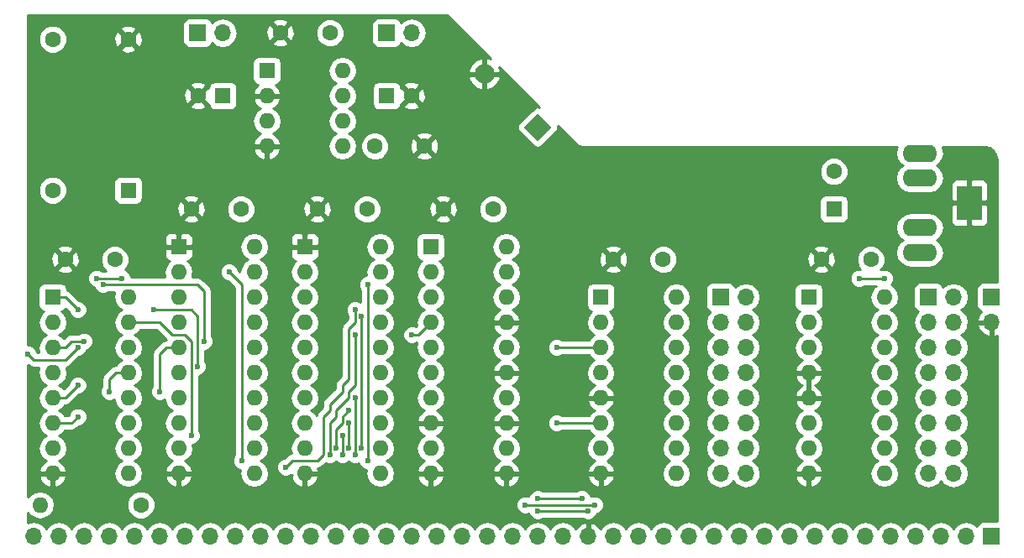
<source format=gbl>
G04 #@! TF.FileFunction,Copper,L2,Bot,Signal*
%FSLAX46Y46*%
G04 Gerber Fmt 4.6, Leading zero omitted, Abs format (unit mm)*
G04 Created by KiCad (PCBNEW 4.0.7) date 06/26/19 17:32:02*
%MOMM*%
%LPD*%
G01*
G04 APERTURE LIST*
%ADD10C,0.100000*%
%ADD11R,1.600000X1.600000*%
%ADD12O,1.600000X1.600000*%
%ADD13C,1.600000*%
%ADD14R,1.700000X1.700000*%
%ADD15O,1.700000X1.700000*%
%ADD16C,2.000000*%
%ADD17R,2.500000X3.500000*%
%ADD18O,3.500000X1.750000*%
%ADD19C,0.600000*%
%ADD20C,0.250000*%
%ADD21C,0.254000*%
G04 APERTURE END LIST*
D10*
D11*
X100965000Y-94615000D03*
D12*
X108585000Y-102235000D03*
X100965000Y-97155000D03*
X108585000Y-99695000D03*
X100965000Y-99695000D03*
X108585000Y-97155000D03*
X100965000Y-102235000D03*
X108585000Y-94615000D03*
D13*
X107315000Y-90805000D03*
X102315000Y-90805000D03*
X116840000Y-102235000D03*
X111840000Y-102235000D03*
D11*
X158115000Y-108585000D03*
D13*
X158115000Y-104785000D03*
D14*
X146685000Y-117475000D03*
D15*
X149225000Y-117475000D03*
X146685000Y-120015000D03*
X149225000Y-120015000D03*
X146685000Y-122555000D03*
X149225000Y-122555000D03*
X146685000Y-125095000D03*
X149225000Y-125095000D03*
X146685000Y-127635000D03*
X149225000Y-127635000D03*
X146685000Y-130175000D03*
X149225000Y-130175000D03*
X146685000Y-132715000D03*
X149225000Y-132715000D03*
X146685000Y-135255000D03*
X149225000Y-135255000D03*
D14*
X167640000Y-117475000D03*
D15*
X170180000Y-117475000D03*
X167640000Y-120015000D03*
X170180000Y-120015000D03*
X167640000Y-122555000D03*
X170180000Y-122555000D03*
X167640000Y-125095000D03*
X170180000Y-125095000D03*
X167640000Y-127635000D03*
X170180000Y-127635000D03*
X167640000Y-130175000D03*
X170180000Y-130175000D03*
X167640000Y-132715000D03*
X170180000Y-132715000D03*
X167640000Y-135255000D03*
X170180000Y-135255000D03*
D14*
X173990000Y-141605000D03*
D15*
X171450000Y-141605000D03*
X168910000Y-141605000D03*
X166370000Y-141605000D03*
X163830000Y-141605000D03*
X161290000Y-141605000D03*
X158750000Y-141605000D03*
X156210000Y-141605000D03*
X153670000Y-141605000D03*
X151130000Y-141605000D03*
X148590000Y-141605000D03*
X146050000Y-141605000D03*
X143510000Y-141605000D03*
X140970000Y-141605000D03*
X138430000Y-141605000D03*
X135890000Y-141605000D03*
X133350000Y-141605000D03*
X130810000Y-141605000D03*
X128270000Y-141605000D03*
X125730000Y-141605000D03*
X123190000Y-141605000D03*
X120650000Y-141605000D03*
X118110000Y-141605000D03*
X115570000Y-141605000D03*
X113030000Y-141605000D03*
X110490000Y-141605000D03*
X107950000Y-141605000D03*
X105410000Y-141605000D03*
X102870000Y-141605000D03*
X100330000Y-141605000D03*
X97790000Y-141605000D03*
X95250000Y-141605000D03*
X92710000Y-141605000D03*
X90170000Y-141605000D03*
X87630000Y-141605000D03*
X85090000Y-141605000D03*
X82550000Y-141605000D03*
X80010000Y-141605000D03*
X77470000Y-141605000D03*
D14*
X113030000Y-90805000D03*
D15*
X115570000Y-90805000D03*
D10*
G36*
X129684214Y-100330000D02*
X128270000Y-101744214D01*
X126855786Y-100330000D01*
X128270000Y-98915786D01*
X129684214Y-100330000D01*
X129684214Y-100330000D01*
G37*
D16*
X122895988Y-94955988D03*
D13*
X88265000Y-138430000D03*
D12*
X78105000Y-138430000D03*
D11*
X79375000Y-117475000D03*
D12*
X86995000Y-135255000D03*
X79375000Y-120015000D03*
X86995000Y-132715000D03*
X79375000Y-122555000D03*
X86995000Y-130175000D03*
X79375000Y-125095000D03*
X86995000Y-127635000D03*
X79375000Y-127635000D03*
X86995000Y-125095000D03*
X79375000Y-130175000D03*
X86995000Y-122555000D03*
X79375000Y-132715000D03*
X86995000Y-120015000D03*
X79375000Y-135255000D03*
X86995000Y-117475000D03*
D11*
X86995000Y-106680000D03*
D13*
X79375000Y-106680000D03*
X79375000Y-91440000D03*
X86995000Y-91440000D03*
D17*
X171776000Y-107950000D03*
D18*
X166770000Y-112950000D03*
X166770000Y-102950000D03*
X166770000Y-110450000D03*
X166770000Y-105450000D03*
D13*
X118745000Y-108585000D03*
X123745000Y-108585000D03*
X135890000Y-113665000D03*
X140890000Y-113665000D03*
X156845000Y-113665000D03*
X161845000Y-113665000D03*
X80645000Y-113665000D03*
X85645000Y-113665000D03*
X93345000Y-108585000D03*
X98345000Y-108585000D03*
D14*
X93980000Y-90805000D03*
D15*
X96520000Y-90805000D03*
D14*
X173990000Y-117475000D03*
D15*
X173990000Y-120015000D03*
D11*
X96520000Y-97155000D03*
D13*
X94020000Y-97155000D03*
D11*
X113030000Y-97155000D03*
D13*
X115530000Y-97155000D03*
X106045000Y-108585000D03*
X111045000Y-108585000D03*
D11*
X117475000Y-112395000D03*
D12*
X125095000Y-135255000D03*
X117475000Y-114935000D03*
X125095000Y-132715000D03*
X117475000Y-117475000D03*
X125095000Y-130175000D03*
X117475000Y-120015000D03*
X125095000Y-127635000D03*
X117475000Y-122555000D03*
X125095000Y-125095000D03*
X117475000Y-125095000D03*
X125095000Y-122555000D03*
X117475000Y-127635000D03*
X125095000Y-120015000D03*
X117475000Y-130175000D03*
X125095000Y-117475000D03*
X117475000Y-132715000D03*
X125095000Y-114935000D03*
X117475000Y-135255000D03*
X125095000Y-112395000D03*
D11*
X134620000Y-117475000D03*
D12*
X142240000Y-135255000D03*
X134620000Y-120015000D03*
X142240000Y-132715000D03*
X134620000Y-122555000D03*
X142240000Y-130175000D03*
X134620000Y-125095000D03*
X142240000Y-127635000D03*
X134620000Y-127635000D03*
X142240000Y-125095000D03*
X134620000Y-130175000D03*
X142240000Y-122555000D03*
X134620000Y-132715000D03*
X142240000Y-120015000D03*
X134620000Y-135255000D03*
X142240000Y-117475000D03*
D11*
X155575000Y-117475000D03*
D12*
X163195000Y-135255000D03*
X155575000Y-120015000D03*
X163195000Y-132715000D03*
X155575000Y-122555000D03*
X163195000Y-130175000D03*
X155575000Y-125095000D03*
X163195000Y-127635000D03*
X155575000Y-127635000D03*
X163195000Y-125095000D03*
X155575000Y-130175000D03*
X163195000Y-122555000D03*
X155575000Y-132715000D03*
X163195000Y-120015000D03*
X155575000Y-135255000D03*
X163195000Y-117475000D03*
D11*
X92075000Y-112395000D03*
D12*
X99695000Y-135255000D03*
X92075000Y-114935000D03*
X99695000Y-132715000D03*
X92075000Y-117475000D03*
X99695000Y-130175000D03*
X92075000Y-120015000D03*
X99695000Y-127635000D03*
X92075000Y-122555000D03*
X99695000Y-125095000D03*
X92075000Y-125095000D03*
X99695000Y-122555000D03*
X92075000Y-127635000D03*
X99695000Y-120015000D03*
X92075000Y-130175000D03*
X99695000Y-117475000D03*
X92075000Y-132715000D03*
X99695000Y-114935000D03*
X92075000Y-135255000D03*
X99695000Y-112395000D03*
D11*
X104775000Y-112395000D03*
D12*
X112395000Y-135255000D03*
X104775000Y-114935000D03*
X112395000Y-132715000D03*
X104775000Y-117475000D03*
X112395000Y-130175000D03*
X104775000Y-120015000D03*
X112395000Y-127635000D03*
X104775000Y-122555000D03*
X112395000Y-125095000D03*
X104775000Y-125095000D03*
X112395000Y-122555000D03*
X104775000Y-127635000D03*
X112395000Y-120015000D03*
X104775000Y-130175000D03*
X112395000Y-117475000D03*
X104775000Y-132715000D03*
X112395000Y-114935000D03*
X104775000Y-135255000D03*
X112395000Y-112395000D03*
D19*
X132715000Y-137795000D03*
X128270000Y-137795000D03*
X160655000Y-115570000D03*
X163195000Y-115570000D03*
X130175000Y-130175000D03*
X130175000Y-122555000D03*
X111125000Y-116205000D03*
X111125000Y-133985000D03*
X110490000Y-119380000D03*
X110490000Y-132715000D03*
X109855000Y-127635000D03*
X109855000Y-133350000D03*
X109220000Y-130175000D03*
X109220000Y-132715000D03*
X108585000Y-131445000D03*
X108585000Y-133350000D03*
X109220000Y-128905000D03*
X107950000Y-132715000D03*
X107315000Y-133350000D03*
X109855000Y-121285000D03*
X109855000Y-118745000D03*
X102870000Y-134620000D03*
X81915000Y-122555000D03*
X76835000Y-123190000D03*
X133350000Y-139065000D03*
X128270000Y-139065000D03*
X127000000Y-138430000D03*
X133985000Y-138430000D03*
X86360000Y-115570000D03*
X83820000Y-115570000D03*
X81915000Y-126365000D03*
X115570000Y-121285000D03*
X81915000Y-129540000D03*
X93980000Y-124460000D03*
X89535000Y-118745000D03*
X81915000Y-118745000D03*
X84455000Y-116205000D03*
X94615000Y-121920000D03*
X97155000Y-114935000D03*
X98425000Y-133985000D03*
X82550000Y-121920000D03*
X90170000Y-127000000D03*
X85090000Y-127000000D03*
X93345000Y-131445000D03*
D20*
X132715000Y-137795000D02*
X128270000Y-137795000D01*
X163195000Y-115570000D02*
X160655000Y-115570000D01*
X130175000Y-130175000D02*
X134620000Y-130175000D01*
X130175000Y-122555000D02*
X134620000Y-122555000D01*
X111125000Y-133985000D02*
X111125000Y-116205000D01*
X110490000Y-132715000D02*
X110490000Y-119380000D01*
X109855000Y-133350000D02*
X109855000Y-127635000D01*
X109220000Y-132715000D02*
X109220000Y-130175000D01*
X108585000Y-133350000D02*
X108585000Y-131445000D01*
X108585000Y-129540000D02*
X109220000Y-128905000D01*
X108585000Y-130175000D02*
X108585000Y-129540000D01*
X107950000Y-130810000D02*
X108585000Y-130175000D01*
X107950000Y-132715000D02*
X107950000Y-130810000D01*
X109855000Y-121285000D02*
X109855000Y-122555000D01*
X107315000Y-133350000D02*
X107315000Y-130810000D01*
X107315000Y-130810000D02*
X107315000Y-130175000D01*
X107315000Y-130175000D02*
X107950000Y-129540000D01*
X107950000Y-129540000D02*
X107950000Y-128905000D01*
X107950000Y-128905000D02*
X109220000Y-127635000D01*
X109220000Y-127635000D02*
X109220000Y-127000000D01*
X109220000Y-127000000D02*
X109855000Y-126365000D01*
X109855000Y-126365000D02*
X109855000Y-122555000D01*
X109855000Y-120015000D02*
X109855000Y-118745000D01*
X109220000Y-120650000D02*
X109855000Y-120015000D01*
X109220000Y-125730000D02*
X109220000Y-120650000D01*
X108585000Y-126365000D02*
X109220000Y-125730000D01*
X108585000Y-127000000D02*
X108585000Y-126365000D01*
X107315000Y-128270000D02*
X108585000Y-127000000D01*
X107315000Y-128905000D02*
X107315000Y-128270000D01*
X106680000Y-129540000D02*
X107315000Y-128905000D01*
X106680000Y-133350000D02*
X106680000Y-129540000D01*
X106045000Y-133985000D02*
X106680000Y-133350000D01*
X103505000Y-133985000D02*
X106045000Y-133985000D01*
X102870000Y-134620000D02*
X103505000Y-133985000D01*
X81280000Y-123190000D02*
X80645000Y-123825000D01*
X81915000Y-122555000D02*
X81280000Y-123190000D01*
X80645000Y-123825000D02*
X77470000Y-123825000D01*
X77470000Y-123825000D02*
X76835000Y-123190000D01*
X133350000Y-139065000D02*
X128270000Y-139065000D01*
X133985000Y-138430000D02*
X128270000Y-138430000D01*
X128270000Y-138430000D02*
X127000000Y-138430000D01*
X83820000Y-115570000D02*
X86360000Y-115570000D01*
X79375000Y-127635000D02*
X80645000Y-127635000D01*
X80645000Y-127635000D02*
X81915000Y-126365000D01*
X116205000Y-121285000D02*
X117475000Y-120015000D01*
X115570000Y-121285000D02*
X116205000Y-121285000D01*
X79375000Y-130175000D02*
X81280000Y-130175000D01*
X81280000Y-130175000D02*
X81915000Y-129540000D01*
X93980000Y-124460000D02*
X93980000Y-119380000D01*
X93980000Y-119380000D02*
X93345000Y-118745000D01*
X93345000Y-118745000D02*
X89535000Y-118745000D01*
X81915000Y-118745000D02*
X80645000Y-117475000D01*
X79375000Y-117475000D02*
X80645000Y-117475000D01*
X94615000Y-121920000D02*
X94615000Y-116840000D01*
X94615000Y-116840000D02*
X93980000Y-116205000D01*
X93980000Y-116205000D02*
X86360000Y-116205000D01*
X84455000Y-116205000D02*
X86360000Y-116205000D01*
X98425000Y-116205000D02*
X97155000Y-114935000D01*
X98425000Y-133985000D02*
X98425000Y-116205000D01*
X80645000Y-122555000D02*
X81280000Y-121920000D01*
X81280000Y-121920000D02*
X82550000Y-121920000D01*
X79375000Y-122555000D02*
X80645000Y-122555000D01*
X92075000Y-122555000D02*
X90805000Y-122555000D01*
X90170000Y-123190000D02*
X90170000Y-127000000D01*
X90805000Y-122555000D02*
X90170000Y-123190000D01*
X86995000Y-125095000D02*
X85725000Y-125095000D01*
X85090000Y-125730000D02*
X85090000Y-127000000D01*
X85725000Y-125095000D02*
X85090000Y-125730000D01*
X86995000Y-120015000D02*
X90170000Y-120015000D01*
X90170000Y-120015000D02*
X91440000Y-121285000D01*
X93345000Y-131445000D02*
X93345000Y-121920000D01*
X93345000Y-121920000D02*
X92710000Y-121285000D01*
X92710000Y-121285000D02*
X91440000Y-121285000D01*
X87630000Y-120015000D02*
X86995000Y-120015000D01*
D21*
G36*
X123560717Y-93449809D02*
X123281448Y-93334132D01*
X123022988Y-93453062D01*
X123022988Y-94649380D01*
X122910129Y-94762239D01*
X123089737Y-94941847D01*
X123202596Y-94828988D01*
X124398914Y-94828988D01*
X124517844Y-94570528D01*
X124379471Y-94268563D01*
X128407121Y-98296213D01*
X128278944Y-98268408D01*
X128026373Y-98315932D01*
X127812191Y-98457977D01*
X126397977Y-99872191D01*
X126262892Y-100069894D01*
X126208408Y-100321056D01*
X126255932Y-100573627D01*
X126397977Y-100787809D01*
X127812191Y-102202023D01*
X128009894Y-102337108D01*
X128261056Y-102391592D01*
X128513627Y-102344068D01*
X128727809Y-102202023D01*
X130142023Y-100787809D01*
X130277108Y-100590106D01*
X130331592Y-100338944D01*
X130304183Y-100193275D01*
X132212954Y-102102046D01*
X132443295Y-102255954D01*
X132715000Y-102310000D01*
X164494743Y-102310000D01*
X164453217Y-102372148D01*
X164338275Y-102950000D01*
X164453217Y-103527852D01*
X164780544Y-104017731D01*
X165053329Y-104200000D01*
X164780544Y-104382269D01*
X164453217Y-104872148D01*
X164338275Y-105450000D01*
X164453217Y-106027852D01*
X164780544Y-106517731D01*
X165270423Y-106845058D01*
X165848275Y-106960000D01*
X167691725Y-106960000D01*
X168269577Y-106845058D01*
X168759456Y-106517731D01*
X169056154Y-106073691D01*
X169891000Y-106073691D01*
X169891000Y-107664250D01*
X170049750Y-107823000D01*
X171649000Y-107823000D01*
X171649000Y-105723750D01*
X171903000Y-105723750D01*
X171903000Y-107823000D01*
X173502250Y-107823000D01*
X173661000Y-107664250D01*
X173661000Y-106073691D01*
X173564327Y-105840302D01*
X173385699Y-105661673D01*
X173152310Y-105565000D01*
X172061750Y-105565000D01*
X171903000Y-105723750D01*
X171649000Y-105723750D01*
X171490250Y-105565000D01*
X170399690Y-105565000D01*
X170166301Y-105661673D01*
X169987673Y-105840302D01*
X169891000Y-106073691D01*
X169056154Y-106073691D01*
X169086783Y-106027852D01*
X169201725Y-105450000D01*
X169086783Y-104872148D01*
X168759456Y-104382269D01*
X168486671Y-104200000D01*
X168759456Y-104017731D01*
X169086783Y-103527852D01*
X169201725Y-102950000D01*
X169086783Y-102372148D01*
X169045257Y-102310000D01*
X173285069Y-102310000D01*
X173806984Y-102413815D01*
X174190157Y-102669844D01*
X174446185Y-103053015D01*
X174550000Y-103574931D01*
X174550000Y-115977560D01*
X173140000Y-115977560D01*
X172904683Y-116021838D01*
X172688559Y-116160910D01*
X172543569Y-116373110D01*
X172492560Y-116625000D01*
X172492560Y-118325000D01*
X172536838Y-118560317D01*
X172675910Y-118776441D01*
X172888110Y-118921431D01*
X172996107Y-118943301D01*
X172718355Y-119248076D01*
X172548524Y-119658110D01*
X172669845Y-119888000D01*
X173863000Y-119888000D01*
X173863000Y-119868000D01*
X174117000Y-119868000D01*
X174117000Y-119888000D01*
X174137000Y-119888000D01*
X174137000Y-120142000D01*
X174117000Y-120142000D01*
X174117000Y-121335819D01*
X174346892Y-121456486D01*
X174550000Y-121361101D01*
X174550000Y-140107560D01*
X173140000Y-140107560D01*
X172904683Y-140151838D01*
X172688559Y-140290910D01*
X172543569Y-140503110D01*
X172529914Y-140570541D01*
X172500054Y-140525853D01*
X172018285Y-140203946D01*
X171450000Y-140090907D01*
X170881715Y-140203946D01*
X170399946Y-140525853D01*
X170180000Y-140855026D01*
X169960054Y-140525853D01*
X169478285Y-140203946D01*
X168910000Y-140090907D01*
X168341715Y-140203946D01*
X167859946Y-140525853D01*
X167640000Y-140855026D01*
X167420054Y-140525853D01*
X166938285Y-140203946D01*
X166370000Y-140090907D01*
X165801715Y-140203946D01*
X165319946Y-140525853D01*
X165100000Y-140855026D01*
X164880054Y-140525853D01*
X164398285Y-140203946D01*
X163830000Y-140090907D01*
X163261715Y-140203946D01*
X162779946Y-140525853D01*
X162560000Y-140855026D01*
X162340054Y-140525853D01*
X161858285Y-140203946D01*
X161290000Y-140090907D01*
X160721715Y-140203946D01*
X160239946Y-140525853D01*
X160020000Y-140855026D01*
X159800054Y-140525853D01*
X159318285Y-140203946D01*
X158750000Y-140090907D01*
X158181715Y-140203946D01*
X157699946Y-140525853D01*
X157480000Y-140855026D01*
X157260054Y-140525853D01*
X156778285Y-140203946D01*
X156210000Y-140090907D01*
X155641715Y-140203946D01*
X155159946Y-140525853D01*
X154940000Y-140855026D01*
X154720054Y-140525853D01*
X154238285Y-140203946D01*
X153670000Y-140090907D01*
X153101715Y-140203946D01*
X152619946Y-140525853D01*
X152400000Y-140855026D01*
X152180054Y-140525853D01*
X151698285Y-140203946D01*
X151130000Y-140090907D01*
X150561715Y-140203946D01*
X150079946Y-140525853D01*
X149860000Y-140855026D01*
X149640054Y-140525853D01*
X149158285Y-140203946D01*
X148590000Y-140090907D01*
X148021715Y-140203946D01*
X147539946Y-140525853D01*
X147320000Y-140855026D01*
X147100054Y-140525853D01*
X146618285Y-140203946D01*
X146050000Y-140090907D01*
X145481715Y-140203946D01*
X144999946Y-140525853D01*
X144780000Y-140855026D01*
X144560054Y-140525853D01*
X144078285Y-140203946D01*
X143510000Y-140090907D01*
X142941715Y-140203946D01*
X142459946Y-140525853D01*
X142240000Y-140855026D01*
X142020054Y-140525853D01*
X141538285Y-140203946D01*
X140970000Y-140090907D01*
X140401715Y-140203946D01*
X139919946Y-140525853D01*
X139700000Y-140855026D01*
X139480054Y-140525853D01*
X138998285Y-140203946D01*
X138430000Y-140090907D01*
X137861715Y-140203946D01*
X137379946Y-140525853D01*
X137160000Y-140855026D01*
X136940054Y-140525853D01*
X136458285Y-140203946D01*
X135890000Y-140090907D01*
X135321715Y-140203946D01*
X134839946Y-140525853D01*
X134612298Y-140866553D01*
X134545183Y-140723642D01*
X134116924Y-140333355D01*
X133706890Y-140163524D01*
X133477000Y-140284845D01*
X133477000Y-141478000D01*
X133497000Y-141478000D01*
X133497000Y-141732000D01*
X133477000Y-141732000D01*
X133477000Y-141752000D01*
X133223000Y-141752000D01*
X133223000Y-141732000D01*
X133203000Y-141732000D01*
X133203000Y-141478000D01*
X133223000Y-141478000D01*
X133223000Y-140284845D01*
X132993110Y-140163524D01*
X132583076Y-140333355D01*
X132154817Y-140723642D01*
X132087702Y-140866553D01*
X131860054Y-140525853D01*
X131378285Y-140203946D01*
X130810000Y-140090907D01*
X130241715Y-140203946D01*
X129759946Y-140525853D01*
X129540000Y-140855026D01*
X129320054Y-140525853D01*
X128838285Y-140203946D01*
X128270000Y-140090907D01*
X127701715Y-140203946D01*
X127219946Y-140525853D01*
X127000000Y-140855026D01*
X126780054Y-140525853D01*
X126298285Y-140203946D01*
X125730000Y-140090907D01*
X125161715Y-140203946D01*
X124679946Y-140525853D01*
X124460000Y-140855026D01*
X124240054Y-140525853D01*
X123758285Y-140203946D01*
X123190000Y-140090907D01*
X122621715Y-140203946D01*
X122139946Y-140525853D01*
X121920000Y-140855026D01*
X121700054Y-140525853D01*
X121218285Y-140203946D01*
X120650000Y-140090907D01*
X120081715Y-140203946D01*
X119599946Y-140525853D01*
X119380000Y-140855026D01*
X119160054Y-140525853D01*
X118678285Y-140203946D01*
X118110000Y-140090907D01*
X117541715Y-140203946D01*
X117059946Y-140525853D01*
X116840000Y-140855026D01*
X116620054Y-140525853D01*
X116138285Y-140203946D01*
X115570000Y-140090907D01*
X115001715Y-140203946D01*
X114519946Y-140525853D01*
X114300000Y-140855026D01*
X114080054Y-140525853D01*
X113598285Y-140203946D01*
X113030000Y-140090907D01*
X112461715Y-140203946D01*
X111979946Y-140525853D01*
X111760000Y-140855026D01*
X111540054Y-140525853D01*
X111058285Y-140203946D01*
X110490000Y-140090907D01*
X109921715Y-140203946D01*
X109439946Y-140525853D01*
X109220000Y-140855026D01*
X109000054Y-140525853D01*
X108518285Y-140203946D01*
X107950000Y-140090907D01*
X107381715Y-140203946D01*
X106899946Y-140525853D01*
X106680000Y-140855026D01*
X106460054Y-140525853D01*
X105978285Y-140203946D01*
X105410000Y-140090907D01*
X104841715Y-140203946D01*
X104359946Y-140525853D01*
X104140000Y-140855026D01*
X103920054Y-140525853D01*
X103438285Y-140203946D01*
X102870000Y-140090907D01*
X102301715Y-140203946D01*
X101819946Y-140525853D01*
X101600000Y-140855026D01*
X101380054Y-140525853D01*
X100898285Y-140203946D01*
X100330000Y-140090907D01*
X99761715Y-140203946D01*
X99279946Y-140525853D01*
X99060000Y-140855026D01*
X98840054Y-140525853D01*
X98358285Y-140203946D01*
X97790000Y-140090907D01*
X97221715Y-140203946D01*
X96739946Y-140525853D01*
X96520000Y-140855026D01*
X96300054Y-140525853D01*
X95818285Y-140203946D01*
X95250000Y-140090907D01*
X94681715Y-140203946D01*
X94199946Y-140525853D01*
X93980000Y-140855026D01*
X93760054Y-140525853D01*
X93278285Y-140203946D01*
X92710000Y-140090907D01*
X92141715Y-140203946D01*
X91659946Y-140525853D01*
X91440000Y-140855026D01*
X91220054Y-140525853D01*
X90738285Y-140203946D01*
X90170000Y-140090907D01*
X89601715Y-140203946D01*
X89119946Y-140525853D01*
X88900000Y-140855026D01*
X88680054Y-140525853D01*
X88198285Y-140203946D01*
X87630000Y-140090907D01*
X87061715Y-140203946D01*
X86579946Y-140525853D01*
X86360000Y-140855026D01*
X86140054Y-140525853D01*
X85658285Y-140203946D01*
X85090000Y-140090907D01*
X84521715Y-140203946D01*
X84039946Y-140525853D01*
X83820000Y-140855026D01*
X83600054Y-140525853D01*
X83118285Y-140203946D01*
X82550000Y-140090907D01*
X81981715Y-140203946D01*
X81499946Y-140525853D01*
X81280000Y-140855026D01*
X81060054Y-140525853D01*
X80578285Y-140203946D01*
X80010000Y-140090907D01*
X79441715Y-140203946D01*
X78959946Y-140525853D01*
X78740000Y-140855026D01*
X78520054Y-140525853D01*
X78038285Y-140203946D01*
X77470000Y-140090907D01*
X76910000Y-140202298D01*
X76910000Y-139216931D01*
X77062189Y-139444698D01*
X77527736Y-139755767D01*
X78076887Y-139865000D01*
X78133113Y-139865000D01*
X78682264Y-139755767D01*
X79147811Y-139444698D01*
X79458880Y-138979151D01*
X79511584Y-138714187D01*
X86829752Y-138714187D01*
X87047757Y-139241800D01*
X87451077Y-139645824D01*
X87978309Y-139864750D01*
X88549187Y-139865248D01*
X89076800Y-139647243D01*
X89480824Y-139243923D01*
X89699750Y-138716691D01*
X89699838Y-138615167D01*
X126064838Y-138615167D01*
X126206883Y-138958943D01*
X126469673Y-139222192D01*
X126813201Y-139364838D01*
X127185167Y-139365162D01*
X127353597Y-139295568D01*
X127476883Y-139593943D01*
X127739673Y-139857192D01*
X128083201Y-139999838D01*
X128455167Y-140000162D01*
X128798943Y-139858117D01*
X128832118Y-139825000D01*
X132787537Y-139825000D01*
X132819673Y-139857192D01*
X133163201Y-139999838D01*
X133535167Y-140000162D01*
X133878943Y-139858117D01*
X134142192Y-139595327D01*
X134251765Y-139331446D01*
X134513943Y-139223117D01*
X134777192Y-138960327D01*
X134919838Y-138616799D01*
X134920162Y-138244833D01*
X134778117Y-137901057D01*
X134515327Y-137637808D01*
X134171799Y-137495162D01*
X133799833Y-137494838D01*
X133631403Y-137564432D01*
X133508117Y-137266057D01*
X133245327Y-137002808D01*
X132901799Y-136860162D01*
X132529833Y-136859838D01*
X132186057Y-137001883D01*
X132152882Y-137035000D01*
X128832463Y-137035000D01*
X128800327Y-137002808D01*
X128456799Y-136860162D01*
X128084833Y-136859838D01*
X127741057Y-137001883D01*
X127477808Y-137264673D01*
X127353378Y-137564332D01*
X127186799Y-137495162D01*
X126814833Y-137494838D01*
X126471057Y-137636883D01*
X126207808Y-137899673D01*
X126065162Y-138243201D01*
X126064838Y-138615167D01*
X89699838Y-138615167D01*
X89700248Y-138145813D01*
X89482243Y-137618200D01*
X89078923Y-137214176D01*
X88551691Y-136995250D01*
X87980813Y-136994752D01*
X87453200Y-137212757D01*
X87049176Y-137616077D01*
X86830250Y-138143309D01*
X86829752Y-138714187D01*
X79511584Y-138714187D01*
X79568113Y-138430000D01*
X79458880Y-137880849D01*
X79147811Y-137415302D01*
X78682264Y-137104233D01*
X78133113Y-136995000D01*
X78076887Y-136995000D01*
X77527736Y-137104233D01*
X77062189Y-137415302D01*
X76910000Y-137643069D01*
X76910000Y-135604039D01*
X77983096Y-135604039D01*
X78143959Y-135992423D01*
X78519866Y-136407389D01*
X79025959Y-136646914D01*
X79248000Y-136525629D01*
X79248000Y-135382000D01*
X79502000Y-135382000D01*
X79502000Y-136525629D01*
X79724041Y-136646914D01*
X80230134Y-136407389D01*
X80606041Y-135992423D01*
X80766904Y-135604039D01*
X80644915Y-135382000D01*
X79502000Y-135382000D01*
X79248000Y-135382000D01*
X78105085Y-135382000D01*
X77983096Y-135604039D01*
X76910000Y-135604039D01*
X76910000Y-124339802D01*
X76932599Y-124362401D01*
X77179161Y-124527148D01*
X77470000Y-124585000D01*
X78013332Y-124585000D01*
X77911887Y-125095000D01*
X78021120Y-125644151D01*
X78332189Y-126109698D01*
X78714275Y-126365000D01*
X78332189Y-126620302D01*
X78021120Y-127085849D01*
X77911887Y-127635000D01*
X78021120Y-128184151D01*
X78332189Y-128649698D01*
X78714275Y-128905000D01*
X78332189Y-129160302D01*
X78021120Y-129625849D01*
X77911887Y-130175000D01*
X78021120Y-130724151D01*
X78332189Y-131189698D01*
X78714275Y-131445000D01*
X78332189Y-131700302D01*
X78021120Y-132165849D01*
X77911887Y-132715000D01*
X78021120Y-133264151D01*
X78332189Y-133729698D01*
X78736703Y-133999986D01*
X78519866Y-134102611D01*
X78143959Y-134517577D01*
X77983096Y-134905961D01*
X78105085Y-135128000D01*
X79248000Y-135128000D01*
X79248000Y-135108000D01*
X79502000Y-135108000D01*
X79502000Y-135128000D01*
X80644915Y-135128000D01*
X80766904Y-134905961D01*
X80606041Y-134517577D01*
X80230134Y-134102611D01*
X80013297Y-133999986D01*
X80417811Y-133729698D01*
X80728880Y-133264151D01*
X80838113Y-132715000D01*
X80728880Y-132165849D01*
X80417811Y-131700302D01*
X80035725Y-131445000D01*
X80417811Y-131189698D01*
X80587995Y-130935000D01*
X81280000Y-130935000D01*
X81570839Y-130877148D01*
X81817401Y-130712401D01*
X82054680Y-130475122D01*
X82100167Y-130475162D01*
X82443943Y-130333117D01*
X82707192Y-130070327D01*
X82849838Y-129726799D01*
X82850162Y-129354833D01*
X82708117Y-129011057D01*
X82445327Y-128747808D01*
X82101799Y-128605162D01*
X81729833Y-128604838D01*
X81386057Y-128746883D01*
X81122808Y-129009673D01*
X80980162Y-129353201D01*
X80980121Y-129400077D01*
X80965198Y-129415000D01*
X80587995Y-129415000D01*
X80417811Y-129160302D01*
X80035725Y-128905000D01*
X80417811Y-128649698D01*
X80587995Y-128395000D01*
X80645000Y-128395000D01*
X80935839Y-128337148D01*
X81182401Y-128172401D01*
X82054680Y-127300122D01*
X82100167Y-127300162D01*
X82443943Y-127158117D01*
X82707192Y-126895327D01*
X82849838Y-126551799D01*
X82850162Y-126179833D01*
X82708117Y-125836057D01*
X82445327Y-125572808D01*
X82101799Y-125430162D01*
X81729833Y-125429838D01*
X81386057Y-125571883D01*
X81122808Y-125834673D01*
X80980162Y-126178201D01*
X80980121Y-126225077D01*
X80484736Y-126720462D01*
X80417811Y-126620302D01*
X80035725Y-126365000D01*
X80417811Y-126109698D01*
X80728880Y-125644151D01*
X80838113Y-125095000D01*
X80733179Y-124567460D01*
X80935839Y-124527148D01*
X81182401Y-124362401D01*
X82054680Y-123490122D01*
X82100167Y-123490162D01*
X82443943Y-123348117D01*
X82707192Y-123085327D01*
X82816765Y-122821446D01*
X83078943Y-122713117D01*
X83342192Y-122450327D01*
X83484838Y-122106799D01*
X83485162Y-121734833D01*
X83343117Y-121391057D01*
X83080327Y-121127808D01*
X82736799Y-120985162D01*
X82364833Y-120984838D01*
X82021057Y-121126883D01*
X81987882Y-121160000D01*
X81280000Y-121160000D01*
X80989161Y-121217852D01*
X80742599Y-121382599D01*
X80484736Y-121640462D01*
X80417811Y-121540302D01*
X80035725Y-121285000D01*
X80417811Y-121029698D01*
X80728880Y-120564151D01*
X80838113Y-120015000D01*
X80728880Y-119465849D01*
X80417811Y-119000302D01*
X80273535Y-118903899D01*
X80410317Y-118878162D01*
X80626441Y-118739090D01*
X80710810Y-118615612D01*
X80979878Y-118884680D01*
X80979838Y-118930167D01*
X81121883Y-119273943D01*
X81384673Y-119537192D01*
X81728201Y-119679838D01*
X82100167Y-119680162D01*
X82443943Y-119538117D01*
X82707192Y-119275327D01*
X82849838Y-118931799D01*
X82850162Y-118559833D01*
X82708117Y-118216057D01*
X82445327Y-117952808D01*
X82101799Y-117810162D01*
X82054923Y-117810121D01*
X81182401Y-116937599D01*
X80935839Y-116772852D01*
X80822440Y-116750295D01*
X80822440Y-116675000D01*
X80778162Y-116439683D01*
X80639090Y-116223559D01*
X80426890Y-116078569D01*
X80175000Y-116027560D01*
X78575000Y-116027560D01*
X78339683Y-116071838D01*
X78123559Y-116210910D01*
X77978569Y-116423110D01*
X77927560Y-116675000D01*
X77927560Y-118275000D01*
X77971838Y-118510317D01*
X78110910Y-118726441D01*
X78323110Y-118871431D01*
X78478089Y-118902815D01*
X78332189Y-119000302D01*
X78021120Y-119465849D01*
X77911887Y-120015000D01*
X78021120Y-120564151D01*
X78332189Y-121029698D01*
X78714275Y-121285000D01*
X78332189Y-121540302D01*
X78021120Y-122005849D01*
X77911887Y-122555000D01*
X78013332Y-123065000D01*
X77784802Y-123065000D01*
X77770122Y-123050320D01*
X77770162Y-123004833D01*
X77628117Y-122661057D01*
X77365327Y-122397808D01*
X77021799Y-122255162D01*
X76910000Y-122255065D01*
X76910000Y-115755167D01*
X82884838Y-115755167D01*
X83026883Y-116098943D01*
X83289673Y-116362192D01*
X83553554Y-116471765D01*
X83661883Y-116733943D01*
X83924673Y-116997192D01*
X84268201Y-117139838D01*
X84640167Y-117140162D01*
X84983943Y-116998117D01*
X85017118Y-116965000D01*
X85633332Y-116965000D01*
X85531887Y-117475000D01*
X85641120Y-118024151D01*
X85952189Y-118489698D01*
X86334275Y-118745000D01*
X85952189Y-119000302D01*
X85641120Y-119465849D01*
X85531887Y-120015000D01*
X85641120Y-120564151D01*
X85952189Y-121029698D01*
X86334275Y-121285000D01*
X85952189Y-121540302D01*
X85641120Y-122005849D01*
X85531887Y-122555000D01*
X85641120Y-123104151D01*
X85952189Y-123569698D01*
X86334275Y-123825000D01*
X85952189Y-124080302D01*
X85782005Y-124335000D01*
X85725000Y-124335000D01*
X85434161Y-124392852D01*
X85187599Y-124557599D01*
X84552599Y-125192599D01*
X84387852Y-125439161D01*
X84330000Y-125730000D01*
X84330000Y-126437537D01*
X84297808Y-126469673D01*
X84155162Y-126813201D01*
X84154838Y-127185167D01*
X84296883Y-127528943D01*
X84559673Y-127792192D01*
X84903201Y-127934838D01*
X85275167Y-127935162D01*
X85567561Y-127814347D01*
X85641120Y-128184151D01*
X85952189Y-128649698D01*
X86334275Y-128905000D01*
X85952189Y-129160302D01*
X85641120Y-129625849D01*
X85531887Y-130175000D01*
X85641120Y-130724151D01*
X85952189Y-131189698D01*
X86334275Y-131445000D01*
X85952189Y-131700302D01*
X85641120Y-132165849D01*
X85531887Y-132715000D01*
X85641120Y-133264151D01*
X85952189Y-133729698D01*
X86334275Y-133985000D01*
X85952189Y-134240302D01*
X85641120Y-134705849D01*
X85531887Y-135255000D01*
X85641120Y-135804151D01*
X85952189Y-136269698D01*
X86417736Y-136580767D01*
X86966887Y-136690000D01*
X87023113Y-136690000D01*
X87572264Y-136580767D01*
X88037811Y-136269698D01*
X88348880Y-135804151D01*
X88388684Y-135604039D01*
X90683096Y-135604039D01*
X90843959Y-135992423D01*
X91219866Y-136407389D01*
X91725959Y-136646914D01*
X91948000Y-136525629D01*
X91948000Y-135382000D01*
X92202000Y-135382000D01*
X92202000Y-136525629D01*
X92424041Y-136646914D01*
X92930134Y-136407389D01*
X93306041Y-135992423D01*
X93466904Y-135604039D01*
X93344915Y-135382000D01*
X92202000Y-135382000D01*
X91948000Y-135382000D01*
X90805085Y-135382000D01*
X90683096Y-135604039D01*
X88388684Y-135604039D01*
X88458113Y-135255000D01*
X88348880Y-134705849D01*
X88037811Y-134240302D01*
X87655725Y-133985000D01*
X88037811Y-133729698D01*
X88348880Y-133264151D01*
X88458113Y-132715000D01*
X88348880Y-132165849D01*
X88037811Y-131700302D01*
X87655725Y-131445000D01*
X88037811Y-131189698D01*
X88348880Y-130724151D01*
X88458113Y-130175000D01*
X88348880Y-129625849D01*
X88037811Y-129160302D01*
X87655725Y-128905000D01*
X88037811Y-128649698D01*
X88348880Y-128184151D01*
X88458113Y-127635000D01*
X88348880Y-127085849D01*
X88037811Y-126620302D01*
X87655725Y-126365000D01*
X88037811Y-126109698D01*
X88348880Y-125644151D01*
X88458113Y-125095000D01*
X88348880Y-124545849D01*
X88037811Y-124080302D01*
X87655725Y-123825000D01*
X88037811Y-123569698D01*
X88348880Y-123104151D01*
X88458113Y-122555000D01*
X88348880Y-122005849D01*
X88037811Y-121540302D01*
X87655725Y-121285000D01*
X88037811Y-121029698D01*
X88207995Y-120775000D01*
X89855198Y-120775000D01*
X90867289Y-121787091D01*
X90862005Y-121795000D01*
X90805000Y-121795000D01*
X90514161Y-121852852D01*
X90267599Y-122017599D01*
X89632599Y-122652599D01*
X89467852Y-122899161D01*
X89410000Y-123190000D01*
X89410000Y-126437537D01*
X89377808Y-126469673D01*
X89235162Y-126813201D01*
X89234838Y-127185167D01*
X89376883Y-127528943D01*
X89639673Y-127792192D01*
X89983201Y-127934838D01*
X90355167Y-127935162D01*
X90647561Y-127814347D01*
X90721120Y-128184151D01*
X91032189Y-128649698D01*
X91414275Y-128905000D01*
X91032189Y-129160302D01*
X90721120Y-129625849D01*
X90611887Y-130175000D01*
X90721120Y-130724151D01*
X91032189Y-131189698D01*
X91414275Y-131445000D01*
X91032189Y-131700302D01*
X90721120Y-132165849D01*
X90611887Y-132715000D01*
X90721120Y-133264151D01*
X91032189Y-133729698D01*
X91436703Y-133999986D01*
X91219866Y-134102611D01*
X90843959Y-134517577D01*
X90683096Y-134905961D01*
X90805085Y-135128000D01*
X91948000Y-135128000D01*
X91948000Y-135108000D01*
X92202000Y-135108000D01*
X92202000Y-135128000D01*
X93344915Y-135128000D01*
X93466904Y-134905961D01*
X93306041Y-134517577D01*
X92930134Y-134102611D01*
X92713297Y-133999986D01*
X93117811Y-133729698D01*
X93428880Y-133264151D01*
X93538113Y-132715000D01*
X93471499Y-132380111D01*
X93530167Y-132380162D01*
X93873943Y-132238117D01*
X94137192Y-131975327D01*
X94279838Y-131631799D01*
X94280162Y-131259833D01*
X94138117Y-130916057D01*
X94105000Y-130882882D01*
X94105000Y-125395110D01*
X94165167Y-125395162D01*
X94508943Y-125253117D01*
X94772192Y-124990327D01*
X94914838Y-124646799D01*
X94915162Y-124274833D01*
X94773117Y-123931057D01*
X94740000Y-123897882D01*
X94740000Y-122855110D01*
X94800167Y-122855162D01*
X95143943Y-122713117D01*
X95407192Y-122450327D01*
X95549838Y-122106799D01*
X95550162Y-121734833D01*
X95408117Y-121391057D01*
X95375000Y-121357882D01*
X95375000Y-116840000D01*
X95317148Y-116549161D01*
X95152401Y-116302599D01*
X94517401Y-115667599D01*
X94270839Y-115502852D01*
X93980000Y-115445000D01*
X93436668Y-115445000D01*
X93501281Y-115120167D01*
X96219838Y-115120167D01*
X96361883Y-115463943D01*
X96624673Y-115727192D01*
X96968201Y-115869838D01*
X97015077Y-115869879D01*
X97665000Y-116519802D01*
X97665000Y-133422537D01*
X97632808Y-133454673D01*
X97490162Y-133798201D01*
X97489838Y-134170167D01*
X97631883Y-134513943D01*
X97894673Y-134777192D01*
X98238201Y-134919838D01*
X98298544Y-134919891D01*
X98231887Y-135255000D01*
X98341120Y-135804151D01*
X98652189Y-136269698D01*
X99117736Y-136580767D01*
X99666887Y-136690000D01*
X99723113Y-136690000D01*
X100272264Y-136580767D01*
X100737811Y-136269698D01*
X101048880Y-135804151D01*
X101158113Y-135255000D01*
X101068636Y-134805167D01*
X101934838Y-134805167D01*
X102076883Y-135148943D01*
X102339673Y-135412192D01*
X102683201Y-135554838D01*
X103055167Y-135555162D01*
X103398943Y-135413117D01*
X103430112Y-135382002D01*
X103505084Y-135382002D01*
X103383096Y-135604039D01*
X103543959Y-135992423D01*
X103919866Y-136407389D01*
X104425959Y-136646914D01*
X104648000Y-136525629D01*
X104648000Y-135382000D01*
X104902000Y-135382000D01*
X104902000Y-136525629D01*
X105124041Y-136646914D01*
X105630134Y-136407389D01*
X106006041Y-135992423D01*
X106166904Y-135604039D01*
X106044915Y-135382000D01*
X104902000Y-135382000D01*
X104648000Y-135382000D01*
X104628000Y-135382000D01*
X104628000Y-135128000D01*
X104648000Y-135128000D01*
X104648000Y-135108000D01*
X104902000Y-135108000D01*
X104902000Y-135128000D01*
X106044915Y-135128000D01*
X106166904Y-134905961D01*
X106096032Y-134734849D01*
X106335839Y-134687148D01*
X106582401Y-134522401D01*
X106910402Y-134194400D01*
X107128201Y-134284838D01*
X107500167Y-134285162D01*
X107843943Y-134143117D01*
X107949954Y-134037290D01*
X108054673Y-134142192D01*
X108398201Y-134284838D01*
X108770167Y-134285162D01*
X109113943Y-134143117D01*
X109219954Y-134037290D01*
X109324673Y-134142192D01*
X109668201Y-134284838D01*
X110040167Y-134285162D01*
X110208597Y-134215568D01*
X110331883Y-134513943D01*
X110594673Y-134777192D01*
X110938201Y-134919838D01*
X110998544Y-134919891D01*
X110931887Y-135255000D01*
X111041120Y-135804151D01*
X111352189Y-136269698D01*
X111817736Y-136580767D01*
X112366887Y-136690000D01*
X112423113Y-136690000D01*
X112972264Y-136580767D01*
X113437811Y-136269698D01*
X113748880Y-135804151D01*
X113788684Y-135604039D01*
X116083096Y-135604039D01*
X116243959Y-135992423D01*
X116619866Y-136407389D01*
X117125959Y-136646914D01*
X117348000Y-136525629D01*
X117348000Y-135382000D01*
X117602000Y-135382000D01*
X117602000Y-136525629D01*
X117824041Y-136646914D01*
X118330134Y-136407389D01*
X118706041Y-135992423D01*
X118866904Y-135604039D01*
X123703096Y-135604039D01*
X123863959Y-135992423D01*
X124239866Y-136407389D01*
X124745959Y-136646914D01*
X124968000Y-136525629D01*
X124968000Y-135382000D01*
X125222000Y-135382000D01*
X125222000Y-136525629D01*
X125444041Y-136646914D01*
X125950134Y-136407389D01*
X126326041Y-135992423D01*
X126486904Y-135604039D01*
X133228096Y-135604039D01*
X133388959Y-135992423D01*
X133764866Y-136407389D01*
X134270959Y-136646914D01*
X134493000Y-136525629D01*
X134493000Y-135382000D01*
X134747000Y-135382000D01*
X134747000Y-136525629D01*
X134969041Y-136646914D01*
X135475134Y-136407389D01*
X135851041Y-135992423D01*
X136011904Y-135604039D01*
X135889915Y-135382000D01*
X134747000Y-135382000D01*
X134493000Y-135382000D01*
X133350085Y-135382000D01*
X133228096Y-135604039D01*
X126486904Y-135604039D01*
X126364915Y-135382000D01*
X125222000Y-135382000D01*
X124968000Y-135382000D01*
X123825085Y-135382000D01*
X123703096Y-135604039D01*
X118866904Y-135604039D01*
X118744915Y-135382000D01*
X117602000Y-135382000D01*
X117348000Y-135382000D01*
X116205085Y-135382000D01*
X116083096Y-135604039D01*
X113788684Y-135604039D01*
X113858113Y-135255000D01*
X113748880Y-134705849D01*
X113437811Y-134240302D01*
X113055725Y-133985000D01*
X113437811Y-133729698D01*
X113748880Y-133264151D01*
X113858113Y-132715000D01*
X116011887Y-132715000D01*
X116121120Y-133264151D01*
X116432189Y-133729698D01*
X116836703Y-133999986D01*
X116619866Y-134102611D01*
X116243959Y-134517577D01*
X116083096Y-134905961D01*
X116205085Y-135128000D01*
X117348000Y-135128000D01*
X117348000Y-135108000D01*
X117602000Y-135108000D01*
X117602000Y-135128000D01*
X118744915Y-135128000D01*
X118866904Y-134905961D01*
X118706041Y-134517577D01*
X118330134Y-134102611D01*
X118113297Y-133999986D01*
X118517811Y-133729698D01*
X118828880Y-133264151D01*
X118938113Y-132715000D01*
X123631887Y-132715000D01*
X123741120Y-133264151D01*
X124052189Y-133729698D01*
X124456703Y-133999986D01*
X124239866Y-134102611D01*
X123863959Y-134517577D01*
X123703096Y-134905961D01*
X123825085Y-135128000D01*
X124968000Y-135128000D01*
X124968000Y-135108000D01*
X125222000Y-135108000D01*
X125222000Y-135128000D01*
X126364915Y-135128000D01*
X126486904Y-134905961D01*
X126326041Y-134517577D01*
X125950134Y-134102611D01*
X125733297Y-133999986D01*
X126137811Y-133729698D01*
X126448880Y-133264151D01*
X126558113Y-132715000D01*
X126448880Y-132165849D01*
X126137811Y-131700302D01*
X125733297Y-131430014D01*
X125950134Y-131327389D01*
X126326041Y-130912423D01*
X126486904Y-130524039D01*
X126396873Y-130360167D01*
X129239838Y-130360167D01*
X129381883Y-130703943D01*
X129644673Y-130967192D01*
X129988201Y-131109838D01*
X130360167Y-131110162D01*
X130703943Y-130968117D01*
X130737118Y-130935000D01*
X133407005Y-130935000D01*
X133577189Y-131189698D01*
X133959275Y-131445000D01*
X133577189Y-131700302D01*
X133266120Y-132165849D01*
X133156887Y-132715000D01*
X133266120Y-133264151D01*
X133577189Y-133729698D01*
X133981703Y-133999986D01*
X133764866Y-134102611D01*
X133388959Y-134517577D01*
X133228096Y-134905961D01*
X133350085Y-135128000D01*
X134493000Y-135128000D01*
X134493000Y-135108000D01*
X134747000Y-135108000D01*
X134747000Y-135128000D01*
X135889915Y-135128000D01*
X136011904Y-134905961D01*
X135851041Y-134517577D01*
X135475134Y-134102611D01*
X135258297Y-133999986D01*
X135662811Y-133729698D01*
X135973880Y-133264151D01*
X136083113Y-132715000D01*
X135973880Y-132165849D01*
X135662811Y-131700302D01*
X135280725Y-131445000D01*
X135662811Y-131189698D01*
X135973880Y-130724151D01*
X136083113Y-130175000D01*
X135973880Y-129625849D01*
X135662811Y-129160302D01*
X135258297Y-128890014D01*
X135475134Y-128787389D01*
X135851041Y-128372423D01*
X136011904Y-127984039D01*
X135889915Y-127762000D01*
X134747000Y-127762000D01*
X134747000Y-127782000D01*
X134493000Y-127782000D01*
X134493000Y-127762000D01*
X133350085Y-127762000D01*
X133228096Y-127984039D01*
X133388959Y-128372423D01*
X133764866Y-128787389D01*
X133981703Y-128890014D01*
X133577189Y-129160302D01*
X133407005Y-129415000D01*
X130737463Y-129415000D01*
X130705327Y-129382808D01*
X130361799Y-129240162D01*
X129989833Y-129239838D01*
X129646057Y-129381883D01*
X129382808Y-129644673D01*
X129240162Y-129988201D01*
X129239838Y-130360167D01*
X126396873Y-130360167D01*
X126364915Y-130302000D01*
X125222000Y-130302000D01*
X125222000Y-130322000D01*
X124968000Y-130322000D01*
X124968000Y-130302000D01*
X123825085Y-130302000D01*
X123703096Y-130524039D01*
X123863959Y-130912423D01*
X124239866Y-131327389D01*
X124456703Y-131430014D01*
X124052189Y-131700302D01*
X123741120Y-132165849D01*
X123631887Y-132715000D01*
X118938113Y-132715000D01*
X118828880Y-132165849D01*
X118517811Y-131700302D01*
X118113297Y-131430014D01*
X118330134Y-131327389D01*
X118706041Y-130912423D01*
X118866904Y-130524039D01*
X118744915Y-130302000D01*
X117602000Y-130302000D01*
X117602000Y-130322000D01*
X117348000Y-130322000D01*
X117348000Y-130302000D01*
X116205085Y-130302000D01*
X116083096Y-130524039D01*
X116243959Y-130912423D01*
X116619866Y-131327389D01*
X116836703Y-131430014D01*
X116432189Y-131700302D01*
X116121120Y-132165849D01*
X116011887Y-132715000D01*
X113858113Y-132715000D01*
X113748880Y-132165849D01*
X113437811Y-131700302D01*
X113055725Y-131445000D01*
X113437811Y-131189698D01*
X113748880Y-130724151D01*
X113858113Y-130175000D01*
X113748880Y-129625849D01*
X113437811Y-129160302D01*
X113055725Y-128905000D01*
X113437811Y-128649698D01*
X113748880Y-128184151D01*
X113858113Y-127635000D01*
X113748880Y-127085849D01*
X113437811Y-126620302D01*
X113055725Y-126365000D01*
X113437811Y-126109698D01*
X113748880Y-125644151D01*
X113858113Y-125095000D01*
X113748880Y-124545849D01*
X113437811Y-124080302D01*
X113055725Y-123825000D01*
X113437811Y-123569698D01*
X113748880Y-123104151D01*
X113858113Y-122555000D01*
X113748880Y-122005849D01*
X113437811Y-121540302D01*
X113332847Y-121470167D01*
X114634838Y-121470167D01*
X114776883Y-121813943D01*
X115039673Y-122077192D01*
X115383201Y-122219838D01*
X115755167Y-122220162D01*
X116098943Y-122078117D01*
X116108678Y-122068399D01*
X116011887Y-122555000D01*
X116121120Y-123104151D01*
X116432189Y-123569698D01*
X116814275Y-123825000D01*
X116432189Y-124080302D01*
X116121120Y-124545849D01*
X116011887Y-125095000D01*
X116121120Y-125644151D01*
X116432189Y-126109698D01*
X116814275Y-126365000D01*
X116432189Y-126620302D01*
X116121120Y-127085849D01*
X116011887Y-127635000D01*
X116121120Y-128184151D01*
X116432189Y-128649698D01*
X116836703Y-128919986D01*
X116619866Y-129022611D01*
X116243959Y-129437577D01*
X116083096Y-129825961D01*
X116205085Y-130048000D01*
X117348000Y-130048000D01*
X117348000Y-130028000D01*
X117602000Y-130028000D01*
X117602000Y-130048000D01*
X118744915Y-130048000D01*
X118866904Y-129825961D01*
X118706041Y-129437577D01*
X118330134Y-129022611D01*
X118113297Y-128919986D01*
X118517811Y-128649698D01*
X118828880Y-128184151D01*
X118938113Y-127635000D01*
X123631887Y-127635000D01*
X123741120Y-128184151D01*
X124052189Y-128649698D01*
X124456703Y-128919986D01*
X124239866Y-129022611D01*
X123863959Y-129437577D01*
X123703096Y-129825961D01*
X123825085Y-130048000D01*
X124968000Y-130048000D01*
X124968000Y-130028000D01*
X125222000Y-130028000D01*
X125222000Y-130048000D01*
X126364915Y-130048000D01*
X126486904Y-129825961D01*
X126326041Y-129437577D01*
X125950134Y-129022611D01*
X125733297Y-128919986D01*
X126137811Y-128649698D01*
X126448880Y-128184151D01*
X126558113Y-127635000D01*
X126448880Y-127085849D01*
X126137811Y-126620302D01*
X125733297Y-126350014D01*
X125950134Y-126247389D01*
X126326041Y-125832423D01*
X126486904Y-125444039D01*
X126364915Y-125222000D01*
X125222000Y-125222000D01*
X125222000Y-125242000D01*
X124968000Y-125242000D01*
X124968000Y-125222000D01*
X123825085Y-125222000D01*
X123703096Y-125444039D01*
X123863959Y-125832423D01*
X124239866Y-126247389D01*
X124456703Y-126350014D01*
X124052189Y-126620302D01*
X123741120Y-127085849D01*
X123631887Y-127635000D01*
X118938113Y-127635000D01*
X118828880Y-127085849D01*
X118517811Y-126620302D01*
X118135725Y-126365000D01*
X118517811Y-126109698D01*
X118828880Y-125644151D01*
X118938113Y-125095000D01*
X118828880Y-124545849D01*
X118517811Y-124080302D01*
X118135725Y-123825000D01*
X118517811Y-123569698D01*
X118828880Y-123104151D01*
X118938113Y-122555000D01*
X123631887Y-122555000D01*
X123741120Y-123104151D01*
X124052189Y-123569698D01*
X124456703Y-123839986D01*
X124239866Y-123942611D01*
X123863959Y-124357577D01*
X123703096Y-124745961D01*
X123825085Y-124968000D01*
X124968000Y-124968000D01*
X124968000Y-124948000D01*
X125222000Y-124948000D01*
X125222000Y-124968000D01*
X126364915Y-124968000D01*
X126486904Y-124745961D01*
X126326041Y-124357577D01*
X125950134Y-123942611D01*
X125733297Y-123839986D01*
X126137811Y-123569698D01*
X126448880Y-123104151D01*
X126521280Y-122740167D01*
X129239838Y-122740167D01*
X129381883Y-123083943D01*
X129644673Y-123347192D01*
X129988201Y-123489838D01*
X130360167Y-123490162D01*
X130703943Y-123348117D01*
X130737118Y-123315000D01*
X133407005Y-123315000D01*
X133577189Y-123569698D01*
X133959275Y-123825000D01*
X133577189Y-124080302D01*
X133266120Y-124545849D01*
X133156887Y-125095000D01*
X133266120Y-125644151D01*
X133577189Y-126109698D01*
X133981703Y-126379986D01*
X133764866Y-126482611D01*
X133388959Y-126897577D01*
X133228096Y-127285961D01*
X133350085Y-127508000D01*
X134493000Y-127508000D01*
X134493000Y-127488000D01*
X134747000Y-127488000D01*
X134747000Y-127508000D01*
X135889915Y-127508000D01*
X136011904Y-127285961D01*
X135851041Y-126897577D01*
X135475134Y-126482611D01*
X135258297Y-126379986D01*
X135662811Y-126109698D01*
X135973880Y-125644151D01*
X136083113Y-125095000D01*
X135973880Y-124545849D01*
X135662811Y-124080302D01*
X135280725Y-123825000D01*
X135662811Y-123569698D01*
X135973880Y-123104151D01*
X136083113Y-122555000D01*
X135973880Y-122005849D01*
X135662811Y-121540302D01*
X135280725Y-121285000D01*
X135662811Y-121029698D01*
X135973880Y-120564151D01*
X136083113Y-120015000D01*
X135973880Y-119465849D01*
X135662811Y-119000302D01*
X135518535Y-118903899D01*
X135655317Y-118878162D01*
X135871441Y-118739090D01*
X136016431Y-118526890D01*
X136067440Y-118275000D01*
X136067440Y-117475000D01*
X140776887Y-117475000D01*
X140886120Y-118024151D01*
X141197189Y-118489698D01*
X141579275Y-118745000D01*
X141197189Y-119000302D01*
X140886120Y-119465849D01*
X140776887Y-120015000D01*
X140886120Y-120564151D01*
X141197189Y-121029698D01*
X141579275Y-121285000D01*
X141197189Y-121540302D01*
X140886120Y-122005849D01*
X140776887Y-122555000D01*
X140886120Y-123104151D01*
X141197189Y-123569698D01*
X141579275Y-123825000D01*
X141197189Y-124080302D01*
X140886120Y-124545849D01*
X140776887Y-125095000D01*
X140886120Y-125644151D01*
X141197189Y-126109698D01*
X141579275Y-126365000D01*
X141197189Y-126620302D01*
X140886120Y-127085849D01*
X140776887Y-127635000D01*
X140886120Y-128184151D01*
X141197189Y-128649698D01*
X141579275Y-128905000D01*
X141197189Y-129160302D01*
X140886120Y-129625849D01*
X140776887Y-130175000D01*
X140886120Y-130724151D01*
X141197189Y-131189698D01*
X141579275Y-131445000D01*
X141197189Y-131700302D01*
X140886120Y-132165849D01*
X140776887Y-132715000D01*
X140886120Y-133264151D01*
X141197189Y-133729698D01*
X141579275Y-133985000D01*
X141197189Y-134240302D01*
X140886120Y-134705849D01*
X140776887Y-135255000D01*
X140886120Y-135804151D01*
X141197189Y-136269698D01*
X141662736Y-136580767D01*
X142211887Y-136690000D01*
X142268113Y-136690000D01*
X142817264Y-136580767D01*
X143282811Y-136269698D01*
X143593880Y-135804151D01*
X143703113Y-135255000D01*
X143593880Y-134705849D01*
X143282811Y-134240302D01*
X142900725Y-133985000D01*
X143282811Y-133729698D01*
X143593880Y-133264151D01*
X143703113Y-132715000D01*
X143593880Y-132165849D01*
X143282811Y-131700302D01*
X142900725Y-131445000D01*
X143282811Y-131189698D01*
X143593880Y-130724151D01*
X143703113Y-130175000D01*
X143593880Y-129625849D01*
X143282811Y-129160302D01*
X142900725Y-128905000D01*
X143282811Y-128649698D01*
X143593880Y-128184151D01*
X143703113Y-127635000D01*
X143593880Y-127085849D01*
X143282811Y-126620302D01*
X142900725Y-126365000D01*
X143282811Y-126109698D01*
X143593880Y-125644151D01*
X143703113Y-125095000D01*
X143593880Y-124545849D01*
X143282811Y-124080302D01*
X142900725Y-123825000D01*
X143282811Y-123569698D01*
X143593880Y-123104151D01*
X143703113Y-122555000D01*
X143593880Y-122005849D01*
X143282811Y-121540302D01*
X142900725Y-121285000D01*
X143282811Y-121029698D01*
X143593880Y-120564151D01*
X143703113Y-120015000D01*
X145170907Y-120015000D01*
X145283946Y-120583285D01*
X145605853Y-121065054D01*
X145935026Y-121285000D01*
X145605853Y-121504946D01*
X145283946Y-121986715D01*
X145170907Y-122555000D01*
X145283946Y-123123285D01*
X145605853Y-123605054D01*
X145935026Y-123825000D01*
X145605853Y-124044946D01*
X145283946Y-124526715D01*
X145170907Y-125095000D01*
X145283946Y-125663285D01*
X145605853Y-126145054D01*
X145935026Y-126365000D01*
X145605853Y-126584946D01*
X145283946Y-127066715D01*
X145170907Y-127635000D01*
X145283946Y-128203285D01*
X145605853Y-128685054D01*
X145935026Y-128905000D01*
X145605853Y-129124946D01*
X145283946Y-129606715D01*
X145170907Y-130175000D01*
X145283946Y-130743285D01*
X145605853Y-131225054D01*
X145935026Y-131445000D01*
X145605853Y-131664946D01*
X145283946Y-132146715D01*
X145170907Y-132715000D01*
X145283946Y-133283285D01*
X145605853Y-133765054D01*
X145935026Y-133985000D01*
X145605853Y-134204946D01*
X145283946Y-134686715D01*
X145170907Y-135255000D01*
X145283946Y-135823285D01*
X145605853Y-136305054D01*
X146087622Y-136626961D01*
X146655907Y-136740000D01*
X146714093Y-136740000D01*
X147282378Y-136626961D01*
X147764147Y-136305054D01*
X147955000Y-136019422D01*
X148145853Y-136305054D01*
X148627622Y-136626961D01*
X149195907Y-136740000D01*
X149254093Y-136740000D01*
X149822378Y-136626961D01*
X150304147Y-136305054D01*
X150626054Y-135823285D01*
X150669664Y-135604039D01*
X154183096Y-135604039D01*
X154343959Y-135992423D01*
X154719866Y-136407389D01*
X155225959Y-136646914D01*
X155448000Y-136525629D01*
X155448000Y-135382000D01*
X155702000Y-135382000D01*
X155702000Y-136525629D01*
X155924041Y-136646914D01*
X156430134Y-136407389D01*
X156806041Y-135992423D01*
X156966904Y-135604039D01*
X156844915Y-135382000D01*
X155702000Y-135382000D01*
X155448000Y-135382000D01*
X154305085Y-135382000D01*
X154183096Y-135604039D01*
X150669664Y-135604039D01*
X150739093Y-135255000D01*
X150626054Y-134686715D01*
X150304147Y-134204946D01*
X149974974Y-133985000D01*
X150304147Y-133765054D01*
X150626054Y-133283285D01*
X150739093Y-132715000D01*
X150626054Y-132146715D01*
X150304147Y-131664946D01*
X149974974Y-131445000D01*
X150304147Y-131225054D01*
X150626054Y-130743285D01*
X150739093Y-130175000D01*
X154111887Y-130175000D01*
X154221120Y-130724151D01*
X154532189Y-131189698D01*
X154914275Y-131445000D01*
X154532189Y-131700302D01*
X154221120Y-132165849D01*
X154111887Y-132715000D01*
X154221120Y-133264151D01*
X154532189Y-133729698D01*
X154936703Y-133999986D01*
X154719866Y-134102611D01*
X154343959Y-134517577D01*
X154183096Y-134905961D01*
X154305085Y-135128000D01*
X155448000Y-135128000D01*
X155448000Y-135108000D01*
X155702000Y-135108000D01*
X155702000Y-135128000D01*
X156844915Y-135128000D01*
X156966904Y-134905961D01*
X156806041Y-134517577D01*
X156430134Y-134102611D01*
X156213297Y-133999986D01*
X156617811Y-133729698D01*
X156928880Y-133264151D01*
X157038113Y-132715000D01*
X156928880Y-132165849D01*
X156617811Y-131700302D01*
X156235725Y-131445000D01*
X156617811Y-131189698D01*
X156928880Y-130724151D01*
X157038113Y-130175000D01*
X156928880Y-129625849D01*
X156617811Y-129160302D01*
X156213297Y-128890014D01*
X156430134Y-128787389D01*
X156806041Y-128372423D01*
X156966904Y-127984039D01*
X156844915Y-127762000D01*
X155702000Y-127762000D01*
X155702000Y-127782000D01*
X155448000Y-127782000D01*
X155448000Y-127762000D01*
X154305085Y-127762000D01*
X154183096Y-127984039D01*
X154343959Y-128372423D01*
X154719866Y-128787389D01*
X154936703Y-128890014D01*
X154532189Y-129160302D01*
X154221120Y-129625849D01*
X154111887Y-130175000D01*
X150739093Y-130175000D01*
X150626054Y-129606715D01*
X150304147Y-129124946D01*
X149974974Y-128905000D01*
X150304147Y-128685054D01*
X150626054Y-128203285D01*
X150739093Y-127635000D01*
X150626054Y-127066715D01*
X150304147Y-126584946D01*
X149974974Y-126365000D01*
X150304147Y-126145054D01*
X150626054Y-125663285D01*
X150669664Y-125444039D01*
X154183096Y-125444039D01*
X154343959Y-125832423D01*
X154719866Y-126247389D01*
X154968367Y-126365000D01*
X154719866Y-126482611D01*
X154343959Y-126897577D01*
X154183096Y-127285961D01*
X154305085Y-127508000D01*
X155448000Y-127508000D01*
X155448000Y-125222000D01*
X155702000Y-125222000D01*
X155702000Y-127508000D01*
X156844915Y-127508000D01*
X156966904Y-127285961D01*
X156806041Y-126897577D01*
X156430134Y-126482611D01*
X156181633Y-126365000D01*
X156430134Y-126247389D01*
X156806041Y-125832423D01*
X156966904Y-125444039D01*
X156844915Y-125222000D01*
X155702000Y-125222000D01*
X155448000Y-125222000D01*
X154305085Y-125222000D01*
X154183096Y-125444039D01*
X150669664Y-125444039D01*
X150739093Y-125095000D01*
X150626054Y-124526715D01*
X150304147Y-124044946D01*
X149974974Y-123825000D01*
X150304147Y-123605054D01*
X150626054Y-123123285D01*
X150739093Y-122555000D01*
X150626054Y-121986715D01*
X150304147Y-121504946D01*
X149974974Y-121285000D01*
X150304147Y-121065054D01*
X150626054Y-120583285D01*
X150739093Y-120015000D01*
X154111887Y-120015000D01*
X154221120Y-120564151D01*
X154532189Y-121029698D01*
X154914275Y-121285000D01*
X154532189Y-121540302D01*
X154221120Y-122005849D01*
X154111887Y-122555000D01*
X154221120Y-123104151D01*
X154532189Y-123569698D01*
X154936703Y-123839986D01*
X154719866Y-123942611D01*
X154343959Y-124357577D01*
X154183096Y-124745961D01*
X154305085Y-124968000D01*
X155448000Y-124968000D01*
X155448000Y-124948000D01*
X155702000Y-124948000D01*
X155702000Y-124968000D01*
X156844915Y-124968000D01*
X156966904Y-124745961D01*
X156806041Y-124357577D01*
X156430134Y-123942611D01*
X156213297Y-123839986D01*
X156617811Y-123569698D01*
X156928880Y-123104151D01*
X157038113Y-122555000D01*
X156928880Y-122005849D01*
X156617811Y-121540302D01*
X156235725Y-121285000D01*
X156617811Y-121029698D01*
X156928880Y-120564151D01*
X157038113Y-120015000D01*
X156928880Y-119465849D01*
X156617811Y-119000302D01*
X156473535Y-118903899D01*
X156610317Y-118878162D01*
X156826441Y-118739090D01*
X156971431Y-118526890D01*
X157022440Y-118275000D01*
X157022440Y-116675000D01*
X156978162Y-116439683D01*
X156839090Y-116223559D01*
X156626890Y-116078569D01*
X156375000Y-116027560D01*
X154775000Y-116027560D01*
X154539683Y-116071838D01*
X154323559Y-116210910D01*
X154178569Y-116423110D01*
X154127560Y-116675000D01*
X154127560Y-118275000D01*
X154171838Y-118510317D01*
X154310910Y-118726441D01*
X154523110Y-118871431D01*
X154678089Y-118902815D01*
X154532189Y-119000302D01*
X154221120Y-119465849D01*
X154111887Y-120015000D01*
X150739093Y-120015000D01*
X150626054Y-119446715D01*
X150304147Y-118964946D01*
X149974974Y-118745000D01*
X150304147Y-118525054D01*
X150626054Y-118043285D01*
X150739093Y-117475000D01*
X150626054Y-116906715D01*
X150304147Y-116424946D01*
X149822378Y-116103039D01*
X149254093Y-115990000D01*
X149195907Y-115990000D01*
X148627622Y-116103039D01*
X148145853Y-116424946D01*
X148145029Y-116426179D01*
X148138162Y-116389683D01*
X147999090Y-116173559D01*
X147786890Y-116028569D01*
X147535000Y-115977560D01*
X145835000Y-115977560D01*
X145599683Y-116021838D01*
X145383559Y-116160910D01*
X145238569Y-116373110D01*
X145187560Y-116625000D01*
X145187560Y-118325000D01*
X145231838Y-118560317D01*
X145370910Y-118776441D01*
X145583110Y-118921431D01*
X145650541Y-118935086D01*
X145605853Y-118964946D01*
X145283946Y-119446715D01*
X145170907Y-120015000D01*
X143703113Y-120015000D01*
X143593880Y-119465849D01*
X143282811Y-119000302D01*
X142900725Y-118745000D01*
X143282811Y-118489698D01*
X143593880Y-118024151D01*
X143703113Y-117475000D01*
X143593880Y-116925849D01*
X143282811Y-116460302D01*
X142817264Y-116149233D01*
X142268113Y-116040000D01*
X142211887Y-116040000D01*
X141662736Y-116149233D01*
X141197189Y-116460302D01*
X140886120Y-116925849D01*
X140776887Y-117475000D01*
X136067440Y-117475000D01*
X136067440Y-116675000D01*
X136023162Y-116439683D01*
X135884090Y-116223559D01*
X135671890Y-116078569D01*
X135420000Y-116027560D01*
X133820000Y-116027560D01*
X133584683Y-116071838D01*
X133368559Y-116210910D01*
X133223569Y-116423110D01*
X133172560Y-116675000D01*
X133172560Y-118275000D01*
X133216838Y-118510317D01*
X133355910Y-118726441D01*
X133568110Y-118871431D01*
X133723089Y-118902815D01*
X133577189Y-119000302D01*
X133266120Y-119465849D01*
X133156887Y-120015000D01*
X133266120Y-120564151D01*
X133577189Y-121029698D01*
X133959275Y-121285000D01*
X133577189Y-121540302D01*
X133407005Y-121795000D01*
X130737463Y-121795000D01*
X130705327Y-121762808D01*
X130361799Y-121620162D01*
X129989833Y-121619838D01*
X129646057Y-121761883D01*
X129382808Y-122024673D01*
X129240162Y-122368201D01*
X129239838Y-122740167D01*
X126521280Y-122740167D01*
X126558113Y-122555000D01*
X126448880Y-122005849D01*
X126137811Y-121540302D01*
X125733297Y-121270014D01*
X125950134Y-121167389D01*
X126326041Y-120752423D01*
X126486904Y-120364039D01*
X126364915Y-120142000D01*
X125222000Y-120142000D01*
X125222000Y-120162000D01*
X124968000Y-120162000D01*
X124968000Y-120142000D01*
X123825085Y-120142000D01*
X123703096Y-120364039D01*
X123863959Y-120752423D01*
X124239866Y-121167389D01*
X124456703Y-121270014D01*
X124052189Y-121540302D01*
X123741120Y-122005849D01*
X123631887Y-122555000D01*
X118938113Y-122555000D01*
X118828880Y-122005849D01*
X118517811Y-121540302D01*
X118135725Y-121285000D01*
X118517811Y-121029698D01*
X118828880Y-120564151D01*
X118938113Y-120015000D01*
X118828880Y-119465849D01*
X118517811Y-119000302D01*
X118135725Y-118745000D01*
X118517811Y-118489698D01*
X118828880Y-118024151D01*
X118938113Y-117475000D01*
X118828880Y-116925849D01*
X118517811Y-116460302D01*
X118135725Y-116205000D01*
X118517811Y-115949698D01*
X118828880Y-115484151D01*
X118938113Y-114935000D01*
X118828880Y-114385849D01*
X118517811Y-113920302D01*
X118373535Y-113823899D01*
X118510317Y-113798162D01*
X118726441Y-113659090D01*
X118871431Y-113446890D01*
X118922440Y-113195000D01*
X118922440Y-112395000D01*
X123631887Y-112395000D01*
X123741120Y-112944151D01*
X124052189Y-113409698D01*
X124434275Y-113665000D01*
X124052189Y-113920302D01*
X123741120Y-114385849D01*
X123631887Y-114935000D01*
X123741120Y-115484151D01*
X124052189Y-115949698D01*
X124434275Y-116205000D01*
X124052189Y-116460302D01*
X123741120Y-116925849D01*
X123631887Y-117475000D01*
X123741120Y-118024151D01*
X124052189Y-118489698D01*
X124456703Y-118759986D01*
X124239866Y-118862611D01*
X123863959Y-119277577D01*
X123703096Y-119665961D01*
X123825085Y-119888000D01*
X124968000Y-119888000D01*
X124968000Y-119868000D01*
X125222000Y-119868000D01*
X125222000Y-119888000D01*
X126364915Y-119888000D01*
X126486904Y-119665961D01*
X126326041Y-119277577D01*
X125950134Y-118862611D01*
X125733297Y-118759986D01*
X126137811Y-118489698D01*
X126448880Y-118024151D01*
X126558113Y-117475000D01*
X126448880Y-116925849D01*
X126137811Y-116460302D01*
X125755725Y-116205000D01*
X126137811Y-115949698D01*
X126267792Y-115755167D01*
X159719838Y-115755167D01*
X159861883Y-116098943D01*
X160124673Y-116362192D01*
X160468201Y-116504838D01*
X160840167Y-116505162D01*
X161183943Y-116363117D01*
X161217118Y-116330000D01*
X162347199Y-116330000D01*
X162152189Y-116460302D01*
X161841120Y-116925849D01*
X161731887Y-117475000D01*
X161841120Y-118024151D01*
X162152189Y-118489698D01*
X162534275Y-118745000D01*
X162152189Y-119000302D01*
X161841120Y-119465849D01*
X161731887Y-120015000D01*
X161841120Y-120564151D01*
X162152189Y-121029698D01*
X162534275Y-121285000D01*
X162152189Y-121540302D01*
X161841120Y-122005849D01*
X161731887Y-122555000D01*
X161841120Y-123104151D01*
X162152189Y-123569698D01*
X162534275Y-123825000D01*
X162152189Y-124080302D01*
X161841120Y-124545849D01*
X161731887Y-125095000D01*
X161841120Y-125644151D01*
X162152189Y-126109698D01*
X162534275Y-126365000D01*
X162152189Y-126620302D01*
X161841120Y-127085849D01*
X161731887Y-127635000D01*
X161841120Y-128184151D01*
X162152189Y-128649698D01*
X162534275Y-128905000D01*
X162152189Y-129160302D01*
X161841120Y-129625849D01*
X161731887Y-130175000D01*
X161841120Y-130724151D01*
X162152189Y-131189698D01*
X162534275Y-131445000D01*
X162152189Y-131700302D01*
X161841120Y-132165849D01*
X161731887Y-132715000D01*
X161841120Y-133264151D01*
X162152189Y-133729698D01*
X162534275Y-133985000D01*
X162152189Y-134240302D01*
X161841120Y-134705849D01*
X161731887Y-135255000D01*
X161841120Y-135804151D01*
X162152189Y-136269698D01*
X162617736Y-136580767D01*
X163166887Y-136690000D01*
X163223113Y-136690000D01*
X163772264Y-136580767D01*
X164237811Y-136269698D01*
X164548880Y-135804151D01*
X164658113Y-135255000D01*
X164548880Y-134705849D01*
X164237811Y-134240302D01*
X163855725Y-133985000D01*
X164237811Y-133729698D01*
X164548880Y-133264151D01*
X164658113Y-132715000D01*
X164548880Y-132165849D01*
X164237811Y-131700302D01*
X163855725Y-131445000D01*
X164237811Y-131189698D01*
X164548880Y-130724151D01*
X164658113Y-130175000D01*
X164548880Y-129625849D01*
X164237811Y-129160302D01*
X163855725Y-128905000D01*
X164237811Y-128649698D01*
X164548880Y-128184151D01*
X164658113Y-127635000D01*
X164548880Y-127085849D01*
X164237811Y-126620302D01*
X163855725Y-126365000D01*
X164237811Y-126109698D01*
X164548880Y-125644151D01*
X164658113Y-125095000D01*
X164548880Y-124545849D01*
X164237811Y-124080302D01*
X163855725Y-123825000D01*
X164237811Y-123569698D01*
X164548880Y-123104151D01*
X164658113Y-122555000D01*
X164548880Y-122005849D01*
X164237811Y-121540302D01*
X163855725Y-121285000D01*
X164237811Y-121029698D01*
X164548880Y-120564151D01*
X164658113Y-120015000D01*
X166125907Y-120015000D01*
X166238946Y-120583285D01*
X166560853Y-121065054D01*
X166890026Y-121285000D01*
X166560853Y-121504946D01*
X166238946Y-121986715D01*
X166125907Y-122555000D01*
X166238946Y-123123285D01*
X166560853Y-123605054D01*
X166890026Y-123825000D01*
X166560853Y-124044946D01*
X166238946Y-124526715D01*
X166125907Y-125095000D01*
X166238946Y-125663285D01*
X166560853Y-126145054D01*
X166890026Y-126365000D01*
X166560853Y-126584946D01*
X166238946Y-127066715D01*
X166125907Y-127635000D01*
X166238946Y-128203285D01*
X166560853Y-128685054D01*
X166890026Y-128905000D01*
X166560853Y-129124946D01*
X166238946Y-129606715D01*
X166125907Y-130175000D01*
X166238946Y-130743285D01*
X166560853Y-131225054D01*
X166890026Y-131445000D01*
X166560853Y-131664946D01*
X166238946Y-132146715D01*
X166125907Y-132715000D01*
X166238946Y-133283285D01*
X166560853Y-133765054D01*
X166890026Y-133985000D01*
X166560853Y-134204946D01*
X166238946Y-134686715D01*
X166125907Y-135255000D01*
X166238946Y-135823285D01*
X166560853Y-136305054D01*
X167042622Y-136626961D01*
X167610907Y-136740000D01*
X167669093Y-136740000D01*
X168237378Y-136626961D01*
X168719147Y-136305054D01*
X168910000Y-136019422D01*
X169100853Y-136305054D01*
X169582622Y-136626961D01*
X170150907Y-136740000D01*
X170209093Y-136740000D01*
X170777378Y-136626961D01*
X171259147Y-136305054D01*
X171581054Y-135823285D01*
X171694093Y-135255000D01*
X171581054Y-134686715D01*
X171259147Y-134204946D01*
X170929974Y-133985000D01*
X171259147Y-133765054D01*
X171581054Y-133283285D01*
X171694093Y-132715000D01*
X171581054Y-132146715D01*
X171259147Y-131664946D01*
X170929974Y-131445000D01*
X171259147Y-131225054D01*
X171581054Y-130743285D01*
X171694093Y-130175000D01*
X171581054Y-129606715D01*
X171259147Y-129124946D01*
X170929974Y-128905000D01*
X171259147Y-128685054D01*
X171581054Y-128203285D01*
X171694093Y-127635000D01*
X171581054Y-127066715D01*
X171259147Y-126584946D01*
X170929974Y-126365000D01*
X171259147Y-126145054D01*
X171581054Y-125663285D01*
X171694093Y-125095000D01*
X171581054Y-124526715D01*
X171259147Y-124044946D01*
X170929974Y-123825000D01*
X171259147Y-123605054D01*
X171581054Y-123123285D01*
X171694093Y-122555000D01*
X171581054Y-121986715D01*
X171259147Y-121504946D01*
X170929974Y-121285000D01*
X171259147Y-121065054D01*
X171581054Y-120583285D01*
X171623103Y-120371890D01*
X172548524Y-120371890D01*
X172718355Y-120781924D01*
X173108642Y-121210183D01*
X173633108Y-121456486D01*
X173863000Y-121335819D01*
X173863000Y-120142000D01*
X172669845Y-120142000D01*
X172548524Y-120371890D01*
X171623103Y-120371890D01*
X171694093Y-120015000D01*
X171581054Y-119446715D01*
X171259147Y-118964946D01*
X170929974Y-118745000D01*
X171259147Y-118525054D01*
X171581054Y-118043285D01*
X171694093Y-117475000D01*
X171581054Y-116906715D01*
X171259147Y-116424946D01*
X170777378Y-116103039D01*
X170209093Y-115990000D01*
X170150907Y-115990000D01*
X169582622Y-116103039D01*
X169100853Y-116424946D01*
X169100029Y-116426179D01*
X169093162Y-116389683D01*
X168954090Y-116173559D01*
X168741890Y-116028569D01*
X168490000Y-115977560D01*
X166790000Y-115977560D01*
X166554683Y-116021838D01*
X166338559Y-116160910D01*
X166193569Y-116373110D01*
X166142560Y-116625000D01*
X166142560Y-118325000D01*
X166186838Y-118560317D01*
X166325910Y-118776441D01*
X166538110Y-118921431D01*
X166605541Y-118935086D01*
X166560853Y-118964946D01*
X166238946Y-119446715D01*
X166125907Y-120015000D01*
X164658113Y-120015000D01*
X164548880Y-119465849D01*
X164237811Y-119000302D01*
X163855725Y-118745000D01*
X164237811Y-118489698D01*
X164548880Y-118024151D01*
X164658113Y-117475000D01*
X164548880Y-116925849D01*
X164237811Y-116460302D01*
X163871666Y-116215651D01*
X163987192Y-116100327D01*
X164129838Y-115756799D01*
X164130162Y-115384833D01*
X163988117Y-115041057D01*
X163725327Y-114777808D01*
X163381799Y-114635162D01*
X163009833Y-114634838D01*
X162830344Y-114709001D01*
X163060824Y-114478923D01*
X163279750Y-113951691D01*
X163280248Y-113380813D01*
X163062243Y-112853200D01*
X162658923Y-112449176D01*
X162131691Y-112230250D01*
X161560813Y-112229752D01*
X161033200Y-112447757D01*
X160629176Y-112851077D01*
X160410250Y-113378309D01*
X160409752Y-113949187D01*
X160627757Y-114476800D01*
X160785794Y-114635113D01*
X160469833Y-114634838D01*
X160126057Y-114776883D01*
X159862808Y-115039673D01*
X159720162Y-115383201D01*
X159719838Y-115755167D01*
X126267792Y-115755167D01*
X126448880Y-115484151D01*
X126558113Y-114935000D01*
X126505948Y-114672745D01*
X135061861Y-114672745D01*
X135135995Y-114918864D01*
X135673223Y-115111965D01*
X136243454Y-115084778D01*
X136644005Y-114918864D01*
X136718139Y-114672745D01*
X135890000Y-113844605D01*
X135061861Y-114672745D01*
X126505948Y-114672745D01*
X126448880Y-114385849D01*
X126137811Y-113920302D01*
X125755725Y-113665000D01*
X126080154Y-113448223D01*
X134443035Y-113448223D01*
X134470222Y-114018454D01*
X134636136Y-114419005D01*
X134882255Y-114493139D01*
X135710395Y-113665000D01*
X136069605Y-113665000D01*
X136897745Y-114493139D01*
X137143864Y-114419005D01*
X137312735Y-113949187D01*
X139454752Y-113949187D01*
X139672757Y-114476800D01*
X140076077Y-114880824D01*
X140603309Y-115099750D01*
X141174187Y-115100248D01*
X141701800Y-114882243D01*
X141911663Y-114672745D01*
X156016861Y-114672745D01*
X156090995Y-114918864D01*
X156628223Y-115111965D01*
X157198454Y-115084778D01*
X157599005Y-114918864D01*
X157673139Y-114672745D01*
X156845000Y-113844605D01*
X156016861Y-114672745D01*
X141911663Y-114672745D01*
X142105824Y-114478923D01*
X142324750Y-113951691D01*
X142325189Y-113448223D01*
X155398035Y-113448223D01*
X155425222Y-114018454D01*
X155591136Y-114419005D01*
X155837255Y-114493139D01*
X156665395Y-113665000D01*
X157024605Y-113665000D01*
X157852745Y-114493139D01*
X158098864Y-114419005D01*
X158291965Y-113881777D01*
X158264778Y-113311546D01*
X158098864Y-112910995D01*
X157852745Y-112836861D01*
X157024605Y-113665000D01*
X156665395Y-113665000D01*
X155837255Y-112836861D01*
X155591136Y-112910995D01*
X155398035Y-113448223D01*
X142325189Y-113448223D01*
X142325248Y-113380813D01*
X142107243Y-112853200D01*
X141911640Y-112657255D01*
X156016861Y-112657255D01*
X156845000Y-113485395D01*
X157673139Y-112657255D01*
X157599005Y-112411136D01*
X157061777Y-112218035D01*
X156491546Y-112245222D01*
X156090995Y-112411136D01*
X156016861Y-112657255D01*
X141911640Y-112657255D01*
X141703923Y-112449176D01*
X141176691Y-112230250D01*
X140605813Y-112229752D01*
X140078200Y-112447757D01*
X139674176Y-112851077D01*
X139455250Y-113378309D01*
X139454752Y-113949187D01*
X137312735Y-113949187D01*
X137336965Y-113881777D01*
X137309778Y-113311546D01*
X137143864Y-112910995D01*
X136897745Y-112836861D01*
X136069605Y-113665000D01*
X135710395Y-113665000D01*
X134882255Y-112836861D01*
X134636136Y-112910995D01*
X134443035Y-113448223D01*
X126080154Y-113448223D01*
X126137811Y-113409698D01*
X126448880Y-112944151D01*
X126505947Y-112657255D01*
X135061861Y-112657255D01*
X135890000Y-113485395D01*
X136718139Y-112657255D01*
X136644005Y-112411136D01*
X136106777Y-112218035D01*
X135536546Y-112245222D01*
X135135995Y-112411136D01*
X135061861Y-112657255D01*
X126505947Y-112657255D01*
X126558113Y-112395000D01*
X126448880Y-111845849D01*
X126137811Y-111380302D01*
X125672264Y-111069233D01*
X125123113Y-110960000D01*
X125066887Y-110960000D01*
X124517736Y-111069233D01*
X124052189Y-111380302D01*
X123741120Y-111845849D01*
X123631887Y-112395000D01*
X118922440Y-112395000D01*
X118922440Y-111595000D01*
X118878162Y-111359683D01*
X118739090Y-111143559D01*
X118526890Y-110998569D01*
X118275000Y-110947560D01*
X116675000Y-110947560D01*
X116439683Y-110991838D01*
X116223559Y-111130910D01*
X116078569Y-111343110D01*
X116027560Y-111595000D01*
X116027560Y-113195000D01*
X116071838Y-113430317D01*
X116210910Y-113646441D01*
X116423110Y-113791431D01*
X116578089Y-113822815D01*
X116432189Y-113920302D01*
X116121120Y-114385849D01*
X116011887Y-114935000D01*
X116121120Y-115484151D01*
X116432189Y-115949698D01*
X116814275Y-116205000D01*
X116432189Y-116460302D01*
X116121120Y-116925849D01*
X116011887Y-117475000D01*
X116121120Y-118024151D01*
X116432189Y-118489698D01*
X116814275Y-118745000D01*
X116432189Y-119000302D01*
X116121120Y-119465849D01*
X116011887Y-120015000D01*
X116076312Y-120338886D01*
X115974598Y-120440600D01*
X115756799Y-120350162D01*
X115384833Y-120349838D01*
X115041057Y-120491883D01*
X114777808Y-120754673D01*
X114635162Y-121098201D01*
X114634838Y-121470167D01*
X113332847Y-121470167D01*
X113055725Y-121285000D01*
X113437811Y-121029698D01*
X113748880Y-120564151D01*
X113858113Y-120015000D01*
X113748880Y-119465849D01*
X113437811Y-119000302D01*
X113055725Y-118745000D01*
X113437811Y-118489698D01*
X113748880Y-118024151D01*
X113858113Y-117475000D01*
X113748880Y-116925849D01*
X113437811Y-116460302D01*
X113055725Y-116205000D01*
X113437811Y-115949698D01*
X113748880Y-115484151D01*
X113858113Y-114935000D01*
X113748880Y-114385849D01*
X113437811Y-113920302D01*
X113055725Y-113665000D01*
X113437811Y-113409698D01*
X113748880Y-112944151D01*
X113858113Y-112395000D01*
X113748880Y-111845849D01*
X113437811Y-111380302D01*
X112972264Y-111069233D01*
X112423113Y-110960000D01*
X112366887Y-110960000D01*
X111817736Y-111069233D01*
X111352189Y-111380302D01*
X111041120Y-111845849D01*
X110931887Y-112395000D01*
X111041120Y-112944151D01*
X111352189Y-113409698D01*
X111734275Y-113665000D01*
X111352189Y-113920302D01*
X111041120Y-114385849D01*
X110931887Y-114935000D01*
X110998501Y-115269889D01*
X110939833Y-115269838D01*
X110596057Y-115411883D01*
X110332808Y-115674673D01*
X110190162Y-116018201D01*
X110189838Y-116390167D01*
X110331883Y-116733943D01*
X110365000Y-116767118D01*
X110365000Y-117944367D01*
X110041799Y-117810162D01*
X109669833Y-117809838D01*
X109326057Y-117951883D01*
X109062808Y-118214673D01*
X108920162Y-118558201D01*
X108919838Y-118930167D01*
X109061883Y-119273943D01*
X109095000Y-119307118D01*
X109095000Y-119700198D01*
X108682599Y-120112599D01*
X108517852Y-120359161D01*
X108460000Y-120650000D01*
X108460000Y-125415198D01*
X108047599Y-125827599D01*
X107882852Y-126074161D01*
X107825000Y-126365000D01*
X107825000Y-126685198D01*
X106777599Y-127732599D01*
X106612852Y-127979161D01*
X106555000Y-128270000D01*
X106555000Y-128590198D01*
X106142599Y-129002599D01*
X105977852Y-129249161D01*
X105954759Y-129365258D01*
X105817811Y-129160302D01*
X105435725Y-128905000D01*
X105817811Y-128649698D01*
X106128880Y-128184151D01*
X106238113Y-127635000D01*
X106128880Y-127085849D01*
X105817811Y-126620302D01*
X105435725Y-126365000D01*
X105817811Y-126109698D01*
X106128880Y-125644151D01*
X106238113Y-125095000D01*
X106128880Y-124545849D01*
X105817811Y-124080302D01*
X105435725Y-123825000D01*
X105817811Y-123569698D01*
X106128880Y-123104151D01*
X106238113Y-122555000D01*
X106128880Y-122005849D01*
X105817811Y-121540302D01*
X105435725Y-121285000D01*
X105817811Y-121029698D01*
X106128880Y-120564151D01*
X106238113Y-120015000D01*
X106128880Y-119465849D01*
X105817811Y-119000302D01*
X105435725Y-118745000D01*
X105817811Y-118489698D01*
X106128880Y-118024151D01*
X106238113Y-117475000D01*
X106128880Y-116925849D01*
X105817811Y-116460302D01*
X105435725Y-116205000D01*
X105817811Y-115949698D01*
X106128880Y-115484151D01*
X106238113Y-114935000D01*
X106128880Y-114385849D01*
X105817811Y-113920302D01*
X105682665Y-113830000D01*
X105701309Y-113830000D01*
X105934698Y-113733327D01*
X106113327Y-113554699D01*
X106210000Y-113321310D01*
X106210000Y-112680750D01*
X106051250Y-112522000D01*
X104902000Y-112522000D01*
X104902000Y-112542000D01*
X104648000Y-112542000D01*
X104648000Y-112522000D01*
X103498750Y-112522000D01*
X103340000Y-112680750D01*
X103340000Y-113321310D01*
X103436673Y-113554699D01*
X103615302Y-113733327D01*
X103848691Y-113830000D01*
X103867335Y-113830000D01*
X103732189Y-113920302D01*
X103421120Y-114385849D01*
X103311887Y-114935000D01*
X103421120Y-115484151D01*
X103732189Y-115949698D01*
X104114275Y-116205000D01*
X103732189Y-116460302D01*
X103421120Y-116925849D01*
X103311887Y-117475000D01*
X103421120Y-118024151D01*
X103732189Y-118489698D01*
X104114275Y-118745000D01*
X103732189Y-119000302D01*
X103421120Y-119465849D01*
X103311887Y-120015000D01*
X103421120Y-120564151D01*
X103732189Y-121029698D01*
X104114275Y-121285000D01*
X103732189Y-121540302D01*
X103421120Y-122005849D01*
X103311887Y-122555000D01*
X103421120Y-123104151D01*
X103732189Y-123569698D01*
X104114275Y-123825000D01*
X103732189Y-124080302D01*
X103421120Y-124545849D01*
X103311887Y-125095000D01*
X103421120Y-125644151D01*
X103732189Y-126109698D01*
X104114275Y-126365000D01*
X103732189Y-126620302D01*
X103421120Y-127085849D01*
X103311887Y-127635000D01*
X103421120Y-128184151D01*
X103732189Y-128649698D01*
X104114275Y-128905000D01*
X103732189Y-129160302D01*
X103421120Y-129625849D01*
X103311887Y-130175000D01*
X103421120Y-130724151D01*
X103732189Y-131189698D01*
X104114275Y-131445000D01*
X103732189Y-131700302D01*
X103421120Y-132165849D01*
X103311887Y-132715000D01*
X103416821Y-133242540D01*
X103214161Y-133282852D01*
X102967599Y-133447599D01*
X102730320Y-133684878D01*
X102684833Y-133684838D01*
X102341057Y-133826883D01*
X102077808Y-134089673D01*
X101935162Y-134433201D01*
X101934838Y-134805167D01*
X101068636Y-134805167D01*
X101048880Y-134705849D01*
X100737811Y-134240302D01*
X100355725Y-133985000D01*
X100737811Y-133729698D01*
X101048880Y-133264151D01*
X101158113Y-132715000D01*
X101048880Y-132165849D01*
X100737811Y-131700302D01*
X100355725Y-131445000D01*
X100737811Y-131189698D01*
X101048880Y-130724151D01*
X101158113Y-130175000D01*
X101048880Y-129625849D01*
X100737811Y-129160302D01*
X100355725Y-128905000D01*
X100737811Y-128649698D01*
X101048880Y-128184151D01*
X101158113Y-127635000D01*
X101048880Y-127085849D01*
X100737811Y-126620302D01*
X100355725Y-126365000D01*
X100737811Y-126109698D01*
X101048880Y-125644151D01*
X101158113Y-125095000D01*
X101048880Y-124545849D01*
X100737811Y-124080302D01*
X100355725Y-123825000D01*
X100737811Y-123569698D01*
X101048880Y-123104151D01*
X101158113Y-122555000D01*
X101048880Y-122005849D01*
X100737811Y-121540302D01*
X100355725Y-121285000D01*
X100737811Y-121029698D01*
X101048880Y-120564151D01*
X101158113Y-120015000D01*
X101048880Y-119465849D01*
X100737811Y-119000302D01*
X100355725Y-118745000D01*
X100737811Y-118489698D01*
X101048880Y-118024151D01*
X101158113Y-117475000D01*
X101048880Y-116925849D01*
X100737811Y-116460302D01*
X100355725Y-116205000D01*
X100737811Y-115949698D01*
X101048880Y-115484151D01*
X101158113Y-114935000D01*
X101048880Y-114385849D01*
X100737811Y-113920302D01*
X100355725Y-113665000D01*
X100737811Y-113409698D01*
X101048880Y-112944151D01*
X101158113Y-112395000D01*
X101048880Y-111845849D01*
X100796871Y-111468690D01*
X103340000Y-111468690D01*
X103340000Y-112109250D01*
X103498750Y-112268000D01*
X104648000Y-112268000D01*
X104648000Y-111118750D01*
X104902000Y-111118750D01*
X104902000Y-112268000D01*
X106051250Y-112268000D01*
X106210000Y-112109250D01*
X106210000Y-111468690D01*
X106113327Y-111235301D01*
X105934698Y-111056673D01*
X105701309Y-110960000D01*
X105060750Y-110960000D01*
X104902000Y-111118750D01*
X104648000Y-111118750D01*
X104489250Y-110960000D01*
X103848691Y-110960000D01*
X103615302Y-111056673D01*
X103436673Y-111235301D01*
X103340000Y-111468690D01*
X100796871Y-111468690D01*
X100737811Y-111380302D01*
X100272264Y-111069233D01*
X99723113Y-110960000D01*
X99666887Y-110960000D01*
X99117736Y-111069233D01*
X98652189Y-111380302D01*
X98341120Y-111845849D01*
X98231887Y-112395000D01*
X98341120Y-112944151D01*
X98652189Y-113409698D01*
X99034275Y-113665000D01*
X98652189Y-113920302D01*
X98341120Y-114385849D01*
X98231887Y-114935000D01*
X98232405Y-114937603D01*
X98090122Y-114795320D01*
X98090162Y-114749833D01*
X97948117Y-114406057D01*
X97685327Y-114142808D01*
X97341799Y-114000162D01*
X96969833Y-113999838D01*
X96626057Y-114141883D01*
X96362808Y-114404673D01*
X96220162Y-114748201D01*
X96219838Y-115120167D01*
X93501281Y-115120167D01*
X93538113Y-114935000D01*
X93428880Y-114385849D01*
X93117811Y-113920302D01*
X92982665Y-113830000D01*
X93001309Y-113830000D01*
X93234698Y-113733327D01*
X93413327Y-113554699D01*
X93510000Y-113321310D01*
X93510000Y-112680750D01*
X93351250Y-112522000D01*
X92202000Y-112522000D01*
X92202000Y-112542000D01*
X91948000Y-112542000D01*
X91948000Y-112522000D01*
X90798750Y-112522000D01*
X90640000Y-112680750D01*
X90640000Y-113321310D01*
X90736673Y-113554699D01*
X90915302Y-113733327D01*
X91148691Y-113830000D01*
X91167335Y-113830000D01*
X91032189Y-113920302D01*
X90721120Y-114385849D01*
X90611887Y-114935000D01*
X90713332Y-115445000D01*
X87295110Y-115445000D01*
X87295162Y-115384833D01*
X87153117Y-115041057D01*
X86890327Y-114777808D01*
X86658040Y-114681354D01*
X86860824Y-114478923D01*
X87079750Y-113951691D01*
X87080248Y-113380813D01*
X86862243Y-112853200D01*
X86458923Y-112449176D01*
X85931691Y-112230250D01*
X85360813Y-112229752D01*
X84833200Y-112447757D01*
X84429176Y-112851077D01*
X84210250Y-113378309D01*
X84209752Y-113949187D01*
X84427757Y-114476800D01*
X84760376Y-114810000D01*
X84382463Y-114810000D01*
X84350327Y-114777808D01*
X84006799Y-114635162D01*
X83634833Y-114634838D01*
X83291057Y-114776883D01*
X83027808Y-115039673D01*
X82885162Y-115383201D01*
X82884838Y-115755167D01*
X76910000Y-115755167D01*
X76910000Y-114672745D01*
X79816861Y-114672745D01*
X79890995Y-114918864D01*
X80428223Y-115111965D01*
X80998454Y-115084778D01*
X81399005Y-114918864D01*
X81473139Y-114672745D01*
X80645000Y-113844605D01*
X79816861Y-114672745D01*
X76910000Y-114672745D01*
X76910000Y-113448223D01*
X79198035Y-113448223D01*
X79225222Y-114018454D01*
X79391136Y-114419005D01*
X79637255Y-114493139D01*
X80465395Y-113665000D01*
X80824605Y-113665000D01*
X81652745Y-114493139D01*
X81898864Y-114419005D01*
X82091965Y-113881777D01*
X82064778Y-113311546D01*
X81898864Y-112910995D01*
X81652745Y-112836861D01*
X80824605Y-113665000D01*
X80465395Y-113665000D01*
X79637255Y-112836861D01*
X79391136Y-112910995D01*
X79198035Y-113448223D01*
X76910000Y-113448223D01*
X76910000Y-112657255D01*
X79816861Y-112657255D01*
X80645000Y-113485395D01*
X81473139Y-112657255D01*
X81399005Y-112411136D01*
X80861777Y-112218035D01*
X80291546Y-112245222D01*
X79890995Y-112411136D01*
X79816861Y-112657255D01*
X76910000Y-112657255D01*
X76910000Y-111468690D01*
X90640000Y-111468690D01*
X90640000Y-112109250D01*
X90798750Y-112268000D01*
X91948000Y-112268000D01*
X91948000Y-111118750D01*
X92202000Y-111118750D01*
X92202000Y-112268000D01*
X93351250Y-112268000D01*
X93510000Y-112109250D01*
X93510000Y-111468690D01*
X93413327Y-111235301D01*
X93234698Y-111056673D01*
X93001309Y-110960000D01*
X92360750Y-110960000D01*
X92202000Y-111118750D01*
X91948000Y-111118750D01*
X91789250Y-110960000D01*
X91148691Y-110960000D01*
X90915302Y-111056673D01*
X90736673Y-111235301D01*
X90640000Y-111468690D01*
X76910000Y-111468690D01*
X76910000Y-110450000D01*
X164338275Y-110450000D01*
X164453217Y-111027852D01*
X164780544Y-111517731D01*
X165053329Y-111700000D01*
X164780544Y-111882269D01*
X164453217Y-112372148D01*
X164338275Y-112950000D01*
X164453217Y-113527852D01*
X164780544Y-114017731D01*
X165270423Y-114345058D01*
X165848275Y-114460000D01*
X167691725Y-114460000D01*
X168269577Y-114345058D01*
X168759456Y-114017731D01*
X169086783Y-113527852D01*
X169201725Y-112950000D01*
X169086783Y-112372148D01*
X168759456Y-111882269D01*
X168486671Y-111700000D01*
X168759456Y-111517731D01*
X169086783Y-111027852D01*
X169201725Y-110450000D01*
X169086783Y-109872148D01*
X168759456Y-109382269D01*
X168269577Y-109054942D01*
X167691725Y-108940000D01*
X165848275Y-108940000D01*
X165270423Y-109054942D01*
X164780544Y-109382269D01*
X164453217Y-109872148D01*
X164338275Y-110450000D01*
X76910000Y-110450000D01*
X76910000Y-109592745D01*
X92516861Y-109592745D01*
X92590995Y-109838864D01*
X93128223Y-110031965D01*
X93698454Y-110004778D01*
X94099005Y-109838864D01*
X94173139Y-109592745D01*
X93345000Y-108764605D01*
X92516861Y-109592745D01*
X76910000Y-109592745D01*
X76910000Y-108368223D01*
X91898035Y-108368223D01*
X91925222Y-108938454D01*
X92091136Y-109339005D01*
X92337255Y-109413139D01*
X93165395Y-108585000D01*
X93524605Y-108585000D01*
X94352745Y-109413139D01*
X94598864Y-109339005D01*
X94767735Y-108869187D01*
X96909752Y-108869187D01*
X97127757Y-109396800D01*
X97531077Y-109800824D01*
X98058309Y-110019750D01*
X98629187Y-110020248D01*
X99156800Y-109802243D01*
X99366663Y-109592745D01*
X105216861Y-109592745D01*
X105290995Y-109838864D01*
X105828223Y-110031965D01*
X106398454Y-110004778D01*
X106799005Y-109838864D01*
X106873139Y-109592745D01*
X106045000Y-108764605D01*
X105216861Y-109592745D01*
X99366663Y-109592745D01*
X99560824Y-109398923D01*
X99779750Y-108871691D01*
X99780189Y-108368223D01*
X104598035Y-108368223D01*
X104625222Y-108938454D01*
X104791136Y-109339005D01*
X105037255Y-109413139D01*
X105865395Y-108585000D01*
X106224605Y-108585000D01*
X107052745Y-109413139D01*
X107298864Y-109339005D01*
X107467735Y-108869187D01*
X109609752Y-108869187D01*
X109827757Y-109396800D01*
X110231077Y-109800824D01*
X110758309Y-110019750D01*
X111329187Y-110020248D01*
X111856800Y-109802243D01*
X112066663Y-109592745D01*
X117916861Y-109592745D01*
X117990995Y-109838864D01*
X118528223Y-110031965D01*
X119098454Y-110004778D01*
X119499005Y-109838864D01*
X119573139Y-109592745D01*
X118745000Y-108764605D01*
X117916861Y-109592745D01*
X112066663Y-109592745D01*
X112260824Y-109398923D01*
X112479750Y-108871691D01*
X112480189Y-108368223D01*
X117298035Y-108368223D01*
X117325222Y-108938454D01*
X117491136Y-109339005D01*
X117737255Y-109413139D01*
X118565395Y-108585000D01*
X118924605Y-108585000D01*
X119752745Y-109413139D01*
X119998864Y-109339005D01*
X120167735Y-108869187D01*
X122309752Y-108869187D01*
X122527757Y-109396800D01*
X122931077Y-109800824D01*
X123458309Y-110019750D01*
X124029187Y-110020248D01*
X124556800Y-109802243D01*
X124960824Y-109398923D01*
X125179750Y-108871691D01*
X125180248Y-108300813D01*
X124967119Y-107785000D01*
X156667560Y-107785000D01*
X156667560Y-109385000D01*
X156711838Y-109620317D01*
X156850910Y-109836441D01*
X157063110Y-109981431D01*
X157315000Y-110032440D01*
X158915000Y-110032440D01*
X159150317Y-109988162D01*
X159366441Y-109849090D01*
X159511431Y-109636890D01*
X159562440Y-109385000D01*
X159562440Y-108235750D01*
X169891000Y-108235750D01*
X169891000Y-109826309D01*
X169987673Y-110059698D01*
X170166301Y-110238327D01*
X170399690Y-110335000D01*
X171490250Y-110335000D01*
X171649000Y-110176250D01*
X171649000Y-108077000D01*
X171903000Y-108077000D01*
X171903000Y-110176250D01*
X172061750Y-110335000D01*
X173152310Y-110335000D01*
X173385699Y-110238327D01*
X173564327Y-110059698D01*
X173661000Y-109826309D01*
X173661000Y-108235750D01*
X173502250Y-108077000D01*
X171903000Y-108077000D01*
X171649000Y-108077000D01*
X170049750Y-108077000D01*
X169891000Y-108235750D01*
X159562440Y-108235750D01*
X159562440Y-107785000D01*
X159518162Y-107549683D01*
X159379090Y-107333559D01*
X159166890Y-107188569D01*
X158915000Y-107137560D01*
X157315000Y-107137560D01*
X157079683Y-107181838D01*
X156863559Y-107320910D01*
X156718569Y-107533110D01*
X156667560Y-107785000D01*
X124967119Y-107785000D01*
X124962243Y-107773200D01*
X124558923Y-107369176D01*
X124031691Y-107150250D01*
X123460813Y-107149752D01*
X122933200Y-107367757D01*
X122529176Y-107771077D01*
X122310250Y-108298309D01*
X122309752Y-108869187D01*
X120167735Y-108869187D01*
X120191965Y-108801777D01*
X120164778Y-108231546D01*
X119998864Y-107830995D01*
X119752745Y-107756861D01*
X118924605Y-108585000D01*
X118565395Y-108585000D01*
X117737255Y-107756861D01*
X117491136Y-107830995D01*
X117298035Y-108368223D01*
X112480189Y-108368223D01*
X112480248Y-108300813D01*
X112262243Y-107773200D01*
X112066640Y-107577255D01*
X117916861Y-107577255D01*
X118745000Y-108405395D01*
X119573139Y-107577255D01*
X119499005Y-107331136D01*
X118961777Y-107138035D01*
X118391546Y-107165222D01*
X117990995Y-107331136D01*
X117916861Y-107577255D01*
X112066640Y-107577255D01*
X111858923Y-107369176D01*
X111331691Y-107150250D01*
X110760813Y-107149752D01*
X110233200Y-107367757D01*
X109829176Y-107771077D01*
X109610250Y-108298309D01*
X109609752Y-108869187D01*
X107467735Y-108869187D01*
X107491965Y-108801777D01*
X107464778Y-108231546D01*
X107298864Y-107830995D01*
X107052745Y-107756861D01*
X106224605Y-108585000D01*
X105865395Y-108585000D01*
X105037255Y-107756861D01*
X104791136Y-107830995D01*
X104598035Y-108368223D01*
X99780189Y-108368223D01*
X99780248Y-108300813D01*
X99562243Y-107773200D01*
X99366640Y-107577255D01*
X105216861Y-107577255D01*
X106045000Y-108405395D01*
X106873139Y-107577255D01*
X106799005Y-107331136D01*
X106261777Y-107138035D01*
X105691546Y-107165222D01*
X105290995Y-107331136D01*
X105216861Y-107577255D01*
X99366640Y-107577255D01*
X99158923Y-107369176D01*
X98631691Y-107150250D01*
X98060813Y-107149752D01*
X97533200Y-107367757D01*
X97129176Y-107771077D01*
X96910250Y-108298309D01*
X96909752Y-108869187D01*
X94767735Y-108869187D01*
X94791965Y-108801777D01*
X94764778Y-108231546D01*
X94598864Y-107830995D01*
X94352745Y-107756861D01*
X93524605Y-108585000D01*
X93165395Y-108585000D01*
X92337255Y-107756861D01*
X92091136Y-107830995D01*
X91898035Y-108368223D01*
X76910000Y-108368223D01*
X76910000Y-106964187D01*
X77939752Y-106964187D01*
X78157757Y-107491800D01*
X78561077Y-107895824D01*
X79088309Y-108114750D01*
X79659187Y-108115248D01*
X80186800Y-107897243D01*
X80590824Y-107493923D01*
X80809750Y-106966691D01*
X80810248Y-106395813D01*
X80597119Y-105880000D01*
X85547560Y-105880000D01*
X85547560Y-107480000D01*
X85591838Y-107715317D01*
X85730910Y-107931441D01*
X85943110Y-108076431D01*
X86195000Y-108127440D01*
X87795000Y-108127440D01*
X88030317Y-108083162D01*
X88246441Y-107944090D01*
X88391431Y-107731890D01*
X88422745Y-107577255D01*
X92516861Y-107577255D01*
X93345000Y-108405395D01*
X94173139Y-107577255D01*
X94099005Y-107331136D01*
X93561777Y-107138035D01*
X92991546Y-107165222D01*
X92590995Y-107331136D01*
X92516861Y-107577255D01*
X88422745Y-107577255D01*
X88442440Y-107480000D01*
X88442440Y-105880000D01*
X88398162Y-105644683D01*
X88259090Y-105428559D01*
X88046890Y-105283569D01*
X87795000Y-105232560D01*
X86195000Y-105232560D01*
X85959683Y-105276838D01*
X85743559Y-105415910D01*
X85598569Y-105628110D01*
X85547560Y-105880000D01*
X80597119Y-105880000D01*
X80592243Y-105868200D01*
X80188923Y-105464176D01*
X79661691Y-105245250D01*
X79090813Y-105244752D01*
X78563200Y-105462757D01*
X78159176Y-105866077D01*
X77940250Y-106393309D01*
X77939752Y-106964187D01*
X76910000Y-106964187D01*
X76910000Y-105069187D01*
X156679752Y-105069187D01*
X156897757Y-105596800D01*
X157301077Y-106000824D01*
X157828309Y-106219750D01*
X158399187Y-106220248D01*
X158926800Y-106002243D01*
X159330824Y-105598923D01*
X159549750Y-105071691D01*
X159550248Y-104500813D01*
X159332243Y-103973200D01*
X158928923Y-103569176D01*
X158401691Y-103350250D01*
X157830813Y-103349752D01*
X157303200Y-103567757D01*
X156899176Y-103971077D01*
X156680250Y-104498309D01*
X156679752Y-105069187D01*
X76910000Y-105069187D01*
X76910000Y-102584039D01*
X99573096Y-102584039D01*
X99733959Y-102972423D01*
X100109866Y-103387389D01*
X100615959Y-103626914D01*
X100838000Y-103505629D01*
X100838000Y-102362000D01*
X101092000Y-102362000D01*
X101092000Y-103505629D01*
X101314041Y-103626914D01*
X101820134Y-103387389D01*
X102196041Y-102972423D01*
X102356904Y-102584039D01*
X102234915Y-102362000D01*
X101092000Y-102362000D01*
X100838000Y-102362000D01*
X99695085Y-102362000D01*
X99573096Y-102584039D01*
X76910000Y-102584039D01*
X76910000Y-99695000D01*
X99501887Y-99695000D01*
X99611120Y-100244151D01*
X99922189Y-100709698D01*
X100326703Y-100979986D01*
X100109866Y-101082611D01*
X99733959Y-101497577D01*
X99573096Y-101885961D01*
X99695085Y-102108000D01*
X100838000Y-102108000D01*
X100838000Y-102088000D01*
X101092000Y-102088000D01*
X101092000Y-102108000D01*
X102234915Y-102108000D01*
X102356904Y-101885961D01*
X102196041Y-101497577D01*
X101820134Y-101082611D01*
X101603297Y-100979986D01*
X102007811Y-100709698D01*
X102318880Y-100244151D01*
X102428113Y-99695000D01*
X102318880Y-99145849D01*
X102007811Y-98680302D01*
X101603297Y-98410014D01*
X101820134Y-98307389D01*
X102196041Y-97892423D01*
X102356904Y-97504039D01*
X102234915Y-97282000D01*
X101092000Y-97282000D01*
X101092000Y-97302000D01*
X100838000Y-97302000D01*
X100838000Y-97282000D01*
X99695085Y-97282000D01*
X99573096Y-97504039D01*
X99733959Y-97892423D01*
X100109866Y-98307389D01*
X100326703Y-98410014D01*
X99922189Y-98680302D01*
X99611120Y-99145849D01*
X99501887Y-99695000D01*
X76910000Y-99695000D01*
X76910000Y-98162745D01*
X93191861Y-98162745D01*
X93265995Y-98408864D01*
X93803223Y-98601965D01*
X94373454Y-98574778D01*
X94774005Y-98408864D01*
X94848139Y-98162745D01*
X94020000Y-97334605D01*
X93191861Y-98162745D01*
X76910000Y-98162745D01*
X76910000Y-96938223D01*
X92573035Y-96938223D01*
X92600222Y-97508454D01*
X92766136Y-97909005D01*
X93012255Y-97983139D01*
X93840395Y-97155000D01*
X94199605Y-97155000D01*
X95027745Y-97983139D01*
X95075167Y-97968855D01*
X95116838Y-98190317D01*
X95255910Y-98406441D01*
X95468110Y-98551431D01*
X95720000Y-98602440D01*
X97320000Y-98602440D01*
X97555317Y-98558162D01*
X97771441Y-98419090D01*
X97916431Y-98206890D01*
X97967440Y-97955000D01*
X97967440Y-96355000D01*
X97923162Y-96119683D01*
X97784090Y-95903559D01*
X97571890Y-95758569D01*
X97320000Y-95707560D01*
X95720000Y-95707560D01*
X95484683Y-95751838D01*
X95268559Y-95890910D01*
X95123569Y-96103110D01*
X95075354Y-96341201D01*
X95027745Y-96326861D01*
X94199605Y-97155000D01*
X93840395Y-97155000D01*
X93012255Y-96326861D01*
X92766136Y-96400995D01*
X92573035Y-96938223D01*
X76910000Y-96938223D01*
X76910000Y-96147255D01*
X93191861Y-96147255D01*
X94020000Y-96975395D01*
X94848139Y-96147255D01*
X94774005Y-95901136D01*
X94236777Y-95708035D01*
X93666546Y-95735222D01*
X93265995Y-95901136D01*
X93191861Y-96147255D01*
X76910000Y-96147255D01*
X76910000Y-93815000D01*
X99517560Y-93815000D01*
X99517560Y-95415000D01*
X99561838Y-95650317D01*
X99700910Y-95866441D01*
X99913110Y-96011431D01*
X100072616Y-96043732D01*
X99733959Y-96417577D01*
X99573096Y-96805961D01*
X99695085Y-97028000D01*
X100838000Y-97028000D01*
X100838000Y-97008000D01*
X101092000Y-97008000D01*
X101092000Y-97028000D01*
X102234915Y-97028000D01*
X102356904Y-96805961D01*
X102196041Y-96417577D01*
X101858410Y-96044864D01*
X102000317Y-96018162D01*
X102216441Y-95879090D01*
X102361431Y-95666890D01*
X102412440Y-95415000D01*
X102412440Y-94615000D01*
X107121887Y-94615000D01*
X107231120Y-95164151D01*
X107542189Y-95629698D01*
X107924275Y-95885000D01*
X107542189Y-96140302D01*
X107231120Y-96605849D01*
X107121887Y-97155000D01*
X107231120Y-97704151D01*
X107542189Y-98169698D01*
X107924275Y-98425000D01*
X107542189Y-98680302D01*
X107231120Y-99145849D01*
X107121887Y-99695000D01*
X107231120Y-100244151D01*
X107542189Y-100709698D01*
X107924275Y-100965000D01*
X107542189Y-101220302D01*
X107231120Y-101685849D01*
X107121887Y-102235000D01*
X107231120Y-102784151D01*
X107542189Y-103249698D01*
X108007736Y-103560767D01*
X108556887Y-103670000D01*
X108613113Y-103670000D01*
X109162264Y-103560767D01*
X109627811Y-103249698D01*
X109938880Y-102784151D01*
X109991584Y-102519187D01*
X110404752Y-102519187D01*
X110622757Y-103046800D01*
X111026077Y-103450824D01*
X111553309Y-103669750D01*
X112124187Y-103670248D01*
X112651800Y-103452243D01*
X112861663Y-103242745D01*
X116011861Y-103242745D01*
X116085995Y-103488864D01*
X116623223Y-103681965D01*
X117193454Y-103654778D01*
X117594005Y-103488864D01*
X117668139Y-103242745D01*
X116840000Y-102414605D01*
X116011861Y-103242745D01*
X112861663Y-103242745D01*
X113055824Y-103048923D01*
X113274750Y-102521691D01*
X113275189Y-102018223D01*
X115393035Y-102018223D01*
X115420222Y-102588454D01*
X115586136Y-102989005D01*
X115832255Y-103063139D01*
X116660395Y-102235000D01*
X117019605Y-102235000D01*
X117847745Y-103063139D01*
X118093864Y-102989005D01*
X118286965Y-102451777D01*
X118259778Y-101881546D01*
X118093864Y-101480995D01*
X117847745Y-101406861D01*
X117019605Y-102235000D01*
X116660395Y-102235000D01*
X115832255Y-101406861D01*
X115586136Y-101480995D01*
X115393035Y-102018223D01*
X113275189Y-102018223D01*
X113275248Y-101950813D01*
X113057243Y-101423200D01*
X112861640Y-101227255D01*
X116011861Y-101227255D01*
X116840000Y-102055395D01*
X117668139Y-101227255D01*
X117594005Y-100981136D01*
X117056777Y-100788035D01*
X116486546Y-100815222D01*
X116085995Y-100981136D01*
X116011861Y-101227255D01*
X112861640Y-101227255D01*
X112653923Y-101019176D01*
X112126691Y-100800250D01*
X111555813Y-100799752D01*
X111028200Y-101017757D01*
X110624176Y-101421077D01*
X110405250Y-101948309D01*
X110404752Y-102519187D01*
X109991584Y-102519187D01*
X110048113Y-102235000D01*
X109938880Y-101685849D01*
X109627811Y-101220302D01*
X109245725Y-100965000D01*
X109627811Y-100709698D01*
X109938880Y-100244151D01*
X110048113Y-99695000D01*
X109938880Y-99145849D01*
X109627811Y-98680302D01*
X109245725Y-98425000D01*
X109627811Y-98169698D01*
X109938880Y-97704151D01*
X110048113Y-97155000D01*
X109938880Y-96605849D01*
X109771268Y-96355000D01*
X111582560Y-96355000D01*
X111582560Y-97955000D01*
X111626838Y-98190317D01*
X111765910Y-98406441D01*
X111978110Y-98551431D01*
X112230000Y-98602440D01*
X113830000Y-98602440D01*
X114065317Y-98558162D01*
X114281441Y-98419090D01*
X114426431Y-98206890D01*
X114435370Y-98162745D01*
X114701861Y-98162745D01*
X114775995Y-98408864D01*
X115313223Y-98601965D01*
X115883454Y-98574778D01*
X116284005Y-98408864D01*
X116358139Y-98162745D01*
X115530000Y-97334605D01*
X114701861Y-98162745D01*
X114435370Y-98162745D01*
X114474646Y-97968799D01*
X114522255Y-97983139D01*
X115350395Y-97155000D01*
X115709605Y-97155000D01*
X116537745Y-97983139D01*
X116783864Y-97909005D01*
X116976965Y-97371777D01*
X116949778Y-96801546D01*
X116783864Y-96400995D01*
X116537745Y-96326861D01*
X115709605Y-97155000D01*
X115350395Y-97155000D01*
X114522255Y-96326861D01*
X114474833Y-96341145D01*
X114438351Y-96147255D01*
X114701861Y-96147255D01*
X115530000Y-96975395D01*
X116358139Y-96147255D01*
X116284005Y-95901136D01*
X115746777Y-95708035D01*
X115176546Y-95735222D01*
X114775995Y-95901136D01*
X114701861Y-96147255D01*
X114438351Y-96147255D01*
X114433162Y-96119683D01*
X114294090Y-95903559D01*
X114081890Y-95758569D01*
X113830000Y-95707560D01*
X112230000Y-95707560D01*
X111994683Y-95751838D01*
X111778559Y-95890910D01*
X111633569Y-96103110D01*
X111582560Y-96355000D01*
X109771268Y-96355000D01*
X109627811Y-96140302D01*
X109245725Y-95885000D01*
X109627811Y-95629698D01*
X109820413Y-95341448D01*
X121274132Y-95341448D01*
X121545098Y-95932764D01*
X122021724Y-96375375D01*
X122510528Y-96577844D01*
X122768988Y-96458914D01*
X122768988Y-95082988D01*
X123022988Y-95082988D01*
X123022988Y-96458914D01*
X123281448Y-96577844D01*
X123872764Y-96306878D01*
X124315375Y-95830252D01*
X124517844Y-95341448D01*
X124398914Y-95082988D01*
X123022988Y-95082988D01*
X122768988Y-95082988D01*
X121393062Y-95082988D01*
X121274132Y-95341448D01*
X109820413Y-95341448D01*
X109938880Y-95164151D01*
X110048113Y-94615000D01*
X110039267Y-94570528D01*
X121274132Y-94570528D01*
X121393062Y-94828988D01*
X122768988Y-94828988D01*
X122768988Y-93453062D01*
X122510528Y-93334132D01*
X121919212Y-93605098D01*
X121476601Y-94081724D01*
X121274132Y-94570528D01*
X110039267Y-94570528D01*
X109938880Y-94065849D01*
X109627811Y-93600302D01*
X109162264Y-93289233D01*
X108613113Y-93180000D01*
X108556887Y-93180000D01*
X108007736Y-93289233D01*
X107542189Y-93600302D01*
X107231120Y-94065849D01*
X107121887Y-94615000D01*
X102412440Y-94615000D01*
X102412440Y-93815000D01*
X102368162Y-93579683D01*
X102229090Y-93363559D01*
X102016890Y-93218569D01*
X101765000Y-93167560D01*
X100165000Y-93167560D01*
X99929683Y-93211838D01*
X99713559Y-93350910D01*
X99568569Y-93563110D01*
X99517560Y-93815000D01*
X76910000Y-93815000D01*
X76910000Y-91724187D01*
X77939752Y-91724187D01*
X78157757Y-92251800D01*
X78561077Y-92655824D01*
X79088309Y-92874750D01*
X79659187Y-92875248D01*
X80186800Y-92657243D01*
X80396663Y-92447745D01*
X86166861Y-92447745D01*
X86240995Y-92693864D01*
X86778223Y-92886965D01*
X87348454Y-92859778D01*
X87749005Y-92693864D01*
X87823139Y-92447745D01*
X86995000Y-91619605D01*
X86166861Y-92447745D01*
X80396663Y-92447745D01*
X80590824Y-92253923D01*
X80809750Y-91726691D01*
X80810189Y-91223223D01*
X85548035Y-91223223D01*
X85575222Y-91793454D01*
X85741136Y-92194005D01*
X85987255Y-92268139D01*
X86815395Y-91440000D01*
X87174605Y-91440000D01*
X88002745Y-92268139D01*
X88248864Y-92194005D01*
X88441965Y-91656777D01*
X88414778Y-91086546D01*
X88248864Y-90685995D01*
X88002745Y-90611861D01*
X87174605Y-91440000D01*
X86815395Y-91440000D01*
X85987255Y-90611861D01*
X85741136Y-90685995D01*
X85548035Y-91223223D01*
X80810189Y-91223223D01*
X80810248Y-91155813D01*
X80592243Y-90628200D01*
X80396640Y-90432255D01*
X86166861Y-90432255D01*
X86995000Y-91260395D01*
X87823139Y-90432255D01*
X87749005Y-90186136D01*
X87211777Y-89993035D01*
X86641546Y-90020222D01*
X86240995Y-90186136D01*
X86166861Y-90432255D01*
X80396640Y-90432255D01*
X80188923Y-90224176D01*
X79661691Y-90005250D01*
X79090813Y-90004752D01*
X78563200Y-90222757D01*
X78159176Y-90626077D01*
X77940250Y-91153309D01*
X77939752Y-91724187D01*
X76910000Y-91724187D01*
X76910000Y-89955000D01*
X92482560Y-89955000D01*
X92482560Y-91655000D01*
X92526838Y-91890317D01*
X92665910Y-92106441D01*
X92878110Y-92251431D01*
X93130000Y-92302440D01*
X94830000Y-92302440D01*
X95065317Y-92258162D01*
X95281441Y-92119090D01*
X95426431Y-91906890D01*
X95440086Y-91839459D01*
X95469946Y-91884147D01*
X95951715Y-92206054D01*
X96520000Y-92319093D01*
X97088285Y-92206054D01*
X97570054Y-91884147D01*
X97617763Y-91812745D01*
X101486861Y-91812745D01*
X101560995Y-92058864D01*
X102098223Y-92251965D01*
X102668454Y-92224778D01*
X103069005Y-92058864D01*
X103143139Y-91812745D01*
X102315000Y-90984605D01*
X101486861Y-91812745D01*
X97617763Y-91812745D01*
X97891961Y-91402378D01*
X98005000Y-90834093D01*
X98005000Y-90775907D01*
X97967668Y-90588223D01*
X100868035Y-90588223D01*
X100895222Y-91158454D01*
X101061136Y-91559005D01*
X101307255Y-91633139D01*
X102135395Y-90805000D01*
X102494605Y-90805000D01*
X103322745Y-91633139D01*
X103568864Y-91559005D01*
X103737735Y-91089187D01*
X105879752Y-91089187D01*
X106097757Y-91616800D01*
X106501077Y-92020824D01*
X107028309Y-92239750D01*
X107599187Y-92240248D01*
X108126800Y-92022243D01*
X108530824Y-91618923D01*
X108749750Y-91091691D01*
X108750248Y-90520813D01*
X108532243Y-89993200D01*
X108494110Y-89955000D01*
X111532560Y-89955000D01*
X111532560Y-91655000D01*
X111576838Y-91890317D01*
X111715910Y-92106441D01*
X111928110Y-92251431D01*
X112180000Y-92302440D01*
X113880000Y-92302440D01*
X114115317Y-92258162D01*
X114331441Y-92119090D01*
X114476431Y-91906890D01*
X114490086Y-91839459D01*
X114519946Y-91884147D01*
X115001715Y-92206054D01*
X115570000Y-92319093D01*
X116138285Y-92206054D01*
X116620054Y-91884147D01*
X116941961Y-91402378D01*
X117055000Y-90834093D01*
X117055000Y-90775907D01*
X116941961Y-90207622D01*
X116620054Y-89725853D01*
X116138285Y-89403946D01*
X115570000Y-89290907D01*
X115001715Y-89403946D01*
X114519946Y-89725853D01*
X114492150Y-89767452D01*
X114483162Y-89719683D01*
X114344090Y-89503559D01*
X114131890Y-89358569D01*
X113880000Y-89307560D01*
X112180000Y-89307560D01*
X111944683Y-89351838D01*
X111728559Y-89490910D01*
X111583569Y-89703110D01*
X111532560Y-89955000D01*
X108494110Y-89955000D01*
X108128923Y-89589176D01*
X107601691Y-89370250D01*
X107030813Y-89369752D01*
X106503200Y-89587757D01*
X106099176Y-89991077D01*
X105880250Y-90518309D01*
X105879752Y-91089187D01*
X103737735Y-91089187D01*
X103761965Y-91021777D01*
X103734778Y-90451546D01*
X103568864Y-90050995D01*
X103322745Y-89976861D01*
X102494605Y-90805000D01*
X102135395Y-90805000D01*
X101307255Y-89976861D01*
X101061136Y-90050995D01*
X100868035Y-90588223D01*
X97967668Y-90588223D01*
X97891961Y-90207622D01*
X97617764Y-89797255D01*
X101486861Y-89797255D01*
X102315000Y-90625395D01*
X103143139Y-89797255D01*
X103069005Y-89551136D01*
X102531777Y-89358035D01*
X101961546Y-89385222D01*
X101560995Y-89551136D01*
X101486861Y-89797255D01*
X97617764Y-89797255D01*
X97570054Y-89725853D01*
X97088285Y-89403946D01*
X96520000Y-89290907D01*
X95951715Y-89403946D01*
X95469946Y-89725853D01*
X95442150Y-89767452D01*
X95433162Y-89719683D01*
X95294090Y-89503559D01*
X95081890Y-89358569D01*
X94830000Y-89307560D01*
X93130000Y-89307560D01*
X92894683Y-89351838D01*
X92678559Y-89490910D01*
X92533569Y-89703110D01*
X92482560Y-89955000D01*
X76910000Y-89955000D01*
X76910000Y-88975000D01*
X119085908Y-88975000D01*
X123560717Y-93449809D01*
X123560717Y-93449809D01*
G37*
X123560717Y-93449809D02*
X123281448Y-93334132D01*
X123022988Y-93453062D01*
X123022988Y-94649380D01*
X122910129Y-94762239D01*
X123089737Y-94941847D01*
X123202596Y-94828988D01*
X124398914Y-94828988D01*
X124517844Y-94570528D01*
X124379471Y-94268563D01*
X128407121Y-98296213D01*
X128278944Y-98268408D01*
X128026373Y-98315932D01*
X127812191Y-98457977D01*
X126397977Y-99872191D01*
X126262892Y-100069894D01*
X126208408Y-100321056D01*
X126255932Y-100573627D01*
X126397977Y-100787809D01*
X127812191Y-102202023D01*
X128009894Y-102337108D01*
X128261056Y-102391592D01*
X128513627Y-102344068D01*
X128727809Y-102202023D01*
X130142023Y-100787809D01*
X130277108Y-100590106D01*
X130331592Y-100338944D01*
X130304183Y-100193275D01*
X132212954Y-102102046D01*
X132443295Y-102255954D01*
X132715000Y-102310000D01*
X164494743Y-102310000D01*
X164453217Y-102372148D01*
X164338275Y-102950000D01*
X164453217Y-103527852D01*
X164780544Y-104017731D01*
X165053329Y-104200000D01*
X164780544Y-104382269D01*
X164453217Y-104872148D01*
X164338275Y-105450000D01*
X164453217Y-106027852D01*
X164780544Y-106517731D01*
X165270423Y-106845058D01*
X165848275Y-106960000D01*
X167691725Y-106960000D01*
X168269577Y-106845058D01*
X168759456Y-106517731D01*
X169056154Y-106073691D01*
X169891000Y-106073691D01*
X169891000Y-107664250D01*
X170049750Y-107823000D01*
X171649000Y-107823000D01*
X171649000Y-105723750D01*
X171903000Y-105723750D01*
X171903000Y-107823000D01*
X173502250Y-107823000D01*
X173661000Y-107664250D01*
X173661000Y-106073691D01*
X173564327Y-105840302D01*
X173385699Y-105661673D01*
X173152310Y-105565000D01*
X172061750Y-105565000D01*
X171903000Y-105723750D01*
X171649000Y-105723750D01*
X171490250Y-105565000D01*
X170399690Y-105565000D01*
X170166301Y-105661673D01*
X169987673Y-105840302D01*
X169891000Y-106073691D01*
X169056154Y-106073691D01*
X169086783Y-106027852D01*
X169201725Y-105450000D01*
X169086783Y-104872148D01*
X168759456Y-104382269D01*
X168486671Y-104200000D01*
X168759456Y-104017731D01*
X169086783Y-103527852D01*
X169201725Y-102950000D01*
X169086783Y-102372148D01*
X169045257Y-102310000D01*
X173285069Y-102310000D01*
X173806984Y-102413815D01*
X174190157Y-102669844D01*
X174446185Y-103053015D01*
X174550000Y-103574931D01*
X174550000Y-115977560D01*
X173140000Y-115977560D01*
X172904683Y-116021838D01*
X172688559Y-116160910D01*
X172543569Y-116373110D01*
X172492560Y-116625000D01*
X172492560Y-118325000D01*
X172536838Y-118560317D01*
X172675910Y-118776441D01*
X172888110Y-118921431D01*
X172996107Y-118943301D01*
X172718355Y-119248076D01*
X172548524Y-119658110D01*
X172669845Y-119888000D01*
X173863000Y-119888000D01*
X173863000Y-119868000D01*
X174117000Y-119868000D01*
X174117000Y-119888000D01*
X174137000Y-119888000D01*
X174137000Y-120142000D01*
X174117000Y-120142000D01*
X174117000Y-121335819D01*
X174346892Y-121456486D01*
X174550000Y-121361101D01*
X174550000Y-140107560D01*
X173140000Y-140107560D01*
X172904683Y-140151838D01*
X172688559Y-140290910D01*
X172543569Y-140503110D01*
X172529914Y-140570541D01*
X172500054Y-140525853D01*
X172018285Y-140203946D01*
X171450000Y-140090907D01*
X170881715Y-140203946D01*
X170399946Y-140525853D01*
X170180000Y-140855026D01*
X169960054Y-140525853D01*
X169478285Y-140203946D01*
X168910000Y-140090907D01*
X168341715Y-140203946D01*
X167859946Y-140525853D01*
X167640000Y-140855026D01*
X167420054Y-140525853D01*
X166938285Y-140203946D01*
X166370000Y-140090907D01*
X165801715Y-140203946D01*
X165319946Y-140525853D01*
X165100000Y-140855026D01*
X164880054Y-140525853D01*
X164398285Y-140203946D01*
X163830000Y-140090907D01*
X163261715Y-140203946D01*
X162779946Y-140525853D01*
X162560000Y-140855026D01*
X162340054Y-140525853D01*
X161858285Y-140203946D01*
X161290000Y-140090907D01*
X160721715Y-140203946D01*
X160239946Y-140525853D01*
X160020000Y-140855026D01*
X159800054Y-140525853D01*
X159318285Y-140203946D01*
X158750000Y-140090907D01*
X158181715Y-140203946D01*
X157699946Y-140525853D01*
X157480000Y-140855026D01*
X157260054Y-140525853D01*
X156778285Y-140203946D01*
X156210000Y-140090907D01*
X155641715Y-140203946D01*
X155159946Y-140525853D01*
X154940000Y-140855026D01*
X154720054Y-140525853D01*
X154238285Y-140203946D01*
X153670000Y-140090907D01*
X153101715Y-140203946D01*
X152619946Y-140525853D01*
X152400000Y-140855026D01*
X152180054Y-140525853D01*
X151698285Y-140203946D01*
X151130000Y-140090907D01*
X150561715Y-140203946D01*
X150079946Y-140525853D01*
X149860000Y-140855026D01*
X149640054Y-140525853D01*
X149158285Y-140203946D01*
X148590000Y-140090907D01*
X148021715Y-140203946D01*
X147539946Y-140525853D01*
X147320000Y-140855026D01*
X147100054Y-140525853D01*
X146618285Y-140203946D01*
X146050000Y-140090907D01*
X145481715Y-140203946D01*
X144999946Y-140525853D01*
X144780000Y-140855026D01*
X144560054Y-140525853D01*
X144078285Y-140203946D01*
X143510000Y-140090907D01*
X142941715Y-140203946D01*
X142459946Y-140525853D01*
X142240000Y-140855026D01*
X142020054Y-140525853D01*
X141538285Y-140203946D01*
X140970000Y-140090907D01*
X140401715Y-140203946D01*
X139919946Y-140525853D01*
X139700000Y-140855026D01*
X139480054Y-140525853D01*
X138998285Y-140203946D01*
X138430000Y-140090907D01*
X137861715Y-140203946D01*
X137379946Y-140525853D01*
X137160000Y-140855026D01*
X136940054Y-140525853D01*
X136458285Y-140203946D01*
X135890000Y-140090907D01*
X135321715Y-140203946D01*
X134839946Y-140525853D01*
X134612298Y-140866553D01*
X134545183Y-140723642D01*
X134116924Y-140333355D01*
X133706890Y-140163524D01*
X133477000Y-140284845D01*
X133477000Y-141478000D01*
X133497000Y-141478000D01*
X133497000Y-141732000D01*
X133477000Y-141732000D01*
X133477000Y-141752000D01*
X133223000Y-141752000D01*
X133223000Y-141732000D01*
X133203000Y-141732000D01*
X133203000Y-141478000D01*
X133223000Y-141478000D01*
X133223000Y-140284845D01*
X132993110Y-140163524D01*
X132583076Y-140333355D01*
X132154817Y-140723642D01*
X132087702Y-140866553D01*
X131860054Y-140525853D01*
X131378285Y-140203946D01*
X130810000Y-140090907D01*
X130241715Y-140203946D01*
X129759946Y-140525853D01*
X129540000Y-140855026D01*
X129320054Y-140525853D01*
X128838285Y-140203946D01*
X128270000Y-140090907D01*
X127701715Y-140203946D01*
X127219946Y-140525853D01*
X127000000Y-140855026D01*
X126780054Y-140525853D01*
X126298285Y-140203946D01*
X125730000Y-140090907D01*
X125161715Y-140203946D01*
X124679946Y-140525853D01*
X124460000Y-140855026D01*
X124240054Y-140525853D01*
X123758285Y-140203946D01*
X123190000Y-140090907D01*
X122621715Y-140203946D01*
X122139946Y-140525853D01*
X121920000Y-140855026D01*
X121700054Y-140525853D01*
X121218285Y-140203946D01*
X120650000Y-140090907D01*
X120081715Y-140203946D01*
X119599946Y-140525853D01*
X119380000Y-140855026D01*
X119160054Y-140525853D01*
X118678285Y-140203946D01*
X118110000Y-140090907D01*
X117541715Y-140203946D01*
X117059946Y-140525853D01*
X116840000Y-140855026D01*
X116620054Y-140525853D01*
X116138285Y-140203946D01*
X115570000Y-140090907D01*
X115001715Y-140203946D01*
X114519946Y-140525853D01*
X114300000Y-140855026D01*
X114080054Y-140525853D01*
X113598285Y-140203946D01*
X113030000Y-140090907D01*
X112461715Y-140203946D01*
X111979946Y-140525853D01*
X111760000Y-140855026D01*
X111540054Y-140525853D01*
X111058285Y-140203946D01*
X110490000Y-140090907D01*
X109921715Y-140203946D01*
X109439946Y-140525853D01*
X109220000Y-140855026D01*
X109000054Y-140525853D01*
X108518285Y-140203946D01*
X107950000Y-140090907D01*
X107381715Y-140203946D01*
X106899946Y-140525853D01*
X106680000Y-140855026D01*
X106460054Y-140525853D01*
X105978285Y-140203946D01*
X105410000Y-140090907D01*
X104841715Y-140203946D01*
X104359946Y-140525853D01*
X104140000Y-140855026D01*
X103920054Y-140525853D01*
X103438285Y-140203946D01*
X102870000Y-140090907D01*
X102301715Y-140203946D01*
X101819946Y-140525853D01*
X101600000Y-140855026D01*
X101380054Y-140525853D01*
X100898285Y-140203946D01*
X100330000Y-140090907D01*
X99761715Y-140203946D01*
X99279946Y-140525853D01*
X99060000Y-140855026D01*
X98840054Y-140525853D01*
X98358285Y-140203946D01*
X97790000Y-140090907D01*
X97221715Y-140203946D01*
X96739946Y-140525853D01*
X96520000Y-140855026D01*
X96300054Y-140525853D01*
X95818285Y-140203946D01*
X95250000Y-140090907D01*
X94681715Y-140203946D01*
X94199946Y-140525853D01*
X93980000Y-140855026D01*
X93760054Y-140525853D01*
X93278285Y-140203946D01*
X92710000Y-140090907D01*
X92141715Y-140203946D01*
X91659946Y-140525853D01*
X91440000Y-140855026D01*
X91220054Y-140525853D01*
X90738285Y-140203946D01*
X90170000Y-140090907D01*
X89601715Y-140203946D01*
X89119946Y-140525853D01*
X88900000Y-140855026D01*
X88680054Y-140525853D01*
X88198285Y-140203946D01*
X87630000Y-140090907D01*
X87061715Y-140203946D01*
X86579946Y-140525853D01*
X86360000Y-140855026D01*
X86140054Y-140525853D01*
X85658285Y-140203946D01*
X85090000Y-140090907D01*
X84521715Y-140203946D01*
X84039946Y-140525853D01*
X83820000Y-140855026D01*
X83600054Y-140525853D01*
X83118285Y-140203946D01*
X82550000Y-140090907D01*
X81981715Y-140203946D01*
X81499946Y-140525853D01*
X81280000Y-140855026D01*
X81060054Y-140525853D01*
X80578285Y-140203946D01*
X80010000Y-140090907D01*
X79441715Y-140203946D01*
X78959946Y-140525853D01*
X78740000Y-140855026D01*
X78520054Y-140525853D01*
X78038285Y-140203946D01*
X77470000Y-140090907D01*
X76910000Y-140202298D01*
X76910000Y-139216931D01*
X77062189Y-139444698D01*
X77527736Y-139755767D01*
X78076887Y-139865000D01*
X78133113Y-139865000D01*
X78682264Y-139755767D01*
X79147811Y-139444698D01*
X79458880Y-138979151D01*
X79511584Y-138714187D01*
X86829752Y-138714187D01*
X87047757Y-139241800D01*
X87451077Y-139645824D01*
X87978309Y-139864750D01*
X88549187Y-139865248D01*
X89076800Y-139647243D01*
X89480824Y-139243923D01*
X89699750Y-138716691D01*
X89699838Y-138615167D01*
X126064838Y-138615167D01*
X126206883Y-138958943D01*
X126469673Y-139222192D01*
X126813201Y-139364838D01*
X127185167Y-139365162D01*
X127353597Y-139295568D01*
X127476883Y-139593943D01*
X127739673Y-139857192D01*
X128083201Y-139999838D01*
X128455167Y-140000162D01*
X128798943Y-139858117D01*
X128832118Y-139825000D01*
X132787537Y-139825000D01*
X132819673Y-139857192D01*
X133163201Y-139999838D01*
X133535167Y-140000162D01*
X133878943Y-139858117D01*
X134142192Y-139595327D01*
X134251765Y-139331446D01*
X134513943Y-139223117D01*
X134777192Y-138960327D01*
X134919838Y-138616799D01*
X134920162Y-138244833D01*
X134778117Y-137901057D01*
X134515327Y-137637808D01*
X134171799Y-137495162D01*
X133799833Y-137494838D01*
X133631403Y-137564432D01*
X133508117Y-137266057D01*
X133245327Y-137002808D01*
X132901799Y-136860162D01*
X132529833Y-136859838D01*
X132186057Y-137001883D01*
X132152882Y-137035000D01*
X128832463Y-137035000D01*
X128800327Y-137002808D01*
X128456799Y-136860162D01*
X128084833Y-136859838D01*
X127741057Y-137001883D01*
X127477808Y-137264673D01*
X127353378Y-137564332D01*
X127186799Y-137495162D01*
X126814833Y-137494838D01*
X126471057Y-137636883D01*
X126207808Y-137899673D01*
X126065162Y-138243201D01*
X126064838Y-138615167D01*
X89699838Y-138615167D01*
X89700248Y-138145813D01*
X89482243Y-137618200D01*
X89078923Y-137214176D01*
X88551691Y-136995250D01*
X87980813Y-136994752D01*
X87453200Y-137212757D01*
X87049176Y-137616077D01*
X86830250Y-138143309D01*
X86829752Y-138714187D01*
X79511584Y-138714187D01*
X79568113Y-138430000D01*
X79458880Y-137880849D01*
X79147811Y-137415302D01*
X78682264Y-137104233D01*
X78133113Y-136995000D01*
X78076887Y-136995000D01*
X77527736Y-137104233D01*
X77062189Y-137415302D01*
X76910000Y-137643069D01*
X76910000Y-135604039D01*
X77983096Y-135604039D01*
X78143959Y-135992423D01*
X78519866Y-136407389D01*
X79025959Y-136646914D01*
X79248000Y-136525629D01*
X79248000Y-135382000D01*
X79502000Y-135382000D01*
X79502000Y-136525629D01*
X79724041Y-136646914D01*
X80230134Y-136407389D01*
X80606041Y-135992423D01*
X80766904Y-135604039D01*
X80644915Y-135382000D01*
X79502000Y-135382000D01*
X79248000Y-135382000D01*
X78105085Y-135382000D01*
X77983096Y-135604039D01*
X76910000Y-135604039D01*
X76910000Y-124339802D01*
X76932599Y-124362401D01*
X77179161Y-124527148D01*
X77470000Y-124585000D01*
X78013332Y-124585000D01*
X77911887Y-125095000D01*
X78021120Y-125644151D01*
X78332189Y-126109698D01*
X78714275Y-126365000D01*
X78332189Y-126620302D01*
X78021120Y-127085849D01*
X77911887Y-127635000D01*
X78021120Y-128184151D01*
X78332189Y-128649698D01*
X78714275Y-128905000D01*
X78332189Y-129160302D01*
X78021120Y-129625849D01*
X77911887Y-130175000D01*
X78021120Y-130724151D01*
X78332189Y-131189698D01*
X78714275Y-131445000D01*
X78332189Y-131700302D01*
X78021120Y-132165849D01*
X77911887Y-132715000D01*
X78021120Y-133264151D01*
X78332189Y-133729698D01*
X78736703Y-133999986D01*
X78519866Y-134102611D01*
X78143959Y-134517577D01*
X77983096Y-134905961D01*
X78105085Y-135128000D01*
X79248000Y-135128000D01*
X79248000Y-135108000D01*
X79502000Y-135108000D01*
X79502000Y-135128000D01*
X80644915Y-135128000D01*
X80766904Y-134905961D01*
X80606041Y-134517577D01*
X80230134Y-134102611D01*
X80013297Y-133999986D01*
X80417811Y-133729698D01*
X80728880Y-133264151D01*
X80838113Y-132715000D01*
X80728880Y-132165849D01*
X80417811Y-131700302D01*
X80035725Y-131445000D01*
X80417811Y-131189698D01*
X80587995Y-130935000D01*
X81280000Y-130935000D01*
X81570839Y-130877148D01*
X81817401Y-130712401D01*
X82054680Y-130475122D01*
X82100167Y-130475162D01*
X82443943Y-130333117D01*
X82707192Y-130070327D01*
X82849838Y-129726799D01*
X82850162Y-129354833D01*
X82708117Y-129011057D01*
X82445327Y-128747808D01*
X82101799Y-128605162D01*
X81729833Y-128604838D01*
X81386057Y-128746883D01*
X81122808Y-129009673D01*
X80980162Y-129353201D01*
X80980121Y-129400077D01*
X80965198Y-129415000D01*
X80587995Y-129415000D01*
X80417811Y-129160302D01*
X80035725Y-128905000D01*
X80417811Y-128649698D01*
X80587995Y-128395000D01*
X80645000Y-128395000D01*
X80935839Y-128337148D01*
X81182401Y-128172401D01*
X82054680Y-127300122D01*
X82100167Y-127300162D01*
X82443943Y-127158117D01*
X82707192Y-126895327D01*
X82849838Y-126551799D01*
X82850162Y-126179833D01*
X82708117Y-125836057D01*
X82445327Y-125572808D01*
X82101799Y-125430162D01*
X81729833Y-125429838D01*
X81386057Y-125571883D01*
X81122808Y-125834673D01*
X80980162Y-126178201D01*
X80980121Y-126225077D01*
X80484736Y-126720462D01*
X80417811Y-126620302D01*
X80035725Y-126365000D01*
X80417811Y-126109698D01*
X80728880Y-125644151D01*
X80838113Y-125095000D01*
X80733179Y-124567460D01*
X80935839Y-124527148D01*
X81182401Y-124362401D01*
X82054680Y-123490122D01*
X82100167Y-123490162D01*
X82443943Y-123348117D01*
X82707192Y-123085327D01*
X82816765Y-122821446D01*
X83078943Y-122713117D01*
X83342192Y-122450327D01*
X83484838Y-122106799D01*
X83485162Y-121734833D01*
X83343117Y-121391057D01*
X83080327Y-121127808D01*
X82736799Y-120985162D01*
X82364833Y-120984838D01*
X82021057Y-121126883D01*
X81987882Y-121160000D01*
X81280000Y-121160000D01*
X80989161Y-121217852D01*
X80742599Y-121382599D01*
X80484736Y-121640462D01*
X80417811Y-121540302D01*
X80035725Y-121285000D01*
X80417811Y-121029698D01*
X80728880Y-120564151D01*
X80838113Y-120015000D01*
X80728880Y-119465849D01*
X80417811Y-119000302D01*
X80273535Y-118903899D01*
X80410317Y-118878162D01*
X80626441Y-118739090D01*
X80710810Y-118615612D01*
X80979878Y-118884680D01*
X80979838Y-118930167D01*
X81121883Y-119273943D01*
X81384673Y-119537192D01*
X81728201Y-119679838D01*
X82100167Y-119680162D01*
X82443943Y-119538117D01*
X82707192Y-119275327D01*
X82849838Y-118931799D01*
X82850162Y-118559833D01*
X82708117Y-118216057D01*
X82445327Y-117952808D01*
X82101799Y-117810162D01*
X82054923Y-117810121D01*
X81182401Y-116937599D01*
X80935839Y-116772852D01*
X80822440Y-116750295D01*
X80822440Y-116675000D01*
X80778162Y-116439683D01*
X80639090Y-116223559D01*
X80426890Y-116078569D01*
X80175000Y-116027560D01*
X78575000Y-116027560D01*
X78339683Y-116071838D01*
X78123559Y-116210910D01*
X77978569Y-116423110D01*
X77927560Y-116675000D01*
X77927560Y-118275000D01*
X77971838Y-118510317D01*
X78110910Y-118726441D01*
X78323110Y-118871431D01*
X78478089Y-118902815D01*
X78332189Y-119000302D01*
X78021120Y-119465849D01*
X77911887Y-120015000D01*
X78021120Y-120564151D01*
X78332189Y-121029698D01*
X78714275Y-121285000D01*
X78332189Y-121540302D01*
X78021120Y-122005849D01*
X77911887Y-122555000D01*
X78013332Y-123065000D01*
X77784802Y-123065000D01*
X77770122Y-123050320D01*
X77770162Y-123004833D01*
X77628117Y-122661057D01*
X77365327Y-122397808D01*
X77021799Y-122255162D01*
X76910000Y-122255065D01*
X76910000Y-115755167D01*
X82884838Y-115755167D01*
X83026883Y-116098943D01*
X83289673Y-116362192D01*
X83553554Y-116471765D01*
X83661883Y-116733943D01*
X83924673Y-116997192D01*
X84268201Y-117139838D01*
X84640167Y-117140162D01*
X84983943Y-116998117D01*
X85017118Y-116965000D01*
X85633332Y-116965000D01*
X85531887Y-117475000D01*
X85641120Y-118024151D01*
X85952189Y-118489698D01*
X86334275Y-118745000D01*
X85952189Y-119000302D01*
X85641120Y-119465849D01*
X85531887Y-120015000D01*
X85641120Y-120564151D01*
X85952189Y-121029698D01*
X86334275Y-121285000D01*
X85952189Y-121540302D01*
X85641120Y-122005849D01*
X85531887Y-122555000D01*
X85641120Y-123104151D01*
X85952189Y-123569698D01*
X86334275Y-123825000D01*
X85952189Y-124080302D01*
X85782005Y-124335000D01*
X85725000Y-124335000D01*
X85434161Y-124392852D01*
X85187599Y-124557599D01*
X84552599Y-125192599D01*
X84387852Y-125439161D01*
X84330000Y-125730000D01*
X84330000Y-126437537D01*
X84297808Y-126469673D01*
X84155162Y-126813201D01*
X84154838Y-127185167D01*
X84296883Y-127528943D01*
X84559673Y-127792192D01*
X84903201Y-127934838D01*
X85275167Y-127935162D01*
X85567561Y-127814347D01*
X85641120Y-128184151D01*
X85952189Y-128649698D01*
X86334275Y-128905000D01*
X85952189Y-129160302D01*
X85641120Y-129625849D01*
X85531887Y-130175000D01*
X85641120Y-130724151D01*
X85952189Y-131189698D01*
X86334275Y-131445000D01*
X85952189Y-131700302D01*
X85641120Y-132165849D01*
X85531887Y-132715000D01*
X85641120Y-133264151D01*
X85952189Y-133729698D01*
X86334275Y-133985000D01*
X85952189Y-134240302D01*
X85641120Y-134705849D01*
X85531887Y-135255000D01*
X85641120Y-135804151D01*
X85952189Y-136269698D01*
X86417736Y-136580767D01*
X86966887Y-136690000D01*
X87023113Y-136690000D01*
X87572264Y-136580767D01*
X88037811Y-136269698D01*
X88348880Y-135804151D01*
X88388684Y-135604039D01*
X90683096Y-135604039D01*
X90843959Y-135992423D01*
X91219866Y-136407389D01*
X91725959Y-136646914D01*
X91948000Y-136525629D01*
X91948000Y-135382000D01*
X92202000Y-135382000D01*
X92202000Y-136525629D01*
X92424041Y-136646914D01*
X92930134Y-136407389D01*
X93306041Y-135992423D01*
X93466904Y-135604039D01*
X93344915Y-135382000D01*
X92202000Y-135382000D01*
X91948000Y-135382000D01*
X90805085Y-135382000D01*
X90683096Y-135604039D01*
X88388684Y-135604039D01*
X88458113Y-135255000D01*
X88348880Y-134705849D01*
X88037811Y-134240302D01*
X87655725Y-133985000D01*
X88037811Y-133729698D01*
X88348880Y-133264151D01*
X88458113Y-132715000D01*
X88348880Y-132165849D01*
X88037811Y-131700302D01*
X87655725Y-131445000D01*
X88037811Y-131189698D01*
X88348880Y-130724151D01*
X88458113Y-130175000D01*
X88348880Y-129625849D01*
X88037811Y-129160302D01*
X87655725Y-128905000D01*
X88037811Y-128649698D01*
X88348880Y-128184151D01*
X88458113Y-127635000D01*
X88348880Y-127085849D01*
X88037811Y-126620302D01*
X87655725Y-126365000D01*
X88037811Y-126109698D01*
X88348880Y-125644151D01*
X88458113Y-125095000D01*
X88348880Y-124545849D01*
X88037811Y-124080302D01*
X87655725Y-123825000D01*
X88037811Y-123569698D01*
X88348880Y-123104151D01*
X88458113Y-122555000D01*
X88348880Y-122005849D01*
X88037811Y-121540302D01*
X87655725Y-121285000D01*
X88037811Y-121029698D01*
X88207995Y-120775000D01*
X89855198Y-120775000D01*
X90867289Y-121787091D01*
X90862005Y-121795000D01*
X90805000Y-121795000D01*
X90514161Y-121852852D01*
X90267599Y-122017599D01*
X89632599Y-122652599D01*
X89467852Y-122899161D01*
X89410000Y-123190000D01*
X89410000Y-126437537D01*
X89377808Y-126469673D01*
X89235162Y-126813201D01*
X89234838Y-127185167D01*
X89376883Y-127528943D01*
X89639673Y-127792192D01*
X89983201Y-127934838D01*
X90355167Y-127935162D01*
X90647561Y-127814347D01*
X90721120Y-128184151D01*
X91032189Y-128649698D01*
X91414275Y-128905000D01*
X91032189Y-129160302D01*
X90721120Y-129625849D01*
X90611887Y-130175000D01*
X90721120Y-130724151D01*
X91032189Y-131189698D01*
X91414275Y-131445000D01*
X91032189Y-131700302D01*
X90721120Y-132165849D01*
X90611887Y-132715000D01*
X90721120Y-133264151D01*
X91032189Y-133729698D01*
X91436703Y-133999986D01*
X91219866Y-134102611D01*
X90843959Y-134517577D01*
X90683096Y-134905961D01*
X90805085Y-135128000D01*
X91948000Y-135128000D01*
X91948000Y-135108000D01*
X92202000Y-135108000D01*
X92202000Y-135128000D01*
X93344915Y-135128000D01*
X93466904Y-134905961D01*
X93306041Y-134517577D01*
X92930134Y-134102611D01*
X92713297Y-133999986D01*
X93117811Y-133729698D01*
X93428880Y-133264151D01*
X93538113Y-132715000D01*
X93471499Y-132380111D01*
X93530167Y-132380162D01*
X93873943Y-132238117D01*
X94137192Y-131975327D01*
X94279838Y-131631799D01*
X94280162Y-131259833D01*
X94138117Y-130916057D01*
X94105000Y-130882882D01*
X94105000Y-125395110D01*
X94165167Y-125395162D01*
X94508943Y-125253117D01*
X94772192Y-124990327D01*
X94914838Y-124646799D01*
X94915162Y-124274833D01*
X94773117Y-123931057D01*
X94740000Y-123897882D01*
X94740000Y-122855110D01*
X94800167Y-122855162D01*
X95143943Y-122713117D01*
X95407192Y-122450327D01*
X95549838Y-122106799D01*
X95550162Y-121734833D01*
X95408117Y-121391057D01*
X95375000Y-121357882D01*
X95375000Y-116840000D01*
X95317148Y-116549161D01*
X95152401Y-116302599D01*
X94517401Y-115667599D01*
X94270839Y-115502852D01*
X93980000Y-115445000D01*
X93436668Y-115445000D01*
X93501281Y-115120167D01*
X96219838Y-115120167D01*
X96361883Y-115463943D01*
X96624673Y-115727192D01*
X96968201Y-115869838D01*
X97015077Y-115869879D01*
X97665000Y-116519802D01*
X97665000Y-133422537D01*
X97632808Y-133454673D01*
X97490162Y-133798201D01*
X97489838Y-134170167D01*
X97631883Y-134513943D01*
X97894673Y-134777192D01*
X98238201Y-134919838D01*
X98298544Y-134919891D01*
X98231887Y-135255000D01*
X98341120Y-135804151D01*
X98652189Y-136269698D01*
X99117736Y-136580767D01*
X99666887Y-136690000D01*
X99723113Y-136690000D01*
X100272264Y-136580767D01*
X100737811Y-136269698D01*
X101048880Y-135804151D01*
X101158113Y-135255000D01*
X101068636Y-134805167D01*
X101934838Y-134805167D01*
X102076883Y-135148943D01*
X102339673Y-135412192D01*
X102683201Y-135554838D01*
X103055167Y-135555162D01*
X103398943Y-135413117D01*
X103430112Y-135382002D01*
X103505084Y-135382002D01*
X103383096Y-135604039D01*
X103543959Y-135992423D01*
X103919866Y-136407389D01*
X104425959Y-136646914D01*
X104648000Y-136525629D01*
X104648000Y-135382000D01*
X104902000Y-135382000D01*
X104902000Y-136525629D01*
X105124041Y-136646914D01*
X105630134Y-136407389D01*
X106006041Y-135992423D01*
X106166904Y-135604039D01*
X106044915Y-135382000D01*
X104902000Y-135382000D01*
X104648000Y-135382000D01*
X104628000Y-135382000D01*
X104628000Y-135128000D01*
X104648000Y-135128000D01*
X104648000Y-135108000D01*
X104902000Y-135108000D01*
X104902000Y-135128000D01*
X106044915Y-135128000D01*
X106166904Y-134905961D01*
X106096032Y-134734849D01*
X106335839Y-134687148D01*
X106582401Y-134522401D01*
X106910402Y-134194400D01*
X107128201Y-134284838D01*
X107500167Y-134285162D01*
X107843943Y-134143117D01*
X107949954Y-134037290D01*
X108054673Y-134142192D01*
X108398201Y-134284838D01*
X108770167Y-134285162D01*
X109113943Y-134143117D01*
X109219954Y-134037290D01*
X109324673Y-134142192D01*
X109668201Y-134284838D01*
X110040167Y-134285162D01*
X110208597Y-134215568D01*
X110331883Y-134513943D01*
X110594673Y-134777192D01*
X110938201Y-134919838D01*
X110998544Y-134919891D01*
X110931887Y-135255000D01*
X111041120Y-135804151D01*
X111352189Y-136269698D01*
X111817736Y-136580767D01*
X112366887Y-136690000D01*
X112423113Y-136690000D01*
X112972264Y-136580767D01*
X113437811Y-136269698D01*
X113748880Y-135804151D01*
X113788684Y-135604039D01*
X116083096Y-135604039D01*
X116243959Y-135992423D01*
X116619866Y-136407389D01*
X117125959Y-136646914D01*
X117348000Y-136525629D01*
X117348000Y-135382000D01*
X117602000Y-135382000D01*
X117602000Y-136525629D01*
X117824041Y-136646914D01*
X118330134Y-136407389D01*
X118706041Y-135992423D01*
X118866904Y-135604039D01*
X123703096Y-135604039D01*
X123863959Y-135992423D01*
X124239866Y-136407389D01*
X124745959Y-136646914D01*
X124968000Y-136525629D01*
X124968000Y-135382000D01*
X125222000Y-135382000D01*
X125222000Y-136525629D01*
X125444041Y-136646914D01*
X125950134Y-136407389D01*
X126326041Y-135992423D01*
X126486904Y-135604039D01*
X133228096Y-135604039D01*
X133388959Y-135992423D01*
X133764866Y-136407389D01*
X134270959Y-136646914D01*
X134493000Y-136525629D01*
X134493000Y-135382000D01*
X134747000Y-135382000D01*
X134747000Y-136525629D01*
X134969041Y-136646914D01*
X135475134Y-136407389D01*
X135851041Y-135992423D01*
X136011904Y-135604039D01*
X135889915Y-135382000D01*
X134747000Y-135382000D01*
X134493000Y-135382000D01*
X133350085Y-135382000D01*
X133228096Y-135604039D01*
X126486904Y-135604039D01*
X126364915Y-135382000D01*
X125222000Y-135382000D01*
X124968000Y-135382000D01*
X123825085Y-135382000D01*
X123703096Y-135604039D01*
X118866904Y-135604039D01*
X118744915Y-135382000D01*
X117602000Y-135382000D01*
X117348000Y-135382000D01*
X116205085Y-135382000D01*
X116083096Y-135604039D01*
X113788684Y-135604039D01*
X113858113Y-135255000D01*
X113748880Y-134705849D01*
X113437811Y-134240302D01*
X113055725Y-133985000D01*
X113437811Y-133729698D01*
X113748880Y-133264151D01*
X113858113Y-132715000D01*
X116011887Y-132715000D01*
X116121120Y-133264151D01*
X116432189Y-133729698D01*
X116836703Y-133999986D01*
X116619866Y-134102611D01*
X116243959Y-134517577D01*
X116083096Y-134905961D01*
X116205085Y-135128000D01*
X117348000Y-135128000D01*
X117348000Y-135108000D01*
X117602000Y-135108000D01*
X117602000Y-135128000D01*
X118744915Y-135128000D01*
X118866904Y-134905961D01*
X118706041Y-134517577D01*
X118330134Y-134102611D01*
X118113297Y-133999986D01*
X118517811Y-133729698D01*
X118828880Y-133264151D01*
X118938113Y-132715000D01*
X123631887Y-132715000D01*
X123741120Y-133264151D01*
X124052189Y-133729698D01*
X124456703Y-133999986D01*
X124239866Y-134102611D01*
X123863959Y-134517577D01*
X123703096Y-134905961D01*
X123825085Y-135128000D01*
X124968000Y-135128000D01*
X124968000Y-135108000D01*
X125222000Y-135108000D01*
X125222000Y-135128000D01*
X126364915Y-135128000D01*
X126486904Y-134905961D01*
X126326041Y-134517577D01*
X125950134Y-134102611D01*
X125733297Y-133999986D01*
X126137811Y-133729698D01*
X126448880Y-133264151D01*
X126558113Y-132715000D01*
X126448880Y-132165849D01*
X126137811Y-131700302D01*
X125733297Y-131430014D01*
X125950134Y-131327389D01*
X126326041Y-130912423D01*
X126486904Y-130524039D01*
X126396873Y-130360167D01*
X129239838Y-130360167D01*
X129381883Y-130703943D01*
X129644673Y-130967192D01*
X129988201Y-131109838D01*
X130360167Y-131110162D01*
X130703943Y-130968117D01*
X130737118Y-130935000D01*
X133407005Y-130935000D01*
X133577189Y-131189698D01*
X133959275Y-131445000D01*
X133577189Y-131700302D01*
X133266120Y-132165849D01*
X133156887Y-132715000D01*
X133266120Y-133264151D01*
X133577189Y-133729698D01*
X133981703Y-133999986D01*
X133764866Y-134102611D01*
X133388959Y-134517577D01*
X133228096Y-134905961D01*
X133350085Y-135128000D01*
X134493000Y-135128000D01*
X134493000Y-135108000D01*
X134747000Y-135108000D01*
X134747000Y-135128000D01*
X135889915Y-135128000D01*
X136011904Y-134905961D01*
X135851041Y-134517577D01*
X135475134Y-134102611D01*
X135258297Y-133999986D01*
X135662811Y-133729698D01*
X135973880Y-133264151D01*
X136083113Y-132715000D01*
X135973880Y-132165849D01*
X135662811Y-131700302D01*
X135280725Y-131445000D01*
X135662811Y-131189698D01*
X135973880Y-130724151D01*
X136083113Y-130175000D01*
X135973880Y-129625849D01*
X135662811Y-129160302D01*
X135258297Y-128890014D01*
X135475134Y-128787389D01*
X135851041Y-128372423D01*
X136011904Y-127984039D01*
X135889915Y-127762000D01*
X134747000Y-127762000D01*
X134747000Y-127782000D01*
X134493000Y-127782000D01*
X134493000Y-127762000D01*
X133350085Y-127762000D01*
X133228096Y-127984039D01*
X133388959Y-128372423D01*
X133764866Y-128787389D01*
X133981703Y-128890014D01*
X133577189Y-129160302D01*
X133407005Y-129415000D01*
X130737463Y-129415000D01*
X130705327Y-129382808D01*
X130361799Y-129240162D01*
X129989833Y-129239838D01*
X129646057Y-129381883D01*
X129382808Y-129644673D01*
X129240162Y-129988201D01*
X129239838Y-130360167D01*
X126396873Y-130360167D01*
X126364915Y-130302000D01*
X125222000Y-130302000D01*
X125222000Y-130322000D01*
X124968000Y-130322000D01*
X124968000Y-130302000D01*
X123825085Y-130302000D01*
X123703096Y-130524039D01*
X123863959Y-130912423D01*
X124239866Y-131327389D01*
X124456703Y-131430014D01*
X124052189Y-131700302D01*
X123741120Y-132165849D01*
X123631887Y-132715000D01*
X118938113Y-132715000D01*
X118828880Y-132165849D01*
X118517811Y-131700302D01*
X118113297Y-131430014D01*
X118330134Y-131327389D01*
X118706041Y-130912423D01*
X118866904Y-130524039D01*
X118744915Y-130302000D01*
X117602000Y-130302000D01*
X117602000Y-130322000D01*
X117348000Y-130322000D01*
X117348000Y-130302000D01*
X116205085Y-130302000D01*
X116083096Y-130524039D01*
X116243959Y-130912423D01*
X116619866Y-131327389D01*
X116836703Y-131430014D01*
X116432189Y-131700302D01*
X116121120Y-132165849D01*
X116011887Y-132715000D01*
X113858113Y-132715000D01*
X113748880Y-132165849D01*
X113437811Y-131700302D01*
X113055725Y-131445000D01*
X113437811Y-131189698D01*
X113748880Y-130724151D01*
X113858113Y-130175000D01*
X113748880Y-129625849D01*
X113437811Y-129160302D01*
X113055725Y-128905000D01*
X113437811Y-128649698D01*
X113748880Y-128184151D01*
X113858113Y-127635000D01*
X113748880Y-127085849D01*
X113437811Y-126620302D01*
X113055725Y-126365000D01*
X113437811Y-126109698D01*
X113748880Y-125644151D01*
X113858113Y-125095000D01*
X113748880Y-124545849D01*
X113437811Y-124080302D01*
X113055725Y-123825000D01*
X113437811Y-123569698D01*
X113748880Y-123104151D01*
X113858113Y-122555000D01*
X113748880Y-122005849D01*
X113437811Y-121540302D01*
X113332847Y-121470167D01*
X114634838Y-121470167D01*
X114776883Y-121813943D01*
X115039673Y-122077192D01*
X115383201Y-122219838D01*
X115755167Y-122220162D01*
X116098943Y-122078117D01*
X116108678Y-122068399D01*
X116011887Y-122555000D01*
X116121120Y-123104151D01*
X116432189Y-123569698D01*
X116814275Y-123825000D01*
X116432189Y-124080302D01*
X116121120Y-124545849D01*
X116011887Y-125095000D01*
X116121120Y-125644151D01*
X116432189Y-126109698D01*
X116814275Y-126365000D01*
X116432189Y-126620302D01*
X116121120Y-127085849D01*
X116011887Y-127635000D01*
X116121120Y-128184151D01*
X116432189Y-128649698D01*
X116836703Y-128919986D01*
X116619866Y-129022611D01*
X116243959Y-129437577D01*
X116083096Y-129825961D01*
X116205085Y-130048000D01*
X117348000Y-130048000D01*
X117348000Y-130028000D01*
X117602000Y-130028000D01*
X117602000Y-130048000D01*
X118744915Y-130048000D01*
X118866904Y-129825961D01*
X118706041Y-129437577D01*
X118330134Y-129022611D01*
X118113297Y-128919986D01*
X118517811Y-128649698D01*
X118828880Y-128184151D01*
X118938113Y-127635000D01*
X123631887Y-127635000D01*
X123741120Y-128184151D01*
X124052189Y-128649698D01*
X124456703Y-128919986D01*
X124239866Y-129022611D01*
X123863959Y-129437577D01*
X123703096Y-129825961D01*
X123825085Y-130048000D01*
X124968000Y-130048000D01*
X124968000Y-130028000D01*
X125222000Y-130028000D01*
X125222000Y-130048000D01*
X126364915Y-130048000D01*
X126486904Y-129825961D01*
X126326041Y-129437577D01*
X125950134Y-129022611D01*
X125733297Y-128919986D01*
X126137811Y-128649698D01*
X126448880Y-128184151D01*
X126558113Y-127635000D01*
X126448880Y-127085849D01*
X126137811Y-126620302D01*
X125733297Y-126350014D01*
X125950134Y-126247389D01*
X126326041Y-125832423D01*
X126486904Y-125444039D01*
X126364915Y-125222000D01*
X125222000Y-125222000D01*
X125222000Y-125242000D01*
X124968000Y-125242000D01*
X124968000Y-125222000D01*
X123825085Y-125222000D01*
X123703096Y-125444039D01*
X123863959Y-125832423D01*
X124239866Y-126247389D01*
X124456703Y-126350014D01*
X124052189Y-126620302D01*
X123741120Y-127085849D01*
X123631887Y-127635000D01*
X118938113Y-127635000D01*
X118828880Y-127085849D01*
X118517811Y-126620302D01*
X118135725Y-126365000D01*
X118517811Y-126109698D01*
X118828880Y-125644151D01*
X118938113Y-125095000D01*
X118828880Y-124545849D01*
X118517811Y-124080302D01*
X118135725Y-123825000D01*
X118517811Y-123569698D01*
X118828880Y-123104151D01*
X118938113Y-122555000D01*
X123631887Y-122555000D01*
X123741120Y-123104151D01*
X124052189Y-123569698D01*
X124456703Y-123839986D01*
X124239866Y-123942611D01*
X123863959Y-124357577D01*
X123703096Y-124745961D01*
X123825085Y-124968000D01*
X124968000Y-124968000D01*
X124968000Y-124948000D01*
X125222000Y-124948000D01*
X125222000Y-124968000D01*
X126364915Y-124968000D01*
X126486904Y-124745961D01*
X126326041Y-124357577D01*
X125950134Y-123942611D01*
X125733297Y-123839986D01*
X126137811Y-123569698D01*
X126448880Y-123104151D01*
X126521280Y-122740167D01*
X129239838Y-122740167D01*
X129381883Y-123083943D01*
X129644673Y-123347192D01*
X129988201Y-123489838D01*
X130360167Y-123490162D01*
X130703943Y-123348117D01*
X130737118Y-123315000D01*
X133407005Y-123315000D01*
X133577189Y-123569698D01*
X133959275Y-123825000D01*
X133577189Y-124080302D01*
X133266120Y-124545849D01*
X133156887Y-125095000D01*
X133266120Y-125644151D01*
X133577189Y-126109698D01*
X133981703Y-126379986D01*
X133764866Y-126482611D01*
X133388959Y-126897577D01*
X133228096Y-127285961D01*
X133350085Y-127508000D01*
X134493000Y-127508000D01*
X134493000Y-127488000D01*
X134747000Y-127488000D01*
X134747000Y-127508000D01*
X135889915Y-127508000D01*
X136011904Y-127285961D01*
X135851041Y-126897577D01*
X135475134Y-126482611D01*
X135258297Y-126379986D01*
X135662811Y-126109698D01*
X135973880Y-125644151D01*
X136083113Y-125095000D01*
X135973880Y-124545849D01*
X135662811Y-124080302D01*
X135280725Y-123825000D01*
X135662811Y-123569698D01*
X135973880Y-123104151D01*
X136083113Y-122555000D01*
X135973880Y-122005849D01*
X135662811Y-121540302D01*
X135280725Y-121285000D01*
X135662811Y-121029698D01*
X135973880Y-120564151D01*
X136083113Y-120015000D01*
X135973880Y-119465849D01*
X135662811Y-119000302D01*
X135518535Y-118903899D01*
X135655317Y-118878162D01*
X135871441Y-118739090D01*
X136016431Y-118526890D01*
X136067440Y-118275000D01*
X136067440Y-117475000D01*
X140776887Y-117475000D01*
X140886120Y-118024151D01*
X141197189Y-118489698D01*
X141579275Y-118745000D01*
X141197189Y-119000302D01*
X140886120Y-119465849D01*
X140776887Y-120015000D01*
X140886120Y-120564151D01*
X141197189Y-121029698D01*
X141579275Y-121285000D01*
X141197189Y-121540302D01*
X140886120Y-122005849D01*
X140776887Y-122555000D01*
X140886120Y-123104151D01*
X141197189Y-123569698D01*
X141579275Y-123825000D01*
X141197189Y-124080302D01*
X140886120Y-124545849D01*
X140776887Y-125095000D01*
X140886120Y-125644151D01*
X141197189Y-126109698D01*
X141579275Y-126365000D01*
X141197189Y-126620302D01*
X140886120Y-127085849D01*
X140776887Y-127635000D01*
X140886120Y-128184151D01*
X141197189Y-128649698D01*
X141579275Y-128905000D01*
X141197189Y-129160302D01*
X140886120Y-129625849D01*
X140776887Y-130175000D01*
X140886120Y-130724151D01*
X141197189Y-131189698D01*
X141579275Y-131445000D01*
X141197189Y-131700302D01*
X140886120Y-132165849D01*
X140776887Y-132715000D01*
X140886120Y-133264151D01*
X141197189Y-133729698D01*
X141579275Y-133985000D01*
X141197189Y-134240302D01*
X140886120Y-134705849D01*
X140776887Y-135255000D01*
X140886120Y-135804151D01*
X141197189Y-136269698D01*
X141662736Y-136580767D01*
X142211887Y-136690000D01*
X142268113Y-136690000D01*
X142817264Y-136580767D01*
X143282811Y-136269698D01*
X143593880Y-135804151D01*
X143703113Y-135255000D01*
X143593880Y-134705849D01*
X143282811Y-134240302D01*
X142900725Y-133985000D01*
X143282811Y-133729698D01*
X143593880Y-133264151D01*
X143703113Y-132715000D01*
X143593880Y-132165849D01*
X143282811Y-131700302D01*
X142900725Y-131445000D01*
X143282811Y-131189698D01*
X143593880Y-130724151D01*
X143703113Y-130175000D01*
X143593880Y-129625849D01*
X143282811Y-129160302D01*
X142900725Y-128905000D01*
X143282811Y-128649698D01*
X143593880Y-128184151D01*
X143703113Y-127635000D01*
X143593880Y-127085849D01*
X143282811Y-126620302D01*
X142900725Y-126365000D01*
X143282811Y-126109698D01*
X143593880Y-125644151D01*
X143703113Y-125095000D01*
X143593880Y-124545849D01*
X143282811Y-124080302D01*
X142900725Y-123825000D01*
X143282811Y-123569698D01*
X143593880Y-123104151D01*
X143703113Y-122555000D01*
X143593880Y-122005849D01*
X143282811Y-121540302D01*
X142900725Y-121285000D01*
X143282811Y-121029698D01*
X143593880Y-120564151D01*
X143703113Y-120015000D01*
X145170907Y-120015000D01*
X145283946Y-120583285D01*
X145605853Y-121065054D01*
X145935026Y-121285000D01*
X145605853Y-121504946D01*
X145283946Y-121986715D01*
X145170907Y-122555000D01*
X145283946Y-123123285D01*
X145605853Y-123605054D01*
X145935026Y-123825000D01*
X145605853Y-124044946D01*
X145283946Y-124526715D01*
X145170907Y-125095000D01*
X145283946Y-125663285D01*
X145605853Y-126145054D01*
X145935026Y-126365000D01*
X145605853Y-126584946D01*
X145283946Y-127066715D01*
X145170907Y-127635000D01*
X145283946Y-128203285D01*
X145605853Y-128685054D01*
X145935026Y-128905000D01*
X145605853Y-129124946D01*
X145283946Y-129606715D01*
X145170907Y-130175000D01*
X145283946Y-130743285D01*
X145605853Y-131225054D01*
X145935026Y-131445000D01*
X145605853Y-131664946D01*
X145283946Y-132146715D01*
X145170907Y-132715000D01*
X145283946Y-133283285D01*
X145605853Y-133765054D01*
X145935026Y-133985000D01*
X145605853Y-134204946D01*
X145283946Y-134686715D01*
X145170907Y-135255000D01*
X145283946Y-135823285D01*
X145605853Y-136305054D01*
X146087622Y-136626961D01*
X146655907Y-136740000D01*
X146714093Y-136740000D01*
X147282378Y-136626961D01*
X147764147Y-136305054D01*
X147955000Y-136019422D01*
X148145853Y-136305054D01*
X148627622Y-136626961D01*
X149195907Y-136740000D01*
X149254093Y-136740000D01*
X149822378Y-136626961D01*
X150304147Y-136305054D01*
X150626054Y-135823285D01*
X150669664Y-135604039D01*
X154183096Y-135604039D01*
X154343959Y-135992423D01*
X154719866Y-136407389D01*
X155225959Y-136646914D01*
X155448000Y-136525629D01*
X155448000Y-135382000D01*
X155702000Y-135382000D01*
X155702000Y-136525629D01*
X155924041Y-136646914D01*
X156430134Y-136407389D01*
X156806041Y-135992423D01*
X156966904Y-135604039D01*
X156844915Y-135382000D01*
X155702000Y-135382000D01*
X155448000Y-135382000D01*
X154305085Y-135382000D01*
X154183096Y-135604039D01*
X150669664Y-135604039D01*
X150739093Y-135255000D01*
X150626054Y-134686715D01*
X150304147Y-134204946D01*
X149974974Y-133985000D01*
X150304147Y-133765054D01*
X150626054Y-133283285D01*
X150739093Y-132715000D01*
X150626054Y-132146715D01*
X150304147Y-131664946D01*
X149974974Y-131445000D01*
X150304147Y-131225054D01*
X150626054Y-130743285D01*
X150739093Y-130175000D01*
X154111887Y-130175000D01*
X154221120Y-130724151D01*
X154532189Y-131189698D01*
X154914275Y-131445000D01*
X154532189Y-131700302D01*
X154221120Y-132165849D01*
X154111887Y-132715000D01*
X154221120Y-133264151D01*
X154532189Y-133729698D01*
X154936703Y-133999986D01*
X154719866Y-134102611D01*
X154343959Y-134517577D01*
X154183096Y-134905961D01*
X154305085Y-135128000D01*
X155448000Y-135128000D01*
X155448000Y-135108000D01*
X155702000Y-135108000D01*
X155702000Y-135128000D01*
X156844915Y-135128000D01*
X156966904Y-134905961D01*
X156806041Y-134517577D01*
X156430134Y-134102611D01*
X156213297Y-133999986D01*
X156617811Y-133729698D01*
X156928880Y-133264151D01*
X157038113Y-132715000D01*
X156928880Y-132165849D01*
X156617811Y-131700302D01*
X156235725Y-131445000D01*
X156617811Y-131189698D01*
X156928880Y-130724151D01*
X157038113Y-130175000D01*
X156928880Y-129625849D01*
X156617811Y-129160302D01*
X156213297Y-128890014D01*
X156430134Y-128787389D01*
X156806041Y-128372423D01*
X156966904Y-127984039D01*
X156844915Y-127762000D01*
X155702000Y-127762000D01*
X155702000Y-127782000D01*
X155448000Y-127782000D01*
X155448000Y-127762000D01*
X154305085Y-127762000D01*
X154183096Y-127984039D01*
X154343959Y-128372423D01*
X154719866Y-128787389D01*
X154936703Y-128890014D01*
X154532189Y-129160302D01*
X154221120Y-129625849D01*
X154111887Y-130175000D01*
X150739093Y-130175000D01*
X150626054Y-129606715D01*
X150304147Y-129124946D01*
X149974974Y-128905000D01*
X150304147Y-128685054D01*
X150626054Y-128203285D01*
X150739093Y-127635000D01*
X150626054Y-127066715D01*
X150304147Y-126584946D01*
X149974974Y-126365000D01*
X150304147Y-126145054D01*
X150626054Y-125663285D01*
X150669664Y-125444039D01*
X154183096Y-125444039D01*
X154343959Y-125832423D01*
X154719866Y-126247389D01*
X154968367Y-126365000D01*
X154719866Y-126482611D01*
X154343959Y-126897577D01*
X154183096Y-127285961D01*
X154305085Y-127508000D01*
X155448000Y-127508000D01*
X155448000Y-125222000D01*
X155702000Y-125222000D01*
X155702000Y-127508000D01*
X156844915Y-127508000D01*
X156966904Y-127285961D01*
X156806041Y-126897577D01*
X156430134Y-126482611D01*
X156181633Y-126365000D01*
X156430134Y-126247389D01*
X156806041Y-125832423D01*
X156966904Y-125444039D01*
X156844915Y-125222000D01*
X155702000Y-125222000D01*
X155448000Y-125222000D01*
X154305085Y-125222000D01*
X154183096Y-125444039D01*
X150669664Y-125444039D01*
X150739093Y-125095000D01*
X150626054Y-124526715D01*
X150304147Y-124044946D01*
X149974974Y-123825000D01*
X150304147Y-123605054D01*
X150626054Y-123123285D01*
X150739093Y-122555000D01*
X150626054Y-121986715D01*
X150304147Y-121504946D01*
X149974974Y-121285000D01*
X150304147Y-121065054D01*
X150626054Y-120583285D01*
X150739093Y-120015000D01*
X154111887Y-120015000D01*
X154221120Y-120564151D01*
X154532189Y-121029698D01*
X154914275Y-121285000D01*
X154532189Y-121540302D01*
X154221120Y-122005849D01*
X154111887Y-122555000D01*
X154221120Y-123104151D01*
X154532189Y-123569698D01*
X154936703Y-123839986D01*
X154719866Y-123942611D01*
X154343959Y-124357577D01*
X154183096Y-124745961D01*
X154305085Y-124968000D01*
X155448000Y-124968000D01*
X155448000Y-124948000D01*
X155702000Y-124948000D01*
X155702000Y-124968000D01*
X156844915Y-124968000D01*
X156966904Y-124745961D01*
X156806041Y-124357577D01*
X156430134Y-123942611D01*
X156213297Y-123839986D01*
X156617811Y-123569698D01*
X156928880Y-123104151D01*
X157038113Y-122555000D01*
X156928880Y-122005849D01*
X156617811Y-121540302D01*
X156235725Y-121285000D01*
X156617811Y-121029698D01*
X156928880Y-120564151D01*
X157038113Y-120015000D01*
X156928880Y-119465849D01*
X156617811Y-119000302D01*
X156473535Y-118903899D01*
X156610317Y-118878162D01*
X156826441Y-118739090D01*
X156971431Y-118526890D01*
X157022440Y-118275000D01*
X157022440Y-116675000D01*
X156978162Y-116439683D01*
X156839090Y-116223559D01*
X156626890Y-116078569D01*
X156375000Y-116027560D01*
X154775000Y-116027560D01*
X154539683Y-116071838D01*
X154323559Y-116210910D01*
X154178569Y-116423110D01*
X154127560Y-116675000D01*
X154127560Y-118275000D01*
X154171838Y-118510317D01*
X154310910Y-118726441D01*
X154523110Y-118871431D01*
X154678089Y-118902815D01*
X154532189Y-119000302D01*
X154221120Y-119465849D01*
X154111887Y-120015000D01*
X150739093Y-120015000D01*
X150626054Y-119446715D01*
X150304147Y-118964946D01*
X149974974Y-118745000D01*
X150304147Y-118525054D01*
X150626054Y-118043285D01*
X150739093Y-117475000D01*
X150626054Y-116906715D01*
X150304147Y-116424946D01*
X149822378Y-116103039D01*
X149254093Y-115990000D01*
X149195907Y-115990000D01*
X148627622Y-116103039D01*
X148145853Y-116424946D01*
X148145029Y-116426179D01*
X148138162Y-116389683D01*
X147999090Y-116173559D01*
X147786890Y-116028569D01*
X147535000Y-115977560D01*
X145835000Y-115977560D01*
X145599683Y-116021838D01*
X145383559Y-116160910D01*
X145238569Y-116373110D01*
X145187560Y-116625000D01*
X145187560Y-118325000D01*
X145231838Y-118560317D01*
X145370910Y-118776441D01*
X145583110Y-118921431D01*
X145650541Y-118935086D01*
X145605853Y-118964946D01*
X145283946Y-119446715D01*
X145170907Y-120015000D01*
X143703113Y-120015000D01*
X143593880Y-119465849D01*
X143282811Y-119000302D01*
X142900725Y-118745000D01*
X143282811Y-118489698D01*
X143593880Y-118024151D01*
X143703113Y-117475000D01*
X143593880Y-116925849D01*
X143282811Y-116460302D01*
X142817264Y-116149233D01*
X142268113Y-116040000D01*
X142211887Y-116040000D01*
X141662736Y-116149233D01*
X141197189Y-116460302D01*
X140886120Y-116925849D01*
X140776887Y-117475000D01*
X136067440Y-117475000D01*
X136067440Y-116675000D01*
X136023162Y-116439683D01*
X135884090Y-116223559D01*
X135671890Y-116078569D01*
X135420000Y-116027560D01*
X133820000Y-116027560D01*
X133584683Y-116071838D01*
X133368559Y-116210910D01*
X133223569Y-116423110D01*
X133172560Y-116675000D01*
X133172560Y-118275000D01*
X133216838Y-118510317D01*
X133355910Y-118726441D01*
X133568110Y-118871431D01*
X133723089Y-118902815D01*
X133577189Y-119000302D01*
X133266120Y-119465849D01*
X133156887Y-120015000D01*
X133266120Y-120564151D01*
X133577189Y-121029698D01*
X133959275Y-121285000D01*
X133577189Y-121540302D01*
X133407005Y-121795000D01*
X130737463Y-121795000D01*
X130705327Y-121762808D01*
X130361799Y-121620162D01*
X129989833Y-121619838D01*
X129646057Y-121761883D01*
X129382808Y-122024673D01*
X129240162Y-122368201D01*
X129239838Y-122740167D01*
X126521280Y-122740167D01*
X126558113Y-122555000D01*
X126448880Y-122005849D01*
X126137811Y-121540302D01*
X125733297Y-121270014D01*
X125950134Y-121167389D01*
X126326041Y-120752423D01*
X126486904Y-120364039D01*
X126364915Y-120142000D01*
X125222000Y-120142000D01*
X125222000Y-120162000D01*
X124968000Y-120162000D01*
X124968000Y-120142000D01*
X123825085Y-120142000D01*
X123703096Y-120364039D01*
X123863959Y-120752423D01*
X124239866Y-121167389D01*
X124456703Y-121270014D01*
X124052189Y-121540302D01*
X123741120Y-122005849D01*
X123631887Y-122555000D01*
X118938113Y-122555000D01*
X118828880Y-122005849D01*
X118517811Y-121540302D01*
X118135725Y-121285000D01*
X118517811Y-121029698D01*
X118828880Y-120564151D01*
X118938113Y-120015000D01*
X118828880Y-119465849D01*
X118517811Y-119000302D01*
X118135725Y-118745000D01*
X118517811Y-118489698D01*
X118828880Y-118024151D01*
X118938113Y-117475000D01*
X118828880Y-116925849D01*
X118517811Y-116460302D01*
X118135725Y-116205000D01*
X118517811Y-115949698D01*
X118828880Y-115484151D01*
X118938113Y-114935000D01*
X118828880Y-114385849D01*
X118517811Y-113920302D01*
X118373535Y-113823899D01*
X118510317Y-113798162D01*
X118726441Y-113659090D01*
X118871431Y-113446890D01*
X118922440Y-113195000D01*
X118922440Y-112395000D01*
X123631887Y-112395000D01*
X123741120Y-112944151D01*
X124052189Y-113409698D01*
X124434275Y-113665000D01*
X124052189Y-113920302D01*
X123741120Y-114385849D01*
X123631887Y-114935000D01*
X123741120Y-115484151D01*
X124052189Y-115949698D01*
X124434275Y-116205000D01*
X124052189Y-116460302D01*
X123741120Y-116925849D01*
X123631887Y-117475000D01*
X123741120Y-118024151D01*
X124052189Y-118489698D01*
X124456703Y-118759986D01*
X124239866Y-118862611D01*
X123863959Y-119277577D01*
X123703096Y-119665961D01*
X123825085Y-119888000D01*
X124968000Y-119888000D01*
X124968000Y-119868000D01*
X125222000Y-119868000D01*
X125222000Y-119888000D01*
X126364915Y-119888000D01*
X126486904Y-119665961D01*
X126326041Y-119277577D01*
X125950134Y-118862611D01*
X125733297Y-118759986D01*
X126137811Y-118489698D01*
X126448880Y-118024151D01*
X126558113Y-117475000D01*
X126448880Y-116925849D01*
X126137811Y-116460302D01*
X125755725Y-116205000D01*
X126137811Y-115949698D01*
X126267792Y-115755167D01*
X159719838Y-115755167D01*
X159861883Y-116098943D01*
X160124673Y-116362192D01*
X160468201Y-116504838D01*
X160840167Y-116505162D01*
X161183943Y-116363117D01*
X161217118Y-116330000D01*
X162347199Y-116330000D01*
X162152189Y-116460302D01*
X161841120Y-116925849D01*
X161731887Y-117475000D01*
X161841120Y-118024151D01*
X162152189Y-118489698D01*
X162534275Y-118745000D01*
X162152189Y-119000302D01*
X161841120Y-119465849D01*
X161731887Y-120015000D01*
X161841120Y-120564151D01*
X162152189Y-121029698D01*
X162534275Y-121285000D01*
X162152189Y-121540302D01*
X161841120Y-122005849D01*
X161731887Y-122555000D01*
X161841120Y-123104151D01*
X162152189Y-123569698D01*
X162534275Y-123825000D01*
X162152189Y-124080302D01*
X161841120Y-124545849D01*
X161731887Y-125095000D01*
X161841120Y-125644151D01*
X162152189Y-126109698D01*
X162534275Y-126365000D01*
X162152189Y-126620302D01*
X161841120Y-127085849D01*
X161731887Y-127635000D01*
X161841120Y-128184151D01*
X162152189Y-128649698D01*
X162534275Y-128905000D01*
X162152189Y-129160302D01*
X161841120Y-129625849D01*
X161731887Y-130175000D01*
X161841120Y-130724151D01*
X162152189Y-131189698D01*
X162534275Y-131445000D01*
X162152189Y-131700302D01*
X161841120Y-132165849D01*
X161731887Y-132715000D01*
X161841120Y-133264151D01*
X162152189Y-133729698D01*
X162534275Y-133985000D01*
X162152189Y-134240302D01*
X161841120Y-134705849D01*
X161731887Y-135255000D01*
X161841120Y-135804151D01*
X162152189Y-136269698D01*
X162617736Y-136580767D01*
X163166887Y-136690000D01*
X163223113Y-136690000D01*
X163772264Y-136580767D01*
X164237811Y-136269698D01*
X164548880Y-135804151D01*
X164658113Y-135255000D01*
X164548880Y-134705849D01*
X164237811Y-134240302D01*
X163855725Y-133985000D01*
X164237811Y-133729698D01*
X164548880Y-133264151D01*
X164658113Y-132715000D01*
X164548880Y-132165849D01*
X164237811Y-131700302D01*
X163855725Y-131445000D01*
X164237811Y-131189698D01*
X164548880Y-130724151D01*
X164658113Y-130175000D01*
X164548880Y-129625849D01*
X164237811Y-129160302D01*
X163855725Y-128905000D01*
X164237811Y-128649698D01*
X164548880Y-128184151D01*
X164658113Y-127635000D01*
X164548880Y-127085849D01*
X164237811Y-126620302D01*
X163855725Y-126365000D01*
X164237811Y-126109698D01*
X164548880Y-125644151D01*
X164658113Y-125095000D01*
X164548880Y-124545849D01*
X164237811Y-124080302D01*
X163855725Y-123825000D01*
X164237811Y-123569698D01*
X164548880Y-123104151D01*
X164658113Y-122555000D01*
X164548880Y-122005849D01*
X164237811Y-121540302D01*
X163855725Y-121285000D01*
X164237811Y-121029698D01*
X164548880Y-120564151D01*
X164658113Y-120015000D01*
X166125907Y-120015000D01*
X166238946Y-120583285D01*
X166560853Y-121065054D01*
X166890026Y-121285000D01*
X166560853Y-121504946D01*
X166238946Y-121986715D01*
X166125907Y-122555000D01*
X166238946Y-123123285D01*
X166560853Y-123605054D01*
X166890026Y-123825000D01*
X166560853Y-124044946D01*
X166238946Y-124526715D01*
X166125907Y-125095000D01*
X166238946Y-125663285D01*
X166560853Y-126145054D01*
X166890026Y-126365000D01*
X166560853Y-126584946D01*
X166238946Y-127066715D01*
X166125907Y-127635000D01*
X166238946Y-128203285D01*
X166560853Y-128685054D01*
X166890026Y-128905000D01*
X166560853Y-129124946D01*
X166238946Y-129606715D01*
X166125907Y-130175000D01*
X166238946Y-130743285D01*
X166560853Y-131225054D01*
X166890026Y-131445000D01*
X166560853Y-131664946D01*
X166238946Y-132146715D01*
X166125907Y-132715000D01*
X166238946Y-133283285D01*
X166560853Y-133765054D01*
X166890026Y-133985000D01*
X166560853Y-134204946D01*
X166238946Y-134686715D01*
X166125907Y-135255000D01*
X166238946Y-135823285D01*
X166560853Y-136305054D01*
X167042622Y-136626961D01*
X167610907Y-136740000D01*
X167669093Y-136740000D01*
X168237378Y-136626961D01*
X168719147Y-136305054D01*
X168910000Y-136019422D01*
X169100853Y-136305054D01*
X169582622Y-136626961D01*
X170150907Y-136740000D01*
X170209093Y-136740000D01*
X170777378Y-136626961D01*
X171259147Y-136305054D01*
X171581054Y-135823285D01*
X171694093Y-135255000D01*
X171581054Y-134686715D01*
X171259147Y-134204946D01*
X170929974Y-133985000D01*
X171259147Y-133765054D01*
X171581054Y-133283285D01*
X171694093Y-132715000D01*
X171581054Y-132146715D01*
X171259147Y-131664946D01*
X170929974Y-131445000D01*
X171259147Y-131225054D01*
X171581054Y-130743285D01*
X171694093Y-130175000D01*
X171581054Y-129606715D01*
X171259147Y-129124946D01*
X170929974Y-128905000D01*
X171259147Y-128685054D01*
X171581054Y-128203285D01*
X171694093Y-127635000D01*
X171581054Y-127066715D01*
X171259147Y-126584946D01*
X170929974Y-126365000D01*
X171259147Y-126145054D01*
X171581054Y-125663285D01*
X171694093Y-125095000D01*
X171581054Y-124526715D01*
X171259147Y-124044946D01*
X170929974Y-123825000D01*
X171259147Y-123605054D01*
X171581054Y-123123285D01*
X171694093Y-122555000D01*
X171581054Y-121986715D01*
X171259147Y-121504946D01*
X170929974Y-121285000D01*
X171259147Y-121065054D01*
X171581054Y-120583285D01*
X171623103Y-120371890D01*
X172548524Y-120371890D01*
X172718355Y-120781924D01*
X173108642Y-121210183D01*
X173633108Y-121456486D01*
X173863000Y-121335819D01*
X173863000Y-120142000D01*
X172669845Y-120142000D01*
X172548524Y-120371890D01*
X171623103Y-120371890D01*
X171694093Y-120015000D01*
X171581054Y-119446715D01*
X171259147Y-118964946D01*
X170929974Y-118745000D01*
X171259147Y-118525054D01*
X171581054Y-118043285D01*
X171694093Y-117475000D01*
X171581054Y-116906715D01*
X171259147Y-116424946D01*
X170777378Y-116103039D01*
X170209093Y-115990000D01*
X170150907Y-115990000D01*
X169582622Y-116103039D01*
X169100853Y-116424946D01*
X169100029Y-116426179D01*
X169093162Y-116389683D01*
X168954090Y-116173559D01*
X168741890Y-116028569D01*
X168490000Y-115977560D01*
X166790000Y-115977560D01*
X166554683Y-116021838D01*
X166338559Y-116160910D01*
X166193569Y-116373110D01*
X166142560Y-116625000D01*
X166142560Y-118325000D01*
X166186838Y-118560317D01*
X166325910Y-118776441D01*
X166538110Y-118921431D01*
X166605541Y-118935086D01*
X166560853Y-118964946D01*
X166238946Y-119446715D01*
X166125907Y-120015000D01*
X164658113Y-120015000D01*
X164548880Y-119465849D01*
X164237811Y-119000302D01*
X163855725Y-118745000D01*
X164237811Y-118489698D01*
X164548880Y-118024151D01*
X164658113Y-117475000D01*
X164548880Y-116925849D01*
X164237811Y-116460302D01*
X163871666Y-116215651D01*
X163987192Y-116100327D01*
X164129838Y-115756799D01*
X164130162Y-115384833D01*
X163988117Y-115041057D01*
X163725327Y-114777808D01*
X163381799Y-114635162D01*
X163009833Y-114634838D01*
X162830344Y-114709001D01*
X163060824Y-114478923D01*
X163279750Y-113951691D01*
X163280248Y-113380813D01*
X163062243Y-112853200D01*
X162658923Y-112449176D01*
X162131691Y-112230250D01*
X161560813Y-112229752D01*
X161033200Y-112447757D01*
X160629176Y-112851077D01*
X160410250Y-113378309D01*
X160409752Y-113949187D01*
X160627757Y-114476800D01*
X160785794Y-114635113D01*
X160469833Y-114634838D01*
X160126057Y-114776883D01*
X159862808Y-115039673D01*
X159720162Y-115383201D01*
X159719838Y-115755167D01*
X126267792Y-115755167D01*
X126448880Y-115484151D01*
X126558113Y-114935000D01*
X126505948Y-114672745D01*
X135061861Y-114672745D01*
X135135995Y-114918864D01*
X135673223Y-115111965D01*
X136243454Y-115084778D01*
X136644005Y-114918864D01*
X136718139Y-114672745D01*
X135890000Y-113844605D01*
X135061861Y-114672745D01*
X126505948Y-114672745D01*
X126448880Y-114385849D01*
X126137811Y-113920302D01*
X125755725Y-113665000D01*
X126080154Y-113448223D01*
X134443035Y-113448223D01*
X134470222Y-114018454D01*
X134636136Y-114419005D01*
X134882255Y-114493139D01*
X135710395Y-113665000D01*
X136069605Y-113665000D01*
X136897745Y-114493139D01*
X137143864Y-114419005D01*
X137312735Y-113949187D01*
X139454752Y-113949187D01*
X139672757Y-114476800D01*
X140076077Y-114880824D01*
X140603309Y-115099750D01*
X141174187Y-115100248D01*
X141701800Y-114882243D01*
X141911663Y-114672745D01*
X156016861Y-114672745D01*
X156090995Y-114918864D01*
X156628223Y-115111965D01*
X157198454Y-115084778D01*
X157599005Y-114918864D01*
X157673139Y-114672745D01*
X156845000Y-113844605D01*
X156016861Y-114672745D01*
X141911663Y-114672745D01*
X142105824Y-114478923D01*
X142324750Y-113951691D01*
X142325189Y-113448223D01*
X155398035Y-113448223D01*
X155425222Y-114018454D01*
X155591136Y-114419005D01*
X155837255Y-114493139D01*
X156665395Y-113665000D01*
X157024605Y-113665000D01*
X157852745Y-114493139D01*
X158098864Y-114419005D01*
X158291965Y-113881777D01*
X158264778Y-113311546D01*
X158098864Y-112910995D01*
X157852745Y-112836861D01*
X157024605Y-113665000D01*
X156665395Y-113665000D01*
X155837255Y-112836861D01*
X155591136Y-112910995D01*
X155398035Y-113448223D01*
X142325189Y-113448223D01*
X142325248Y-113380813D01*
X142107243Y-112853200D01*
X141911640Y-112657255D01*
X156016861Y-112657255D01*
X156845000Y-113485395D01*
X157673139Y-112657255D01*
X157599005Y-112411136D01*
X157061777Y-112218035D01*
X156491546Y-112245222D01*
X156090995Y-112411136D01*
X156016861Y-112657255D01*
X141911640Y-112657255D01*
X141703923Y-112449176D01*
X141176691Y-112230250D01*
X140605813Y-112229752D01*
X140078200Y-112447757D01*
X139674176Y-112851077D01*
X139455250Y-113378309D01*
X139454752Y-113949187D01*
X137312735Y-113949187D01*
X137336965Y-113881777D01*
X137309778Y-113311546D01*
X137143864Y-112910995D01*
X136897745Y-112836861D01*
X136069605Y-113665000D01*
X135710395Y-113665000D01*
X134882255Y-112836861D01*
X134636136Y-112910995D01*
X134443035Y-113448223D01*
X126080154Y-113448223D01*
X126137811Y-113409698D01*
X126448880Y-112944151D01*
X126505947Y-112657255D01*
X135061861Y-112657255D01*
X135890000Y-113485395D01*
X136718139Y-112657255D01*
X136644005Y-112411136D01*
X136106777Y-112218035D01*
X135536546Y-112245222D01*
X135135995Y-112411136D01*
X135061861Y-112657255D01*
X126505947Y-112657255D01*
X126558113Y-112395000D01*
X126448880Y-111845849D01*
X126137811Y-111380302D01*
X125672264Y-111069233D01*
X125123113Y-110960000D01*
X125066887Y-110960000D01*
X124517736Y-111069233D01*
X124052189Y-111380302D01*
X123741120Y-111845849D01*
X123631887Y-112395000D01*
X118922440Y-112395000D01*
X118922440Y-111595000D01*
X118878162Y-111359683D01*
X118739090Y-111143559D01*
X118526890Y-110998569D01*
X118275000Y-110947560D01*
X116675000Y-110947560D01*
X116439683Y-110991838D01*
X116223559Y-111130910D01*
X116078569Y-111343110D01*
X116027560Y-111595000D01*
X116027560Y-113195000D01*
X116071838Y-113430317D01*
X116210910Y-113646441D01*
X116423110Y-113791431D01*
X116578089Y-113822815D01*
X116432189Y-113920302D01*
X116121120Y-114385849D01*
X116011887Y-114935000D01*
X116121120Y-115484151D01*
X116432189Y-115949698D01*
X116814275Y-116205000D01*
X116432189Y-116460302D01*
X116121120Y-116925849D01*
X116011887Y-117475000D01*
X116121120Y-118024151D01*
X116432189Y-118489698D01*
X116814275Y-118745000D01*
X116432189Y-119000302D01*
X116121120Y-119465849D01*
X116011887Y-120015000D01*
X116076312Y-120338886D01*
X115974598Y-120440600D01*
X115756799Y-120350162D01*
X115384833Y-120349838D01*
X115041057Y-120491883D01*
X114777808Y-120754673D01*
X114635162Y-121098201D01*
X114634838Y-121470167D01*
X113332847Y-121470167D01*
X113055725Y-121285000D01*
X113437811Y-121029698D01*
X113748880Y-120564151D01*
X113858113Y-120015000D01*
X113748880Y-119465849D01*
X113437811Y-119000302D01*
X113055725Y-118745000D01*
X113437811Y-118489698D01*
X113748880Y-118024151D01*
X113858113Y-117475000D01*
X113748880Y-116925849D01*
X113437811Y-116460302D01*
X113055725Y-116205000D01*
X113437811Y-115949698D01*
X113748880Y-115484151D01*
X113858113Y-114935000D01*
X113748880Y-114385849D01*
X113437811Y-113920302D01*
X113055725Y-113665000D01*
X113437811Y-113409698D01*
X113748880Y-112944151D01*
X113858113Y-112395000D01*
X113748880Y-111845849D01*
X113437811Y-111380302D01*
X112972264Y-111069233D01*
X112423113Y-110960000D01*
X112366887Y-110960000D01*
X111817736Y-111069233D01*
X111352189Y-111380302D01*
X111041120Y-111845849D01*
X110931887Y-112395000D01*
X111041120Y-112944151D01*
X111352189Y-113409698D01*
X111734275Y-113665000D01*
X111352189Y-113920302D01*
X111041120Y-114385849D01*
X110931887Y-114935000D01*
X110998501Y-115269889D01*
X110939833Y-115269838D01*
X110596057Y-115411883D01*
X110332808Y-115674673D01*
X110190162Y-116018201D01*
X110189838Y-116390167D01*
X110331883Y-116733943D01*
X110365000Y-116767118D01*
X110365000Y-117944367D01*
X110041799Y-117810162D01*
X109669833Y-117809838D01*
X109326057Y-117951883D01*
X109062808Y-118214673D01*
X108920162Y-118558201D01*
X108919838Y-118930167D01*
X109061883Y-119273943D01*
X109095000Y-119307118D01*
X109095000Y-119700198D01*
X108682599Y-120112599D01*
X108517852Y-120359161D01*
X108460000Y-120650000D01*
X108460000Y-125415198D01*
X108047599Y-125827599D01*
X107882852Y-126074161D01*
X107825000Y-126365000D01*
X107825000Y-126685198D01*
X106777599Y-127732599D01*
X106612852Y-127979161D01*
X106555000Y-128270000D01*
X106555000Y-128590198D01*
X106142599Y-129002599D01*
X105977852Y-129249161D01*
X105954759Y-129365258D01*
X105817811Y-129160302D01*
X105435725Y-128905000D01*
X105817811Y-128649698D01*
X106128880Y-128184151D01*
X106238113Y-127635000D01*
X106128880Y-127085849D01*
X105817811Y-126620302D01*
X105435725Y-126365000D01*
X105817811Y-126109698D01*
X106128880Y-125644151D01*
X106238113Y-125095000D01*
X106128880Y-124545849D01*
X105817811Y-124080302D01*
X105435725Y-123825000D01*
X105817811Y-123569698D01*
X106128880Y-123104151D01*
X106238113Y-122555000D01*
X106128880Y-122005849D01*
X105817811Y-121540302D01*
X105435725Y-121285000D01*
X105817811Y-121029698D01*
X106128880Y-120564151D01*
X106238113Y-120015000D01*
X106128880Y-119465849D01*
X105817811Y-119000302D01*
X105435725Y-118745000D01*
X105817811Y-118489698D01*
X106128880Y-118024151D01*
X106238113Y-117475000D01*
X106128880Y-116925849D01*
X105817811Y-116460302D01*
X105435725Y-116205000D01*
X105817811Y-115949698D01*
X106128880Y-115484151D01*
X106238113Y-114935000D01*
X106128880Y-114385849D01*
X105817811Y-113920302D01*
X105682665Y-113830000D01*
X105701309Y-113830000D01*
X105934698Y-113733327D01*
X106113327Y-113554699D01*
X106210000Y-113321310D01*
X106210000Y-112680750D01*
X106051250Y-112522000D01*
X104902000Y-112522000D01*
X104902000Y-112542000D01*
X104648000Y-112542000D01*
X104648000Y-112522000D01*
X103498750Y-112522000D01*
X103340000Y-112680750D01*
X103340000Y-113321310D01*
X103436673Y-113554699D01*
X103615302Y-113733327D01*
X103848691Y-113830000D01*
X103867335Y-113830000D01*
X103732189Y-113920302D01*
X103421120Y-114385849D01*
X103311887Y-114935000D01*
X103421120Y-115484151D01*
X103732189Y-115949698D01*
X104114275Y-116205000D01*
X103732189Y-116460302D01*
X103421120Y-116925849D01*
X103311887Y-117475000D01*
X103421120Y-118024151D01*
X103732189Y-118489698D01*
X104114275Y-118745000D01*
X103732189Y-119000302D01*
X103421120Y-119465849D01*
X103311887Y-120015000D01*
X103421120Y-120564151D01*
X103732189Y-121029698D01*
X104114275Y-121285000D01*
X103732189Y-121540302D01*
X103421120Y-122005849D01*
X103311887Y-122555000D01*
X103421120Y-123104151D01*
X103732189Y-123569698D01*
X104114275Y-123825000D01*
X103732189Y-124080302D01*
X103421120Y-124545849D01*
X103311887Y-125095000D01*
X103421120Y-125644151D01*
X103732189Y-126109698D01*
X104114275Y-126365000D01*
X103732189Y-126620302D01*
X103421120Y-127085849D01*
X103311887Y-127635000D01*
X103421120Y-128184151D01*
X103732189Y-128649698D01*
X104114275Y-128905000D01*
X103732189Y-129160302D01*
X103421120Y-129625849D01*
X103311887Y-130175000D01*
X103421120Y-130724151D01*
X103732189Y-131189698D01*
X104114275Y-131445000D01*
X103732189Y-131700302D01*
X103421120Y-132165849D01*
X103311887Y-132715000D01*
X103416821Y-133242540D01*
X103214161Y-133282852D01*
X102967599Y-133447599D01*
X102730320Y-133684878D01*
X102684833Y-133684838D01*
X102341057Y-133826883D01*
X102077808Y-134089673D01*
X101935162Y-134433201D01*
X101934838Y-134805167D01*
X101068636Y-134805167D01*
X101048880Y-134705849D01*
X100737811Y-134240302D01*
X100355725Y-133985000D01*
X100737811Y-133729698D01*
X101048880Y-133264151D01*
X101158113Y-132715000D01*
X101048880Y-132165849D01*
X100737811Y-131700302D01*
X100355725Y-131445000D01*
X100737811Y-131189698D01*
X101048880Y-130724151D01*
X101158113Y-130175000D01*
X101048880Y-129625849D01*
X100737811Y-129160302D01*
X100355725Y-128905000D01*
X100737811Y-128649698D01*
X101048880Y-128184151D01*
X101158113Y-127635000D01*
X101048880Y-127085849D01*
X100737811Y-126620302D01*
X100355725Y-126365000D01*
X100737811Y-126109698D01*
X101048880Y-125644151D01*
X101158113Y-125095000D01*
X101048880Y-124545849D01*
X100737811Y-124080302D01*
X100355725Y-123825000D01*
X100737811Y-123569698D01*
X101048880Y-123104151D01*
X101158113Y-122555000D01*
X101048880Y-122005849D01*
X100737811Y-121540302D01*
X100355725Y-121285000D01*
X100737811Y-121029698D01*
X101048880Y-120564151D01*
X101158113Y-120015000D01*
X101048880Y-119465849D01*
X100737811Y-119000302D01*
X100355725Y-118745000D01*
X100737811Y-118489698D01*
X101048880Y-118024151D01*
X101158113Y-117475000D01*
X101048880Y-116925849D01*
X100737811Y-116460302D01*
X100355725Y-116205000D01*
X100737811Y-115949698D01*
X101048880Y-115484151D01*
X101158113Y-114935000D01*
X101048880Y-114385849D01*
X100737811Y-113920302D01*
X100355725Y-113665000D01*
X100737811Y-113409698D01*
X101048880Y-112944151D01*
X101158113Y-112395000D01*
X101048880Y-111845849D01*
X100796871Y-111468690D01*
X103340000Y-111468690D01*
X103340000Y-112109250D01*
X103498750Y-112268000D01*
X104648000Y-112268000D01*
X104648000Y-111118750D01*
X104902000Y-111118750D01*
X104902000Y-112268000D01*
X106051250Y-112268000D01*
X106210000Y-112109250D01*
X106210000Y-111468690D01*
X106113327Y-111235301D01*
X105934698Y-111056673D01*
X105701309Y-110960000D01*
X105060750Y-110960000D01*
X104902000Y-111118750D01*
X104648000Y-111118750D01*
X104489250Y-110960000D01*
X103848691Y-110960000D01*
X103615302Y-111056673D01*
X103436673Y-111235301D01*
X103340000Y-111468690D01*
X100796871Y-111468690D01*
X100737811Y-111380302D01*
X100272264Y-111069233D01*
X99723113Y-110960000D01*
X99666887Y-110960000D01*
X99117736Y-111069233D01*
X98652189Y-111380302D01*
X98341120Y-111845849D01*
X98231887Y-112395000D01*
X98341120Y-112944151D01*
X98652189Y-113409698D01*
X99034275Y-113665000D01*
X98652189Y-113920302D01*
X98341120Y-114385849D01*
X98231887Y-114935000D01*
X98232405Y-114937603D01*
X98090122Y-114795320D01*
X98090162Y-114749833D01*
X97948117Y-114406057D01*
X97685327Y-114142808D01*
X97341799Y-114000162D01*
X96969833Y-113999838D01*
X96626057Y-114141883D01*
X96362808Y-114404673D01*
X96220162Y-114748201D01*
X96219838Y-115120167D01*
X93501281Y-115120167D01*
X93538113Y-114935000D01*
X93428880Y-114385849D01*
X93117811Y-113920302D01*
X92982665Y-113830000D01*
X93001309Y-113830000D01*
X93234698Y-113733327D01*
X93413327Y-113554699D01*
X93510000Y-113321310D01*
X93510000Y-112680750D01*
X93351250Y-112522000D01*
X92202000Y-112522000D01*
X92202000Y-112542000D01*
X91948000Y-112542000D01*
X91948000Y-112522000D01*
X90798750Y-112522000D01*
X90640000Y-112680750D01*
X90640000Y-113321310D01*
X90736673Y-113554699D01*
X90915302Y-113733327D01*
X91148691Y-113830000D01*
X91167335Y-113830000D01*
X91032189Y-113920302D01*
X90721120Y-114385849D01*
X90611887Y-114935000D01*
X90713332Y-115445000D01*
X87295110Y-115445000D01*
X87295162Y-115384833D01*
X87153117Y-115041057D01*
X86890327Y-114777808D01*
X86658040Y-114681354D01*
X86860824Y-114478923D01*
X87079750Y-113951691D01*
X87080248Y-113380813D01*
X86862243Y-112853200D01*
X86458923Y-112449176D01*
X85931691Y-112230250D01*
X85360813Y-112229752D01*
X84833200Y-112447757D01*
X84429176Y-112851077D01*
X84210250Y-113378309D01*
X84209752Y-113949187D01*
X84427757Y-114476800D01*
X84760376Y-114810000D01*
X84382463Y-114810000D01*
X84350327Y-114777808D01*
X84006799Y-114635162D01*
X83634833Y-114634838D01*
X83291057Y-114776883D01*
X83027808Y-115039673D01*
X82885162Y-115383201D01*
X82884838Y-115755167D01*
X76910000Y-115755167D01*
X76910000Y-114672745D01*
X79816861Y-114672745D01*
X79890995Y-114918864D01*
X80428223Y-115111965D01*
X80998454Y-115084778D01*
X81399005Y-114918864D01*
X81473139Y-114672745D01*
X80645000Y-113844605D01*
X79816861Y-114672745D01*
X76910000Y-114672745D01*
X76910000Y-113448223D01*
X79198035Y-113448223D01*
X79225222Y-114018454D01*
X79391136Y-114419005D01*
X79637255Y-114493139D01*
X80465395Y-113665000D01*
X80824605Y-113665000D01*
X81652745Y-114493139D01*
X81898864Y-114419005D01*
X82091965Y-113881777D01*
X82064778Y-113311546D01*
X81898864Y-112910995D01*
X81652745Y-112836861D01*
X80824605Y-113665000D01*
X80465395Y-113665000D01*
X79637255Y-112836861D01*
X79391136Y-112910995D01*
X79198035Y-113448223D01*
X76910000Y-113448223D01*
X76910000Y-112657255D01*
X79816861Y-112657255D01*
X80645000Y-113485395D01*
X81473139Y-112657255D01*
X81399005Y-112411136D01*
X80861777Y-112218035D01*
X80291546Y-112245222D01*
X79890995Y-112411136D01*
X79816861Y-112657255D01*
X76910000Y-112657255D01*
X76910000Y-111468690D01*
X90640000Y-111468690D01*
X90640000Y-112109250D01*
X90798750Y-112268000D01*
X91948000Y-112268000D01*
X91948000Y-111118750D01*
X92202000Y-111118750D01*
X92202000Y-112268000D01*
X93351250Y-112268000D01*
X93510000Y-112109250D01*
X93510000Y-111468690D01*
X93413327Y-111235301D01*
X93234698Y-111056673D01*
X93001309Y-110960000D01*
X92360750Y-110960000D01*
X92202000Y-111118750D01*
X91948000Y-111118750D01*
X91789250Y-110960000D01*
X91148691Y-110960000D01*
X90915302Y-111056673D01*
X90736673Y-111235301D01*
X90640000Y-111468690D01*
X76910000Y-111468690D01*
X76910000Y-110450000D01*
X164338275Y-110450000D01*
X164453217Y-111027852D01*
X164780544Y-111517731D01*
X165053329Y-111700000D01*
X164780544Y-111882269D01*
X164453217Y-112372148D01*
X164338275Y-112950000D01*
X164453217Y-113527852D01*
X164780544Y-114017731D01*
X165270423Y-114345058D01*
X165848275Y-114460000D01*
X167691725Y-114460000D01*
X168269577Y-114345058D01*
X168759456Y-114017731D01*
X169086783Y-113527852D01*
X169201725Y-112950000D01*
X169086783Y-112372148D01*
X168759456Y-111882269D01*
X168486671Y-111700000D01*
X168759456Y-111517731D01*
X169086783Y-111027852D01*
X169201725Y-110450000D01*
X169086783Y-109872148D01*
X168759456Y-109382269D01*
X168269577Y-109054942D01*
X167691725Y-108940000D01*
X165848275Y-108940000D01*
X165270423Y-109054942D01*
X164780544Y-109382269D01*
X164453217Y-109872148D01*
X164338275Y-110450000D01*
X76910000Y-110450000D01*
X76910000Y-109592745D01*
X92516861Y-109592745D01*
X92590995Y-109838864D01*
X93128223Y-110031965D01*
X93698454Y-110004778D01*
X94099005Y-109838864D01*
X94173139Y-109592745D01*
X93345000Y-108764605D01*
X92516861Y-109592745D01*
X76910000Y-109592745D01*
X76910000Y-108368223D01*
X91898035Y-108368223D01*
X91925222Y-108938454D01*
X92091136Y-109339005D01*
X92337255Y-109413139D01*
X93165395Y-108585000D01*
X93524605Y-108585000D01*
X94352745Y-109413139D01*
X94598864Y-109339005D01*
X94767735Y-108869187D01*
X96909752Y-108869187D01*
X97127757Y-109396800D01*
X97531077Y-109800824D01*
X98058309Y-110019750D01*
X98629187Y-110020248D01*
X99156800Y-109802243D01*
X99366663Y-109592745D01*
X105216861Y-109592745D01*
X105290995Y-109838864D01*
X105828223Y-110031965D01*
X106398454Y-110004778D01*
X106799005Y-109838864D01*
X106873139Y-109592745D01*
X106045000Y-108764605D01*
X105216861Y-109592745D01*
X99366663Y-109592745D01*
X99560824Y-109398923D01*
X99779750Y-108871691D01*
X99780189Y-108368223D01*
X104598035Y-108368223D01*
X104625222Y-108938454D01*
X104791136Y-109339005D01*
X105037255Y-109413139D01*
X105865395Y-108585000D01*
X106224605Y-108585000D01*
X107052745Y-109413139D01*
X107298864Y-109339005D01*
X107467735Y-108869187D01*
X109609752Y-108869187D01*
X109827757Y-109396800D01*
X110231077Y-109800824D01*
X110758309Y-110019750D01*
X111329187Y-110020248D01*
X111856800Y-109802243D01*
X112066663Y-109592745D01*
X117916861Y-109592745D01*
X117990995Y-109838864D01*
X118528223Y-110031965D01*
X119098454Y-110004778D01*
X119499005Y-109838864D01*
X119573139Y-109592745D01*
X118745000Y-108764605D01*
X117916861Y-109592745D01*
X112066663Y-109592745D01*
X112260824Y-109398923D01*
X112479750Y-108871691D01*
X112480189Y-108368223D01*
X117298035Y-108368223D01*
X117325222Y-108938454D01*
X117491136Y-109339005D01*
X117737255Y-109413139D01*
X118565395Y-108585000D01*
X118924605Y-108585000D01*
X119752745Y-109413139D01*
X119998864Y-109339005D01*
X120167735Y-108869187D01*
X122309752Y-108869187D01*
X122527757Y-109396800D01*
X122931077Y-109800824D01*
X123458309Y-110019750D01*
X124029187Y-110020248D01*
X124556800Y-109802243D01*
X124960824Y-109398923D01*
X125179750Y-108871691D01*
X125180248Y-108300813D01*
X124967119Y-107785000D01*
X156667560Y-107785000D01*
X156667560Y-109385000D01*
X156711838Y-109620317D01*
X156850910Y-109836441D01*
X157063110Y-109981431D01*
X157315000Y-110032440D01*
X158915000Y-110032440D01*
X159150317Y-109988162D01*
X159366441Y-109849090D01*
X159511431Y-109636890D01*
X159562440Y-109385000D01*
X159562440Y-108235750D01*
X169891000Y-108235750D01*
X169891000Y-109826309D01*
X169987673Y-110059698D01*
X170166301Y-110238327D01*
X170399690Y-110335000D01*
X171490250Y-110335000D01*
X171649000Y-110176250D01*
X171649000Y-108077000D01*
X171903000Y-108077000D01*
X171903000Y-110176250D01*
X172061750Y-110335000D01*
X173152310Y-110335000D01*
X173385699Y-110238327D01*
X173564327Y-110059698D01*
X173661000Y-109826309D01*
X173661000Y-108235750D01*
X173502250Y-108077000D01*
X171903000Y-108077000D01*
X171649000Y-108077000D01*
X170049750Y-108077000D01*
X169891000Y-108235750D01*
X159562440Y-108235750D01*
X159562440Y-107785000D01*
X159518162Y-107549683D01*
X159379090Y-107333559D01*
X159166890Y-107188569D01*
X158915000Y-107137560D01*
X157315000Y-107137560D01*
X157079683Y-107181838D01*
X156863559Y-107320910D01*
X156718569Y-107533110D01*
X156667560Y-107785000D01*
X124967119Y-107785000D01*
X124962243Y-107773200D01*
X124558923Y-107369176D01*
X124031691Y-107150250D01*
X123460813Y-107149752D01*
X122933200Y-107367757D01*
X122529176Y-107771077D01*
X122310250Y-108298309D01*
X122309752Y-108869187D01*
X120167735Y-108869187D01*
X120191965Y-108801777D01*
X120164778Y-108231546D01*
X119998864Y-107830995D01*
X119752745Y-107756861D01*
X118924605Y-108585000D01*
X118565395Y-108585000D01*
X117737255Y-107756861D01*
X117491136Y-107830995D01*
X117298035Y-108368223D01*
X112480189Y-108368223D01*
X112480248Y-108300813D01*
X112262243Y-107773200D01*
X112066640Y-107577255D01*
X117916861Y-107577255D01*
X118745000Y-108405395D01*
X119573139Y-107577255D01*
X119499005Y-107331136D01*
X118961777Y-107138035D01*
X118391546Y-107165222D01*
X117990995Y-107331136D01*
X117916861Y-107577255D01*
X112066640Y-107577255D01*
X111858923Y-107369176D01*
X111331691Y-107150250D01*
X110760813Y-107149752D01*
X110233200Y-107367757D01*
X109829176Y-107771077D01*
X109610250Y-108298309D01*
X109609752Y-108869187D01*
X107467735Y-108869187D01*
X107491965Y-108801777D01*
X107464778Y-108231546D01*
X107298864Y-107830995D01*
X107052745Y-107756861D01*
X106224605Y-108585000D01*
X105865395Y-108585000D01*
X105037255Y-107756861D01*
X104791136Y-107830995D01*
X104598035Y-108368223D01*
X99780189Y-108368223D01*
X99780248Y-108300813D01*
X99562243Y-107773200D01*
X99366640Y-107577255D01*
X105216861Y-107577255D01*
X106045000Y-108405395D01*
X106873139Y-107577255D01*
X106799005Y-107331136D01*
X106261777Y-107138035D01*
X105691546Y-107165222D01*
X105290995Y-107331136D01*
X105216861Y-107577255D01*
X99366640Y-107577255D01*
X99158923Y-107369176D01*
X98631691Y-107150250D01*
X98060813Y-107149752D01*
X97533200Y-107367757D01*
X97129176Y-107771077D01*
X96910250Y-108298309D01*
X96909752Y-108869187D01*
X94767735Y-108869187D01*
X94791965Y-108801777D01*
X94764778Y-108231546D01*
X94598864Y-107830995D01*
X94352745Y-107756861D01*
X93524605Y-108585000D01*
X93165395Y-108585000D01*
X92337255Y-107756861D01*
X92091136Y-107830995D01*
X91898035Y-108368223D01*
X76910000Y-108368223D01*
X76910000Y-106964187D01*
X77939752Y-106964187D01*
X78157757Y-107491800D01*
X78561077Y-107895824D01*
X79088309Y-108114750D01*
X79659187Y-108115248D01*
X80186800Y-107897243D01*
X80590824Y-107493923D01*
X80809750Y-106966691D01*
X80810248Y-106395813D01*
X80597119Y-105880000D01*
X85547560Y-105880000D01*
X85547560Y-107480000D01*
X85591838Y-107715317D01*
X85730910Y-107931441D01*
X85943110Y-108076431D01*
X86195000Y-108127440D01*
X87795000Y-108127440D01*
X88030317Y-108083162D01*
X88246441Y-107944090D01*
X88391431Y-107731890D01*
X88422745Y-107577255D01*
X92516861Y-107577255D01*
X93345000Y-108405395D01*
X94173139Y-107577255D01*
X94099005Y-107331136D01*
X93561777Y-107138035D01*
X92991546Y-107165222D01*
X92590995Y-107331136D01*
X92516861Y-107577255D01*
X88422745Y-107577255D01*
X88442440Y-107480000D01*
X88442440Y-105880000D01*
X88398162Y-105644683D01*
X88259090Y-105428559D01*
X88046890Y-105283569D01*
X87795000Y-105232560D01*
X86195000Y-105232560D01*
X85959683Y-105276838D01*
X85743559Y-105415910D01*
X85598569Y-105628110D01*
X85547560Y-105880000D01*
X80597119Y-105880000D01*
X80592243Y-105868200D01*
X80188923Y-105464176D01*
X79661691Y-105245250D01*
X79090813Y-105244752D01*
X78563200Y-105462757D01*
X78159176Y-105866077D01*
X77940250Y-106393309D01*
X77939752Y-106964187D01*
X76910000Y-106964187D01*
X76910000Y-105069187D01*
X156679752Y-105069187D01*
X156897757Y-105596800D01*
X157301077Y-106000824D01*
X157828309Y-106219750D01*
X158399187Y-106220248D01*
X158926800Y-106002243D01*
X159330824Y-105598923D01*
X159549750Y-105071691D01*
X159550248Y-104500813D01*
X159332243Y-103973200D01*
X158928923Y-103569176D01*
X158401691Y-103350250D01*
X157830813Y-103349752D01*
X157303200Y-103567757D01*
X156899176Y-103971077D01*
X156680250Y-104498309D01*
X156679752Y-105069187D01*
X76910000Y-105069187D01*
X76910000Y-102584039D01*
X99573096Y-102584039D01*
X99733959Y-102972423D01*
X100109866Y-103387389D01*
X100615959Y-103626914D01*
X100838000Y-103505629D01*
X100838000Y-102362000D01*
X101092000Y-102362000D01*
X101092000Y-103505629D01*
X101314041Y-103626914D01*
X101820134Y-103387389D01*
X102196041Y-102972423D01*
X102356904Y-102584039D01*
X102234915Y-102362000D01*
X101092000Y-102362000D01*
X100838000Y-102362000D01*
X99695085Y-102362000D01*
X99573096Y-102584039D01*
X76910000Y-102584039D01*
X76910000Y-99695000D01*
X99501887Y-99695000D01*
X99611120Y-100244151D01*
X99922189Y-100709698D01*
X100326703Y-100979986D01*
X100109866Y-101082611D01*
X99733959Y-101497577D01*
X99573096Y-101885961D01*
X99695085Y-102108000D01*
X100838000Y-102108000D01*
X100838000Y-102088000D01*
X101092000Y-102088000D01*
X101092000Y-102108000D01*
X102234915Y-102108000D01*
X102356904Y-101885961D01*
X102196041Y-101497577D01*
X101820134Y-101082611D01*
X101603297Y-100979986D01*
X102007811Y-100709698D01*
X102318880Y-100244151D01*
X102428113Y-99695000D01*
X102318880Y-99145849D01*
X102007811Y-98680302D01*
X101603297Y-98410014D01*
X101820134Y-98307389D01*
X102196041Y-97892423D01*
X102356904Y-97504039D01*
X102234915Y-97282000D01*
X101092000Y-97282000D01*
X101092000Y-97302000D01*
X100838000Y-97302000D01*
X100838000Y-97282000D01*
X99695085Y-97282000D01*
X99573096Y-97504039D01*
X99733959Y-97892423D01*
X100109866Y-98307389D01*
X100326703Y-98410014D01*
X99922189Y-98680302D01*
X99611120Y-99145849D01*
X99501887Y-99695000D01*
X76910000Y-99695000D01*
X76910000Y-98162745D01*
X93191861Y-98162745D01*
X93265995Y-98408864D01*
X93803223Y-98601965D01*
X94373454Y-98574778D01*
X94774005Y-98408864D01*
X94848139Y-98162745D01*
X94020000Y-97334605D01*
X93191861Y-98162745D01*
X76910000Y-98162745D01*
X76910000Y-96938223D01*
X92573035Y-96938223D01*
X92600222Y-97508454D01*
X92766136Y-97909005D01*
X93012255Y-97983139D01*
X93840395Y-97155000D01*
X94199605Y-97155000D01*
X95027745Y-97983139D01*
X95075167Y-97968855D01*
X95116838Y-98190317D01*
X95255910Y-98406441D01*
X95468110Y-98551431D01*
X95720000Y-98602440D01*
X97320000Y-98602440D01*
X97555317Y-98558162D01*
X97771441Y-98419090D01*
X97916431Y-98206890D01*
X97967440Y-97955000D01*
X97967440Y-96355000D01*
X97923162Y-96119683D01*
X97784090Y-95903559D01*
X97571890Y-95758569D01*
X97320000Y-95707560D01*
X95720000Y-95707560D01*
X95484683Y-95751838D01*
X95268559Y-95890910D01*
X95123569Y-96103110D01*
X95075354Y-96341201D01*
X95027745Y-96326861D01*
X94199605Y-97155000D01*
X93840395Y-97155000D01*
X93012255Y-96326861D01*
X92766136Y-96400995D01*
X92573035Y-96938223D01*
X76910000Y-96938223D01*
X76910000Y-96147255D01*
X93191861Y-96147255D01*
X94020000Y-96975395D01*
X94848139Y-96147255D01*
X94774005Y-95901136D01*
X94236777Y-95708035D01*
X93666546Y-95735222D01*
X93265995Y-95901136D01*
X93191861Y-96147255D01*
X76910000Y-96147255D01*
X76910000Y-93815000D01*
X99517560Y-93815000D01*
X99517560Y-95415000D01*
X99561838Y-95650317D01*
X99700910Y-95866441D01*
X99913110Y-96011431D01*
X100072616Y-96043732D01*
X99733959Y-96417577D01*
X99573096Y-96805961D01*
X99695085Y-97028000D01*
X100838000Y-97028000D01*
X100838000Y-97008000D01*
X101092000Y-97008000D01*
X101092000Y-97028000D01*
X102234915Y-97028000D01*
X102356904Y-96805961D01*
X102196041Y-96417577D01*
X101858410Y-96044864D01*
X102000317Y-96018162D01*
X102216441Y-95879090D01*
X102361431Y-95666890D01*
X102412440Y-95415000D01*
X102412440Y-94615000D01*
X107121887Y-94615000D01*
X107231120Y-95164151D01*
X107542189Y-95629698D01*
X107924275Y-95885000D01*
X107542189Y-96140302D01*
X107231120Y-96605849D01*
X107121887Y-97155000D01*
X107231120Y-97704151D01*
X107542189Y-98169698D01*
X107924275Y-98425000D01*
X107542189Y-98680302D01*
X107231120Y-99145849D01*
X107121887Y-99695000D01*
X107231120Y-100244151D01*
X107542189Y-100709698D01*
X107924275Y-100965000D01*
X107542189Y-101220302D01*
X107231120Y-101685849D01*
X107121887Y-102235000D01*
X107231120Y-102784151D01*
X107542189Y-103249698D01*
X108007736Y-103560767D01*
X108556887Y-103670000D01*
X108613113Y-103670000D01*
X109162264Y-103560767D01*
X109627811Y-103249698D01*
X109938880Y-102784151D01*
X109991584Y-102519187D01*
X110404752Y-102519187D01*
X110622757Y-103046800D01*
X111026077Y-103450824D01*
X111553309Y-103669750D01*
X112124187Y-103670248D01*
X112651800Y-103452243D01*
X112861663Y-103242745D01*
X116011861Y-103242745D01*
X116085995Y-103488864D01*
X116623223Y-103681965D01*
X117193454Y-103654778D01*
X117594005Y-103488864D01*
X117668139Y-103242745D01*
X116840000Y-102414605D01*
X116011861Y-103242745D01*
X112861663Y-103242745D01*
X113055824Y-103048923D01*
X113274750Y-102521691D01*
X113275189Y-102018223D01*
X115393035Y-102018223D01*
X115420222Y-102588454D01*
X115586136Y-102989005D01*
X115832255Y-103063139D01*
X116660395Y-102235000D01*
X117019605Y-102235000D01*
X117847745Y-103063139D01*
X118093864Y-102989005D01*
X118286965Y-102451777D01*
X118259778Y-101881546D01*
X118093864Y-101480995D01*
X117847745Y-101406861D01*
X117019605Y-102235000D01*
X116660395Y-102235000D01*
X115832255Y-101406861D01*
X115586136Y-101480995D01*
X115393035Y-102018223D01*
X113275189Y-102018223D01*
X113275248Y-101950813D01*
X113057243Y-101423200D01*
X112861640Y-101227255D01*
X116011861Y-101227255D01*
X116840000Y-102055395D01*
X117668139Y-101227255D01*
X117594005Y-100981136D01*
X117056777Y-100788035D01*
X116486546Y-100815222D01*
X116085995Y-100981136D01*
X116011861Y-101227255D01*
X112861640Y-101227255D01*
X112653923Y-101019176D01*
X112126691Y-100800250D01*
X111555813Y-100799752D01*
X111028200Y-101017757D01*
X110624176Y-101421077D01*
X110405250Y-101948309D01*
X110404752Y-102519187D01*
X109991584Y-102519187D01*
X110048113Y-102235000D01*
X109938880Y-101685849D01*
X109627811Y-101220302D01*
X109245725Y-100965000D01*
X109627811Y-100709698D01*
X109938880Y-100244151D01*
X110048113Y-99695000D01*
X109938880Y-99145849D01*
X109627811Y-98680302D01*
X109245725Y-98425000D01*
X109627811Y-98169698D01*
X109938880Y-97704151D01*
X110048113Y-97155000D01*
X109938880Y-96605849D01*
X109771268Y-96355000D01*
X111582560Y-96355000D01*
X111582560Y-97955000D01*
X111626838Y-98190317D01*
X111765910Y-98406441D01*
X111978110Y-98551431D01*
X112230000Y-98602440D01*
X113830000Y-98602440D01*
X114065317Y-98558162D01*
X114281441Y-98419090D01*
X114426431Y-98206890D01*
X114435370Y-98162745D01*
X114701861Y-98162745D01*
X114775995Y-98408864D01*
X115313223Y-98601965D01*
X115883454Y-98574778D01*
X116284005Y-98408864D01*
X116358139Y-98162745D01*
X115530000Y-97334605D01*
X114701861Y-98162745D01*
X114435370Y-98162745D01*
X114474646Y-97968799D01*
X114522255Y-97983139D01*
X115350395Y-97155000D01*
X115709605Y-97155000D01*
X116537745Y-97983139D01*
X116783864Y-97909005D01*
X116976965Y-97371777D01*
X116949778Y-96801546D01*
X116783864Y-96400995D01*
X116537745Y-96326861D01*
X115709605Y-97155000D01*
X115350395Y-97155000D01*
X114522255Y-96326861D01*
X114474833Y-96341145D01*
X114438351Y-96147255D01*
X114701861Y-96147255D01*
X115530000Y-96975395D01*
X116358139Y-96147255D01*
X116284005Y-95901136D01*
X115746777Y-95708035D01*
X115176546Y-95735222D01*
X114775995Y-95901136D01*
X114701861Y-96147255D01*
X114438351Y-96147255D01*
X114433162Y-96119683D01*
X114294090Y-95903559D01*
X114081890Y-95758569D01*
X113830000Y-95707560D01*
X112230000Y-95707560D01*
X111994683Y-95751838D01*
X111778559Y-95890910D01*
X111633569Y-96103110D01*
X111582560Y-96355000D01*
X109771268Y-96355000D01*
X109627811Y-96140302D01*
X109245725Y-95885000D01*
X109627811Y-95629698D01*
X109820413Y-95341448D01*
X121274132Y-95341448D01*
X121545098Y-95932764D01*
X122021724Y-96375375D01*
X122510528Y-96577844D01*
X122768988Y-96458914D01*
X122768988Y-95082988D01*
X123022988Y-95082988D01*
X123022988Y-96458914D01*
X123281448Y-96577844D01*
X123872764Y-96306878D01*
X124315375Y-95830252D01*
X124517844Y-95341448D01*
X124398914Y-95082988D01*
X123022988Y-95082988D01*
X122768988Y-95082988D01*
X121393062Y-95082988D01*
X121274132Y-95341448D01*
X109820413Y-95341448D01*
X109938880Y-95164151D01*
X110048113Y-94615000D01*
X110039267Y-94570528D01*
X121274132Y-94570528D01*
X121393062Y-94828988D01*
X122768988Y-94828988D01*
X122768988Y-93453062D01*
X122510528Y-93334132D01*
X121919212Y-93605098D01*
X121476601Y-94081724D01*
X121274132Y-94570528D01*
X110039267Y-94570528D01*
X109938880Y-94065849D01*
X109627811Y-93600302D01*
X109162264Y-93289233D01*
X108613113Y-93180000D01*
X108556887Y-93180000D01*
X108007736Y-93289233D01*
X107542189Y-93600302D01*
X107231120Y-94065849D01*
X107121887Y-94615000D01*
X102412440Y-94615000D01*
X102412440Y-93815000D01*
X102368162Y-93579683D01*
X102229090Y-93363559D01*
X102016890Y-93218569D01*
X101765000Y-93167560D01*
X100165000Y-93167560D01*
X99929683Y-93211838D01*
X99713559Y-93350910D01*
X99568569Y-93563110D01*
X99517560Y-93815000D01*
X76910000Y-93815000D01*
X76910000Y-91724187D01*
X77939752Y-91724187D01*
X78157757Y-92251800D01*
X78561077Y-92655824D01*
X79088309Y-92874750D01*
X79659187Y-92875248D01*
X80186800Y-92657243D01*
X80396663Y-92447745D01*
X86166861Y-92447745D01*
X86240995Y-92693864D01*
X86778223Y-92886965D01*
X87348454Y-92859778D01*
X87749005Y-92693864D01*
X87823139Y-92447745D01*
X86995000Y-91619605D01*
X86166861Y-92447745D01*
X80396663Y-92447745D01*
X80590824Y-92253923D01*
X80809750Y-91726691D01*
X80810189Y-91223223D01*
X85548035Y-91223223D01*
X85575222Y-91793454D01*
X85741136Y-92194005D01*
X85987255Y-92268139D01*
X86815395Y-91440000D01*
X87174605Y-91440000D01*
X88002745Y-92268139D01*
X88248864Y-92194005D01*
X88441965Y-91656777D01*
X88414778Y-91086546D01*
X88248864Y-90685995D01*
X88002745Y-90611861D01*
X87174605Y-91440000D01*
X86815395Y-91440000D01*
X85987255Y-90611861D01*
X85741136Y-90685995D01*
X85548035Y-91223223D01*
X80810189Y-91223223D01*
X80810248Y-91155813D01*
X80592243Y-90628200D01*
X80396640Y-90432255D01*
X86166861Y-90432255D01*
X86995000Y-91260395D01*
X87823139Y-90432255D01*
X87749005Y-90186136D01*
X87211777Y-89993035D01*
X86641546Y-90020222D01*
X86240995Y-90186136D01*
X86166861Y-90432255D01*
X80396640Y-90432255D01*
X80188923Y-90224176D01*
X79661691Y-90005250D01*
X79090813Y-90004752D01*
X78563200Y-90222757D01*
X78159176Y-90626077D01*
X77940250Y-91153309D01*
X77939752Y-91724187D01*
X76910000Y-91724187D01*
X76910000Y-89955000D01*
X92482560Y-89955000D01*
X92482560Y-91655000D01*
X92526838Y-91890317D01*
X92665910Y-92106441D01*
X92878110Y-92251431D01*
X93130000Y-92302440D01*
X94830000Y-92302440D01*
X95065317Y-92258162D01*
X95281441Y-92119090D01*
X95426431Y-91906890D01*
X95440086Y-91839459D01*
X95469946Y-91884147D01*
X95951715Y-92206054D01*
X96520000Y-92319093D01*
X97088285Y-92206054D01*
X97570054Y-91884147D01*
X97617763Y-91812745D01*
X101486861Y-91812745D01*
X101560995Y-92058864D01*
X102098223Y-92251965D01*
X102668454Y-92224778D01*
X103069005Y-92058864D01*
X103143139Y-91812745D01*
X102315000Y-90984605D01*
X101486861Y-91812745D01*
X97617763Y-91812745D01*
X97891961Y-91402378D01*
X98005000Y-90834093D01*
X98005000Y-90775907D01*
X97967668Y-90588223D01*
X100868035Y-90588223D01*
X100895222Y-91158454D01*
X101061136Y-91559005D01*
X101307255Y-91633139D01*
X102135395Y-90805000D01*
X102494605Y-90805000D01*
X103322745Y-91633139D01*
X103568864Y-91559005D01*
X103737735Y-91089187D01*
X105879752Y-91089187D01*
X106097757Y-91616800D01*
X106501077Y-92020824D01*
X107028309Y-92239750D01*
X107599187Y-92240248D01*
X108126800Y-92022243D01*
X108530824Y-91618923D01*
X108749750Y-91091691D01*
X108750248Y-90520813D01*
X108532243Y-89993200D01*
X108494110Y-89955000D01*
X111532560Y-89955000D01*
X111532560Y-91655000D01*
X111576838Y-91890317D01*
X111715910Y-92106441D01*
X111928110Y-92251431D01*
X112180000Y-92302440D01*
X113880000Y-92302440D01*
X114115317Y-92258162D01*
X114331441Y-92119090D01*
X114476431Y-91906890D01*
X114490086Y-91839459D01*
X114519946Y-91884147D01*
X115001715Y-92206054D01*
X115570000Y-92319093D01*
X116138285Y-92206054D01*
X116620054Y-91884147D01*
X116941961Y-91402378D01*
X117055000Y-90834093D01*
X117055000Y-90775907D01*
X116941961Y-90207622D01*
X116620054Y-89725853D01*
X116138285Y-89403946D01*
X115570000Y-89290907D01*
X115001715Y-89403946D01*
X114519946Y-89725853D01*
X114492150Y-89767452D01*
X114483162Y-89719683D01*
X114344090Y-89503559D01*
X114131890Y-89358569D01*
X113880000Y-89307560D01*
X112180000Y-89307560D01*
X111944683Y-89351838D01*
X111728559Y-89490910D01*
X111583569Y-89703110D01*
X111532560Y-89955000D01*
X108494110Y-89955000D01*
X108128923Y-89589176D01*
X107601691Y-89370250D01*
X107030813Y-89369752D01*
X106503200Y-89587757D01*
X106099176Y-89991077D01*
X105880250Y-90518309D01*
X105879752Y-91089187D01*
X103737735Y-91089187D01*
X103761965Y-91021777D01*
X103734778Y-90451546D01*
X103568864Y-90050995D01*
X103322745Y-89976861D01*
X102494605Y-90805000D01*
X102135395Y-90805000D01*
X101307255Y-89976861D01*
X101061136Y-90050995D01*
X100868035Y-90588223D01*
X97967668Y-90588223D01*
X97891961Y-90207622D01*
X97617764Y-89797255D01*
X101486861Y-89797255D01*
X102315000Y-90625395D01*
X103143139Y-89797255D01*
X103069005Y-89551136D01*
X102531777Y-89358035D01*
X101961546Y-89385222D01*
X101560995Y-89551136D01*
X101486861Y-89797255D01*
X97617764Y-89797255D01*
X97570054Y-89725853D01*
X97088285Y-89403946D01*
X96520000Y-89290907D01*
X95951715Y-89403946D01*
X95469946Y-89725853D01*
X95442150Y-89767452D01*
X95433162Y-89719683D01*
X95294090Y-89503559D01*
X95081890Y-89358569D01*
X94830000Y-89307560D01*
X93130000Y-89307560D01*
X92894683Y-89351838D01*
X92678559Y-89490910D01*
X92533569Y-89703110D01*
X92482560Y-89955000D01*
X76910000Y-89955000D01*
X76910000Y-88975000D01*
X119085908Y-88975000D01*
X123560717Y-93449809D01*
M02*

</source>
